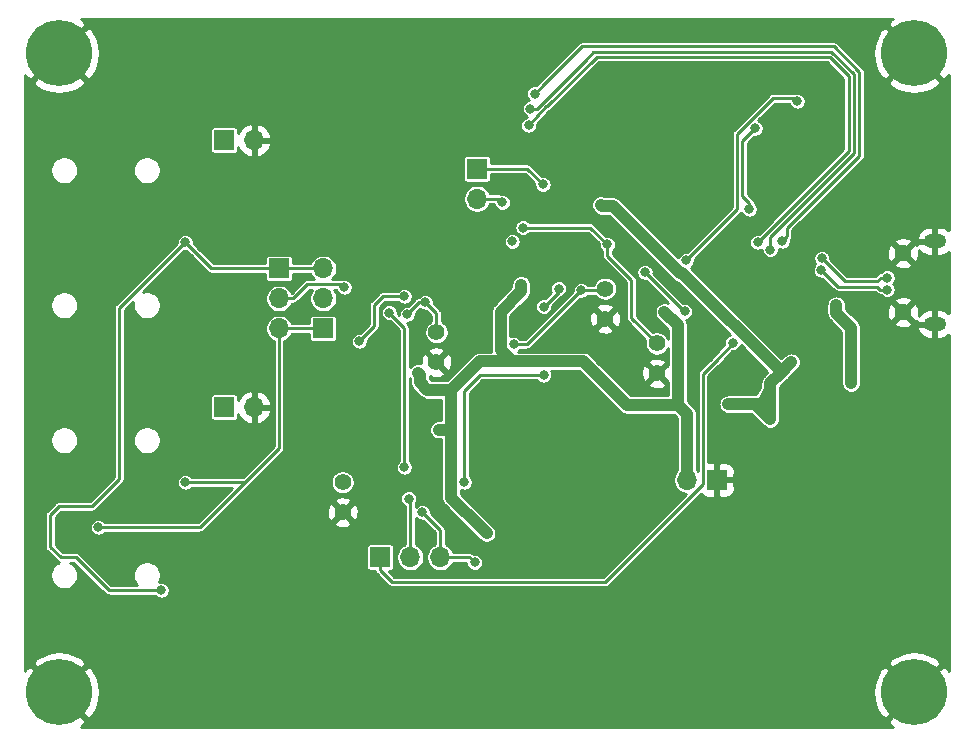
<source format=gbr>
G04 #@! TF.GenerationSoftware,KiCad,Pcbnew,(5.1.5-0-10_14)*
G04 #@! TF.CreationDate,2020-03-25T22:17:50-07:00*
G04 #@! TF.ProjectId,EOGee,454f4765-652e-46b6-9963-61645f706362,rev?*
G04 #@! TF.SameCoordinates,Original*
G04 #@! TF.FileFunction,Copper,L2,Bot*
G04 #@! TF.FilePolarity,Positive*
%FSLAX46Y46*%
G04 Gerber Fmt 4.6, Leading zero omitted, Abs format (unit mm)*
G04 Created by KiCad (PCBNEW (5.1.5-0-10_14)) date 2020-03-25 22:17:50*
%MOMM*%
%LPD*%
G04 APERTURE LIST*
%ADD10O,1.700000X1.700000*%
%ADD11R,1.700000X1.700000*%
%ADD12C,1.450000*%
%ADD13O,1.900000X1.200000*%
%ADD14C,1.400000*%
%ADD15C,5.600000*%
%ADD16C,0.800000*%
%ADD17C,1.000000*%
%ADD18C,0.250000*%
%ADD19C,0.254000*%
G04 APERTURE END LIST*
D10*
X127825500Y-60769500D03*
D11*
X130365500Y-60769500D03*
D12*
X146111500Y-46569000D03*
X146111500Y-41569000D03*
D13*
X148811500Y-47569000D03*
X148811500Y-40569000D03*
D14*
X106616500Y-50800000D03*
X106616500Y-48260000D03*
X120904000Y-44577000D03*
X120904000Y-47117000D03*
X125285500Y-49212500D03*
X125285500Y-51752500D03*
D10*
X91186000Y-32004000D03*
D11*
X88646000Y-32004000D03*
X88646000Y-54610000D03*
D10*
X91186000Y-54610000D03*
D11*
X110045500Y-34417000D03*
D10*
X110045500Y-36957000D03*
D14*
X98679000Y-60960000D03*
X98679000Y-63500000D03*
D11*
X97028000Y-47942500D03*
D10*
X97028000Y-45402500D03*
X97028000Y-42862500D03*
X93281500Y-47942500D03*
X93281500Y-45402500D03*
D11*
X93281500Y-42862500D03*
X101854000Y-67310000D03*
D10*
X104394000Y-67310000D03*
X106934000Y-67310000D03*
D15*
X74676000Y-24638000D03*
X147066000Y-24638000D03*
X74676000Y-78740000D03*
X147066000Y-78740000D03*
D16*
X110871000Y-65278000D03*
X127063500Y-54419500D03*
X125920500Y-46545500D03*
X113792000Y-44233000D03*
X106807000Y-56515000D03*
X105029000Y-51689000D03*
X134874000Y-55626000D03*
X136652000Y-50800000D03*
X131318000Y-54356000D03*
X120523000Y-37465000D03*
X139187491Y-43000303D03*
X144780000Y-44644000D03*
X139248075Y-42002138D03*
X144780000Y-43643997D03*
X116967000Y-44577000D03*
X115697000Y-46101000D03*
X108966000Y-60960000D03*
X115697000Y-51879500D03*
X140462000Y-45974000D03*
X141732000Y-52578000D03*
X118872000Y-44704000D03*
X113157000Y-49276000D03*
X127762000Y-42164000D03*
X137160000Y-28702000D03*
X105664000Y-45720000D03*
X104140000Y-46736000D03*
X133604000Y-30988000D03*
X133096000Y-37846000D03*
X124269500Y-43180000D03*
X127635000Y-46496798D03*
X77978000Y-64770000D03*
X85344000Y-60960000D03*
X83312000Y-70104000D03*
X85344000Y-40640000D03*
X98806000Y-44450000D03*
X104267000Y-62357000D03*
X131699000Y-49149000D03*
X115633500Y-35750500D03*
X112204500Y-37274500D03*
X113030000Y-40576500D03*
X113943990Y-39394990D03*
X121094500Y-40830500D03*
X102616000Y-46609000D03*
X103886000Y-59690000D03*
X135881987Y-40549505D03*
X114935000Y-28067000D03*
X114554000Y-29337000D03*
X134874000Y-41275000D03*
X133820924Y-40640001D03*
X114427000Y-30734000D03*
X100076000Y-49022000D03*
X103886000Y-45212000D03*
X105410000Y-63500000D03*
X109855000Y-67754500D03*
D17*
X127063500Y-54419500D02*
X122745500Y-54419500D01*
X122745500Y-54419500D02*
X120529002Y-52203002D01*
X120529002Y-52203002D02*
X119062500Y-50736500D01*
X127063500Y-47688500D02*
X127063500Y-54419500D01*
X125920500Y-46545500D02*
X127063500Y-47688500D01*
X112056999Y-46533686D02*
X112056999Y-49804001D01*
X112056999Y-49804001D02*
X112989498Y-50736500D01*
X113792000Y-44798685D02*
X112056999Y-46533686D01*
X112989498Y-50736500D02*
X119062500Y-50736500D01*
X113792000Y-44233000D02*
X113792000Y-44798685D01*
X127825500Y-55181500D02*
X127063500Y-54419500D01*
X127825500Y-60769500D02*
X127825500Y-55181500D01*
X110471001Y-64878001D02*
X110871000Y-65278000D01*
X107865999Y-62272999D02*
X110471001Y-64878001D01*
X110275760Y-50736500D02*
X107865999Y-53146261D01*
X119062500Y-50736500D02*
X110275760Y-50736500D01*
X107865999Y-53146261D02*
X105851261Y-53146261D01*
X105851261Y-53146261D02*
X105219500Y-52514500D01*
X106807000Y-56515000D02*
X107823000Y-56515000D01*
X107823000Y-56515000D02*
X107865999Y-62272999D01*
X107865999Y-53146261D02*
X107823000Y-56515000D01*
X105219500Y-51879500D02*
X105029000Y-51689000D01*
X105219500Y-52514500D02*
X105219500Y-51879500D01*
X133604000Y-54356000D02*
X134874000Y-55626000D01*
X131318000Y-54356000D02*
X133604000Y-54356000D01*
X134874000Y-52578000D02*
X134874000Y-53086000D01*
X134493000Y-53975000D02*
X134239000Y-54229000D01*
X134874000Y-53975000D02*
X134493000Y-53975000D01*
X134874000Y-53975000D02*
X134874000Y-52578000D01*
X134239000Y-54229000D02*
X133604000Y-54356000D01*
X134874000Y-53086000D02*
X134239000Y-54229000D01*
X134874000Y-55626000D02*
X134874000Y-53975000D01*
X127233999Y-43264001D02*
X121539000Y-37569002D01*
X135763000Y-51689000D02*
X135763000Y-51584998D01*
X127442003Y-43264001D02*
X127233999Y-43264001D01*
X134874000Y-52578000D02*
X135763000Y-51689000D01*
X135763000Y-51584998D02*
X127442003Y-43264001D01*
X135763000Y-51689000D02*
X136652000Y-50800000D01*
X120627002Y-37569002D02*
X120523000Y-37465000D01*
X121539000Y-37569002D02*
X120627002Y-37569002D01*
D18*
X144212000Y-44644000D02*
X144780000Y-44644000D01*
X143960010Y-44392010D02*
X144212000Y-44644000D01*
X140579198Y-44392010D02*
X143960010Y-44392010D01*
X139187491Y-43000303D02*
X140579198Y-44392010D01*
X139248075Y-42002138D02*
X141187937Y-43942000D01*
X143916312Y-43942000D02*
X141187937Y-43942000D01*
X144214315Y-43643997D02*
X143916312Y-43942000D01*
X144780000Y-43643997D02*
X144214315Y-43643997D01*
X116967000Y-44831000D02*
X115697000Y-46101000D01*
X116967000Y-44577000D02*
X116967000Y-44831000D01*
X108966000Y-60960000D02*
X108966000Y-53213000D01*
X108966000Y-53213000D02*
X110299500Y-51879500D01*
X115697000Y-51879500D02*
X110299500Y-51879500D01*
D17*
X140462000Y-45974000D02*
X140462000Y-46609000D01*
X141732000Y-47879000D02*
X141732000Y-52578000D01*
X140462000Y-46609000D02*
X141732000Y-47879000D01*
D18*
X114300000Y-49276000D02*
X113157000Y-49276000D01*
X118872000Y-44704000D02*
X114300000Y-49276000D01*
X120777000Y-44704000D02*
X120904000Y-44577000D01*
X118872000Y-44704000D02*
X120777000Y-44704000D01*
X127762000Y-42164000D02*
X132080000Y-37846000D01*
X132080000Y-31438998D02*
X135070998Y-28448000D01*
X132080000Y-37846000D02*
X132080000Y-31438998D01*
X136906000Y-28448000D02*
X137160000Y-28702000D01*
X135070998Y-28448000D02*
X136906000Y-28448000D01*
X106616500Y-46672500D02*
X105664000Y-45720000D01*
X106616500Y-48260000D02*
X106616500Y-46672500D01*
X105156000Y-45720000D02*
X104140000Y-46736000D01*
X105664000Y-45720000D02*
X105156000Y-45720000D01*
X133096000Y-37280315D02*
X132530010Y-36714325D01*
X133096000Y-37846000D02*
X133096000Y-37280315D01*
X132530010Y-32061990D02*
X133604000Y-30988000D01*
X132530010Y-36714325D02*
X132530010Y-32061990D01*
X127586298Y-46496798D02*
X127635000Y-46496798D01*
X124269500Y-43180000D02*
X127586298Y-46496798D01*
X94483581Y-47942500D02*
X97028000Y-47942500D01*
X93281500Y-47942500D02*
X94483581Y-47942500D01*
X86614000Y-64770000D02*
X90424000Y-60960000D01*
X77978000Y-64770000D02*
X86614000Y-64770000D01*
X93281500Y-58102500D02*
X93281500Y-47942500D01*
X85344000Y-60960000D02*
X90424000Y-60960000D01*
X90424000Y-60960000D02*
X93281500Y-58102500D01*
X94381500Y-42862500D02*
X97028000Y-42862500D01*
X93281500Y-42862500D02*
X94381500Y-42862500D01*
X87566500Y-42862500D02*
X86106000Y-41402000D01*
X93281500Y-42862500D02*
X87566500Y-42862500D01*
X86106000Y-41402000D02*
X85344000Y-40640000D01*
X76073000Y-67310000D02*
X78867000Y-70104000D01*
X73921999Y-66428999D02*
X74803000Y-67310000D01*
X78867000Y-70104000D02*
X83312000Y-70104000D01*
X73921999Y-63746001D02*
X73921999Y-66428999D01*
X79756000Y-46228000D02*
X79756000Y-60706000D01*
X74676000Y-62992000D02*
X73921999Y-63746001D01*
X77470000Y-62992000D02*
X74676000Y-62992000D01*
X74803000Y-67310000D02*
X76073000Y-67310000D01*
X79756000Y-60706000D02*
X77470000Y-62992000D01*
X85344000Y-40640000D02*
X79756000Y-46228000D01*
X94483581Y-45402500D02*
X95690081Y-44196000D01*
X93281500Y-45402500D02*
X94483581Y-45402500D01*
X98552000Y-44196000D02*
X98806000Y-44450000D01*
X95690081Y-44196000D02*
X98552000Y-44196000D01*
X104394000Y-62484000D02*
X104267000Y-62357000D01*
X104394000Y-67310000D02*
X104394000Y-62484000D01*
X101854000Y-68410000D02*
X101854000Y-67310000D01*
X102849010Y-69405010D02*
X101854000Y-68410000D01*
X119697500Y-69405500D02*
X102849010Y-69405010D01*
X120928502Y-69405500D02*
X119697500Y-69405500D01*
X129190499Y-61143503D02*
X120928502Y-69405500D01*
X129190499Y-51784501D02*
X129190499Y-61143503D01*
X130175000Y-50800000D02*
X129190499Y-51784501D01*
X131699000Y-49149000D02*
X130175000Y-50800000D01*
X114300000Y-34417000D02*
X115633500Y-35750500D01*
X110045500Y-34417000D02*
X114300000Y-34417000D01*
X111887000Y-36957000D02*
X112204500Y-37274500D01*
X110045500Y-36957000D02*
X111887000Y-36957000D01*
X119658990Y-39394990D02*
X121094500Y-40830500D01*
X113943990Y-39394990D02*
X119658990Y-39394990D01*
X121094500Y-40830500D02*
X121094500Y-41783000D01*
X121094500Y-41783000D02*
X123126500Y-43815000D01*
X123126500Y-47053500D02*
X125285500Y-49212500D01*
X123126500Y-43815000D02*
X123126500Y-47053500D01*
X103886000Y-47879000D02*
X103886000Y-59690000D01*
X102616000Y-46609000D02*
X103886000Y-47879000D01*
X115760500Y-27241500D02*
X114935000Y-28067000D01*
X140271500Y-24066500D02*
X118935500Y-24066500D01*
X142430500Y-33303244D02*
X142430500Y-26225500D01*
X136281986Y-39451758D02*
X142430500Y-33303244D01*
X142430500Y-26225500D02*
X140271500Y-24066500D01*
X118935500Y-24066500D02*
X115760500Y-27241500D01*
X136281986Y-40149506D02*
X136281986Y-39451758D01*
X135881987Y-40549505D02*
X136281986Y-40149506D01*
X119892575Y-24564110D02*
X120840500Y-24564110D01*
X114554000Y-29337000D02*
X115119685Y-29337000D01*
X115119685Y-29337000D02*
X119281842Y-25174842D01*
X119281842Y-25174842D02*
X119892575Y-24564110D01*
X119892574Y-24564110D02*
X119281842Y-25174842D01*
X140065383Y-24564110D02*
X119892574Y-24564110D01*
X141932890Y-26431617D02*
X140065383Y-24564110D01*
X141932890Y-33097127D02*
X141932890Y-26431617D01*
X134874000Y-40156016D02*
X141932890Y-33097127D01*
X134874000Y-41275000D02*
X134874000Y-40156016D01*
X115887500Y-29146500D02*
X114427000Y-30734000D01*
X116014500Y-29146500D02*
X115887500Y-29146500D01*
X120194480Y-24966520D02*
X116014500Y-29146500D01*
X141530480Y-26598300D02*
X139898700Y-24966520D01*
X134545924Y-39915000D02*
X141530480Y-32930444D01*
X139898700Y-24966520D02*
X120194480Y-24966520D01*
X141530480Y-32930444D02*
X141530480Y-26598300D01*
X133820924Y-40640001D02*
X134545924Y-39915000D01*
X100076000Y-49022000D02*
X101346000Y-47752000D01*
X101346000Y-47752000D02*
X101346000Y-45974000D01*
X102108000Y-45212000D02*
X103886000Y-45212000D01*
X101346000Y-45974000D02*
X102108000Y-45212000D01*
X106934000Y-65024000D02*
X105410000Y-63500000D01*
X106934000Y-67310000D02*
X106934000Y-65024000D01*
X109410500Y-67310000D02*
X106934000Y-67310000D01*
X109855000Y-67754500D02*
X109410500Y-67310000D01*
D19*
G36*
X145155470Y-21763361D02*
G01*
X145141308Y-21772823D01*
X144829124Y-22221519D01*
X147066000Y-24458395D01*
X147080143Y-24444253D01*
X147259748Y-24623858D01*
X147245605Y-24638000D01*
X149482481Y-26874876D01*
X149931177Y-26562692D01*
X149987000Y-26458872D01*
X149987000Y-39646760D01*
X149953225Y-39612693D01*
X149751446Y-39476610D01*
X149526996Y-39382507D01*
X149288500Y-39334000D01*
X148938500Y-39334000D01*
X148938500Y-40442000D01*
X148958500Y-40442000D01*
X148958500Y-40696000D01*
X148938500Y-40696000D01*
X148938500Y-41804000D01*
X149288500Y-41804000D01*
X149526996Y-41755493D01*
X149751446Y-41661390D01*
X149953225Y-41525307D01*
X149987000Y-41491240D01*
X149987000Y-46646760D01*
X149953225Y-46612693D01*
X149751446Y-46476610D01*
X149526996Y-46382507D01*
X149288500Y-46334000D01*
X148938500Y-46334000D01*
X148938500Y-47442000D01*
X148958500Y-47442000D01*
X148958500Y-47696000D01*
X148938500Y-47696000D01*
X148938500Y-48804000D01*
X149288500Y-48804000D01*
X149526996Y-48755493D01*
X149751446Y-48661390D01*
X149953225Y-48525307D01*
X149987000Y-48491240D01*
X149987000Y-76916722D01*
X149940639Y-76829470D01*
X149931177Y-76815308D01*
X149482481Y-76503124D01*
X147245605Y-78740000D01*
X147259748Y-78754143D01*
X147080143Y-78933748D01*
X147066000Y-78919605D01*
X144829124Y-81156481D01*
X145141308Y-81605177D01*
X145245128Y-81661000D01*
X76499278Y-81661000D01*
X76586530Y-81614639D01*
X76600692Y-81605177D01*
X76912876Y-81156481D01*
X74676000Y-78919605D01*
X74661858Y-78933748D01*
X74482253Y-78754143D01*
X74496395Y-78740000D01*
X74855605Y-78740000D01*
X77092481Y-80976876D01*
X77541177Y-80664692D01*
X77861612Y-80068741D01*
X78059626Y-79421727D01*
X78127610Y-78748516D01*
X78125975Y-78731484D01*
X143614390Y-78731484D01*
X143679051Y-79405023D01*
X143873870Y-80053006D01*
X144191361Y-80650530D01*
X144200823Y-80664692D01*
X144649519Y-80976876D01*
X146886395Y-78740000D01*
X144649519Y-76503124D01*
X144200823Y-76815308D01*
X143880388Y-77411259D01*
X143682374Y-78058273D01*
X143614390Y-78731484D01*
X78125975Y-78731484D01*
X78062949Y-78074977D01*
X77868130Y-77426994D01*
X77550639Y-76829470D01*
X77541177Y-76815308D01*
X77092481Y-76503124D01*
X74855605Y-78740000D01*
X74496395Y-78740000D01*
X72259519Y-76503124D01*
X71810823Y-76815308D01*
X71755000Y-76919128D01*
X71755000Y-76323519D01*
X72439124Y-76323519D01*
X74676000Y-78560395D01*
X76912876Y-76323519D01*
X144829124Y-76323519D01*
X147066000Y-78560395D01*
X149302876Y-76323519D01*
X148990692Y-75874823D01*
X148394741Y-75554388D01*
X147747727Y-75356374D01*
X147074516Y-75288390D01*
X146400977Y-75353051D01*
X145752994Y-75547870D01*
X145155470Y-75865361D01*
X145141308Y-75874823D01*
X144829124Y-76323519D01*
X76912876Y-76323519D01*
X76600692Y-75874823D01*
X76004741Y-75554388D01*
X75357727Y-75356374D01*
X74684516Y-75288390D01*
X74010977Y-75353051D01*
X73362994Y-75547870D01*
X72765470Y-75865361D01*
X72751308Y-75874823D01*
X72439124Y-76323519D01*
X71755000Y-76323519D01*
X71755000Y-63746001D01*
X73467812Y-63746001D01*
X73469999Y-63768206D01*
X73470000Y-66406784D01*
X73467812Y-66428999D01*
X73476539Y-66517606D01*
X73502385Y-66602808D01*
X73502386Y-66602809D01*
X73544357Y-66681332D01*
X73600841Y-66750158D01*
X73618095Y-66764318D01*
X74467681Y-67613905D01*
X74481841Y-67631159D01*
X74550667Y-67687643D01*
X74629190Y-67729614D01*
X74662892Y-67739837D01*
X74539481Y-67790956D01*
X74346706Y-67919764D01*
X74182764Y-68083706D01*
X74053956Y-68276481D01*
X73965231Y-68490682D01*
X73920000Y-68718076D01*
X73920000Y-68949924D01*
X73965231Y-69177318D01*
X74053956Y-69391519D01*
X74182764Y-69584294D01*
X74346706Y-69748236D01*
X74539481Y-69877044D01*
X74753682Y-69965769D01*
X74981076Y-70011000D01*
X75212924Y-70011000D01*
X75440318Y-69965769D01*
X75654519Y-69877044D01*
X75847294Y-69748236D01*
X76011236Y-69584294D01*
X76140044Y-69391519D01*
X76228769Y-69177318D01*
X76274000Y-68949924D01*
X76274000Y-68718076D01*
X76228769Y-68490682D01*
X76140044Y-68276481D01*
X76011236Y-68083706D01*
X75847294Y-67919764D01*
X75654519Y-67790956D01*
X75584613Y-67762000D01*
X75885777Y-67762000D01*
X78531681Y-70407905D01*
X78545841Y-70425159D01*
X78614667Y-70481643D01*
X78693190Y-70523614D01*
X78778392Y-70549460D01*
X78867000Y-70558187D01*
X78889205Y-70556000D01*
X82739661Y-70556000D01*
X82747302Y-70567436D01*
X82848564Y-70668698D01*
X82967636Y-70748259D01*
X83099942Y-70803062D01*
X83240397Y-70831000D01*
X83383603Y-70831000D01*
X83524058Y-70803062D01*
X83656364Y-70748259D01*
X83775436Y-70668698D01*
X83876698Y-70567436D01*
X83956259Y-70448364D01*
X84011062Y-70316058D01*
X84039000Y-70175603D01*
X84039000Y-70032397D01*
X84011062Y-69891942D01*
X83956259Y-69759636D01*
X83876698Y-69640564D01*
X83775436Y-69539302D01*
X83656364Y-69459741D01*
X83524058Y-69404938D01*
X83383603Y-69377000D01*
X83240397Y-69377000D01*
X83135850Y-69397795D01*
X83140044Y-69391519D01*
X83228769Y-69177318D01*
X83274000Y-68949924D01*
X83274000Y-68718076D01*
X83228769Y-68490682D01*
X83140044Y-68276481D01*
X83011236Y-68083706D01*
X82847294Y-67919764D01*
X82654519Y-67790956D01*
X82440318Y-67702231D01*
X82212924Y-67657000D01*
X81981076Y-67657000D01*
X81753682Y-67702231D01*
X81539481Y-67790956D01*
X81346706Y-67919764D01*
X81182764Y-68083706D01*
X81053956Y-68276481D01*
X80965231Y-68490682D01*
X80920000Y-68718076D01*
X80920000Y-68949924D01*
X80965231Y-69177318D01*
X81053956Y-69391519D01*
X81182764Y-69584294D01*
X81250470Y-69652000D01*
X79054224Y-69652000D01*
X76408323Y-67006100D01*
X76394159Y-66988841D01*
X76325333Y-66932357D01*
X76246810Y-66890386D01*
X76161607Y-66864540D01*
X76095205Y-66858000D01*
X76073000Y-66855813D01*
X76050795Y-66858000D01*
X74990224Y-66858000D01*
X74592224Y-66460000D01*
X100675418Y-66460000D01*
X100675418Y-68160000D01*
X100681732Y-68224103D01*
X100700430Y-68285743D01*
X100730794Y-68342550D01*
X100771657Y-68392343D01*
X100821450Y-68433206D01*
X100878257Y-68463570D01*
X100939897Y-68482268D01*
X101004000Y-68488582D01*
X101407553Y-68488582D01*
X101408540Y-68498606D01*
X101434386Y-68583809D01*
X101476357Y-68662332D01*
X101532841Y-68731159D01*
X101550100Y-68745323D01*
X102513690Y-69708914D01*
X102527842Y-69726159D01*
X102545094Y-69740318D01*
X102545099Y-69740323D01*
X102566388Y-69757795D01*
X102596667Y-69782645D01*
X102596671Y-69782647D01*
X102596677Y-69782652D01*
X102659468Y-69816215D01*
X102675188Y-69824618D01*
X102675200Y-69824624D01*
X102749748Y-69847238D01*
X102760391Y-69850467D01*
X102760393Y-69850467D01*
X102760402Y-69850470D01*
X102819121Y-69856253D01*
X102826792Y-69857009D01*
X102826795Y-69857009D01*
X102849010Y-69859197D01*
X102871212Y-69857010D01*
X119675282Y-69857499D01*
X119675295Y-69857500D01*
X120906297Y-69857500D01*
X120928502Y-69859687D01*
X120950707Y-69857500D01*
X121017109Y-69850960D01*
X121102312Y-69825114D01*
X121180835Y-69783143D01*
X121249661Y-69726659D01*
X121263825Y-69709400D01*
X128991395Y-61981832D01*
X129064315Y-62070685D01*
X129161006Y-62150037D01*
X129271320Y-62209002D01*
X129391018Y-62245312D01*
X129515500Y-62257572D01*
X130079750Y-62254500D01*
X130238500Y-62095750D01*
X130238500Y-60896500D01*
X130492500Y-60896500D01*
X130492500Y-62095750D01*
X130651250Y-62254500D01*
X131215500Y-62257572D01*
X131339982Y-62245312D01*
X131459680Y-62209002D01*
X131569994Y-62150037D01*
X131666685Y-62070685D01*
X131746037Y-61973994D01*
X131805002Y-61863680D01*
X131841312Y-61743982D01*
X131853572Y-61619500D01*
X131850500Y-61055250D01*
X131691750Y-60896500D01*
X130492500Y-60896500D01*
X130238500Y-60896500D01*
X130218500Y-60896500D01*
X130218500Y-60642500D01*
X130238500Y-60642500D01*
X130238500Y-59443250D01*
X130492500Y-59443250D01*
X130492500Y-60642500D01*
X131691750Y-60642500D01*
X131850500Y-60483750D01*
X131853572Y-59919500D01*
X131841312Y-59795018D01*
X131805002Y-59675320D01*
X131746037Y-59565006D01*
X131666685Y-59468315D01*
X131569994Y-59388963D01*
X131459680Y-59329998D01*
X131339982Y-59293688D01*
X131215500Y-59281428D01*
X130651250Y-59284500D01*
X130492500Y-59443250D01*
X130238500Y-59443250D01*
X130079750Y-59284500D01*
X129642499Y-59282119D01*
X129642499Y-51971724D01*
X130485319Y-51128905D01*
X130492069Y-51122898D01*
X130500985Y-51113239D01*
X130510313Y-51103911D01*
X130516064Y-51096904D01*
X131643053Y-49876000D01*
X131770603Y-49876000D01*
X131911058Y-49848062D01*
X132043364Y-49793259D01*
X132162436Y-49713698D01*
X132263698Y-49612436D01*
X132343259Y-49493364D01*
X132389698Y-49381250D01*
X134645447Y-51636999D01*
X134317952Y-51964495D01*
X134286394Y-51990394D01*
X134260498Y-52021949D01*
X134183048Y-52116321D01*
X134147188Y-52183411D01*
X134106255Y-52259991D01*
X134058966Y-52415881D01*
X134047000Y-52537377D01*
X134047000Y-52537386D01*
X134043000Y-52578000D01*
X134047000Y-52618614D01*
X134047000Y-52871704D01*
X133701802Y-53493062D01*
X133522112Y-53529000D01*
X131277376Y-53529000D01*
X131155880Y-53540966D01*
X130999990Y-53588255D01*
X130856321Y-53665048D01*
X130730394Y-53768394D01*
X130627048Y-53894321D01*
X130550255Y-54037990D01*
X130502966Y-54193880D01*
X130486999Y-54356000D01*
X130502966Y-54518120D01*
X130550255Y-54674010D01*
X130627048Y-54817679D01*
X130730394Y-54943606D01*
X130856321Y-55046952D01*
X130999990Y-55123745D01*
X131155880Y-55171034D01*
X131277376Y-55183000D01*
X133261447Y-55183000D01*
X134260500Y-56182054D01*
X134286394Y-56213606D01*
X134317947Y-56239501D01*
X134317948Y-56239502D01*
X134412319Y-56316952D01*
X134494646Y-56360956D01*
X134555990Y-56393745D01*
X134711880Y-56441034D01*
X134874000Y-56457001D01*
X135036119Y-56441034D01*
X135192009Y-56393745D01*
X135268462Y-56352880D01*
X135335679Y-56316952D01*
X135461606Y-56213606D01*
X135564952Y-56087679D01*
X135605136Y-56012500D01*
X135641745Y-55944010D01*
X135689034Y-55788120D01*
X135701000Y-55666624D01*
X135701000Y-55666613D01*
X135705000Y-55625999D01*
X135701000Y-55585385D01*
X135701000Y-54015623D01*
X135705001Y-53975000D01*
X135701000Y-53934376D01*
X135701000Y-53092636D01*
X135702211Y-53017976D01*
X135701000Y-53011326D01*
X135701000Y-52920553D01*
X136319054Y-52302500D01*
X136350606Y-52276606D01*
X136376505Y-52245048D01*
X137265502Y-51356052D01*
X137342952Y-51261680D01*
X137419744Y-51118011D01*
X137467033Y-50962121D01*
X137483000Y-50800000D01*
X137467033Y-50637880D01*
X137419744Y-50481990D01*
X137342952Y-50338320D01*
X137239606Y-50212394D01*
X137113680Y-50109048D01*
X136970010Y-50032256D01*
X136814120Y-49984967D01*
X136652000Y-49969000D01*
X136489879Y-49984967D01*
X136333989Y-50032256D01*
X136190320Y-50109048D01*
X136095948Y-50186498D01*
X135815001Y-50467445D01*
X131956556Y-46609000D01*
X139631000Y-46609000D01*
X139635000Y-46649614D01*
X139635000Y-46649624D01*
X139646966Y-46771120D01*
X139688274Y-46907291D01*
X139694256Y-46927010D01*
X139771048Y-47070679D01*
X139848498Y-47165051D01*
X139874395Y-47196606D01*
X139905948Y-47222501D01*
X140905000Y-48221554D01*
X140905001Y-52618624D01*
X140916967Y-52740120D01*
X140964256Y-52896010D01*
X141041049Y-53039679D01*
X141144395Y-53165606D01*
X141270322Y-53268952D01*
X141413991Y-53345745D01*
X141569881Y-53393034D01*
X141732000Y-53409001D01*
X141894120Y-53393034D01*
X142050010Y-53345745D01*
X142193679Y-53268952D01*
X142319606Y-53165606D01*
X142422952Y-53039679D01*
X142499745Y-52896010D01*
X142547034Y-52740120D01*
X142559000Y-52618624D01*
X142559000Y-47919613D01*
X142563000Y-47878999D01*
X142559000Y-47838385D01*
X142559000Y-47838376D01*
X142547034Y-47716880D01*
X142499745Y-47560990D01*
X142471493Y-47508133D01*
X145351972Y-47508133D01*
X145414465Y-47744450D01*
X145657178Y-47857850D01*
X145917349Y-47921719D01*
X146184982Y-47933604D01*
X146449791Y-47893048D01*
X146467523Y-47886609D01*
X147268038Y-47886609D01*
X147271909Y-47924282D01*
X147364079Y-48149533D01*
X147498422Y-48352474D01*
X147669775Y-48525307D01*
X147871554Y-48661390D01*
X148096004Y-48755493D01*
X148334500Y-48804000D01*
X148684500Y-48804000D01*
X148684500Y-47696000D01*
X147392769Y-47696000D01*
X147268038Y-47886609D01*
X146467523Y-47886609D01*
X146701600Y-47801609D01*
X146808535Y-47744450D01*
X146871028Y-47508133D01*
X146111500Y-46748605D01*
X145351972Y-47508133D01*
X142471493Y-47508133D01*
X142471254Y-47507687D01*
X142422952Y-47417319D01*
X142345502Y-47322948D01*
X142345501Y-47322947D01*
X142319606Y-47291394D01*
X142288054Y-47265500D01*
X141665036Y-46642482D01*
X144746896Y-46642482D01*
X144787452Y-46907291D01*
X144878891Y-47159100D01*
X144936050Y-47266035D01*
X145172367Y-47328528D01*
X145931895Y-46569000D01*
X146291105Y-46569000D01*
X147050633Y-47328528D01*
X147278997Y-47268138D01*
X147392769Y-47442000D01*
X148684500Y-47442000D01*
X148684500Y-46334000D01*
X148334500Y-46334000D01*
X148096004Y-46382507D01*
X147871554Y-46476610D01*
X147669775Y-46612693D01*
X147498422Y-46785526D01*
X147435329Y-46880836D01*
X147464219Y-46763151D01*
X147476104Y-46495518D01*
X147435548Y-46230709D01*
X147344109Y-45978900D01*
X147286950Y-45871965D01*
X147050633Y-45809472D01*
X146291105Y-46569000D01*
X145931895Y-46569000D01*
X145172367Y-45809472D01*
X144936050Y-45871965D01*
X144822650Y-46114678D01*
X144758781Y-46374849D01*
X144746896Y-46642482D01*
X141665036Y-46642482D01*
X141289000Y-46266447D01*
X141289000Y-45933376D01*
X141277034Y-45811880D01*
X141229745Y-45655990D01*
X141215782Y-45629867D01*
X145351972Y-45629867D01*
X146111500Y-46389395D01*
X146871028Y-45629867D01*
X146808535Y-45393550D01*
X146565822Y-45280150D01*
X146305651Y-45216281D01*
X146038018Y-45204396D01*
X145773209Y-45244952D01*
X145521400Y-45336391D01*
X145414465Y-45393550D01*
X145351972Y-45629867D01*
X141215782Y-45629867D01*
X141152952Y-45512321D01*
X141049606Y-45386394D01*
X140923678Y-45283048D01*
X140780009Y-45206255D01*
X140624119Y-45158966D01*
X140462000Y-45142999D01*
X140299880Y-45158966D01*
X140143990Y-45206255D01*
X140000321Y-45283048D01*
X139874394Y-45386394D01*
X139771048Y-45512322D01*
X139694255Y-45655991D01*
X139646966Y-45811881D01*
X139635000Y-45933377D01*
X139635000Y-46568386D01*
X139631000Y-46609000D01*
X131956556Y-46609000D01*
X128276256Y-42928700D01*
X138460491Y-42928700D01*
X138460491Y-43071906D01*
X138488429Y-43212361D01*
X138543232Y-43344667D01*
X138622793Y-43463739D01*
X138724055Y-43565001D01*
X138843127Y-43644562D01*
X138975433Y-43699365D01*
X139115888Y-43727303D01*
X139259094Y-43727303D01*
X139272584Y-43724620D01*
X140243879Y-44695915D01*
X140258039Y-44713169D01*
X140326865Y-44769653D01*
X140378028Y-44797000D01*
X140405388Y-44811624D01*
X140490590Y-44837470D01*
X140579198Y-44846197D01*
X140601403Y-44844010D01*
X143772787Y-44844010D01*
X143876677Y-44947900D01*
X143890841Y-44965159D01*
X143959667Y-45021643D01*
X144030987Y-45059764D01*
X144038190Y-45063614D01*
X144123392Y-45089460D01*
X144208919Y-45097884D01*
X144215302Y-45107436D01*
X144316564Y-45208698D01*
X144435636Y-45288259D01*
X144567942Y-45343062D01*
X144708397Y-45371000D01*
X144851603Y-45371000D01*
X144992058Y-45343062D01*
X145124364Y-45288259D01*
X145243436Y-45208698D01*
X145344698Y-45107436D01*
X145424259Y-44988364D01*
X145479062Y-44856058D01*
X145507000Y-44715603D01*
X145507000Y-44572397D01*
X145479062Y-44431942D01*
X145424259Y-44299636D01*
X145344698Y-44180564D01*
X145308133Y-44143999D01*
X145344698Y-44107433D01*
X145424259Y-43988361D01*
X145479062Y-43856055D01*
X145507000Y-43715600D01*
X145507000Y-43572394D01*
X145479062Y-43431939D01*
X145424259Y-43299633D01*
X145344698Y-43180561D01*
X145243436Y-43079299D01*
X145124364Y-42999738D01*
X144992058Y-42944935D01*
X144851603Y-42916997D01*
X144708397Y-42916997D01*
X144567942Y-42944935D01*
X144435636Y-42999738D01*
X144316564Y-43079299D01*
X144215302Y-43180561D01*
X144208756Y-43190357D01*
X144125707Y-43198537D01*
X144080136Y-43212361D01*
X144040505Y-43224383D01*
X143961982Y-43266354D01*
X143893156Y-43322838D01*
X143878992Y-43340097D01*
X143729089Y-43490000D01*
X141375162Y-43490000D01*
X140393295Y-42508133D01*
X145351972Y-42508133D01*
X145414465Y-42744450D01*
X145657178Y-42857850D01*
X145917349Y-42921719D01*
X146184982Y-42933604D01*
X146449791Y-42893048D01*
X146701600Y-42801609D01*
X146808535Y-42744450D01*
X146871028Y-42508133D01*
X146111500Y-41748605D01*
X145351972Y-42508133D01*
X140393295Y-42508133D01*
X139972392Y-42087231D01*
X139975075Y-42073741D01*
X139975075Y-41930535D01*
X139947137Y-41790080D01*
X139892334Y-41657774D01*
X139882117Y-41642482D01*
X144746896Y-41642482D01*
X144787452Y-41907291D01*
X144878891Y-42159100D01*
X144936050Y-42266035D01*
X145172367Y-42328528D01*
X145931895Y-41569000D01*
X146291105Y-41569000D01*
X147050633Y-42328528D01*
X147286950Y-42266035D01*
X147400350Y-42023322D01*
X147464219Y-41763151D01*
X147476104Y-41495518D01*
X147440885Y-41265558D01*
X147498422Y-41352474D01*
X147669775Y-41525307D01*
X147871554Y-41661390D01*
X148096004Y-41755493D01*
X148334500Y-41804000D01*
X148684500Y-41804000D01*
X148684500Y-40696000D01*
X147392769Y-40696000D01*
X147278997Y-40869862D01*
X147050633Y-40809472D01*
X146291105Y-41569000D01*
X145931895Y-41569000D01*
X145172367Y-40809472D01*
X144936050Y-40871965D01*
X144822650Y-41114678D01*
X144758781Y-41374849D01*
X144746896Y-41642482D01*
X139882117Y-41642482D01*
X139812773Y-41538702D01*
X139711511Y-41437440D01*
X139592439Y-41357879D01*
X139460133Y-41303076D01*
X139319678Y-41275138D01*
X139176472Y-41275138D01*
X139036017Y-41303076D01*
X138903711Y-41357879D01*
X138784639Y-41437440D01*
X138683377Y-41538702D01*
X138603816Y-41657774D01*
X138549013Y-41790080D01*
X138521075Y-41930535D01*
X138521075Y-42073741D01*
X138549013Y-42214196D01*
X138603816Y-42346502D01*
X138683377Y-42465574D01*
X138688732Y-42470929D01*
X138622793Y-42536867D01*
X138543232Y-42655939D01*
X138488429Y-42788245D01*
X138460491Y-42928700D01*
X128276256Y-42928700D01*
X128136007Y-42788452D01*
X128225436Y-42728698D01*
X128326698Y-42627436D01*
X128406259Y-42508364D01*
X128461062Y-42376058D01*
X128489000Y-42235603D01*
X128489000Y-42092397D01*
X128486317Y-42078907D01*
X132383912Y-38181313D01*
X132401159Y-38167159D01*
X132428387Y-38133982D01*
X132451741Y-38190364D01*
X132531302Y-38309436D01*
X132632564Y-38410698D01*
X132751636Y-38490259D01*
X132883942Y-38545062D01*
X133024397Y-38573000D01*
X133167603Y-38573000D01*
X133308058Y-38545062D01*
X133440364Y-38490259D01*
X133559436Y-38410698D01*
X133660698Y-38309436D01*
X133740259Y-38190364D01*
X133795062Y-38058058D01*
X133823000Y-37917603D01*
X133823000Y-37774397D01*
X133795062Y-37633942D01*
X133740259Y-37501636D01*
X133660698Y-37382564D01*
X133559436Y-37281302D01*
X133549640Y-37274756D01*
X133541460Y-37191707D01*
X133515614Y-37106505D01*
X133507844Y-37091968D01*
X133473643Y-37027982D01*
X133417159Y-36959156D01*
X133399905Y-36944996D01*
X132982010Y-36527102D01*
X132982010Y-32249213D01*
X133518907Y-31712317D01*
X133532397Y-31715000D01*
X133675603Y-31715000D01*
X133816058Y-31687062D01*
X133948364Y-31632259D01*
X134067436Y-31552698D01*
X134168698Y-31451436D01*
X134248259Y-31332364D01*
X134303062Y-31200058D01*
X134331000Y-31059603D01*
X134331000Y-30916397D01*
X134303062Y-30775942D01*
X134248259Y-30643636D01*
X134168698Y-30524564D01*
X134067436Y-30423302D01*
X133948364Y-30343741D01*
X133853694Y-30304527D01*
X135258222Y-28900000D01*
X136458142Y-28900000D01*
X136460938Y-28914058D01*
X136515741Y-29046364D01*
X136595302Y-29165436D01*
X136696564Y-29266698D01*
X136815636Y-29346259D01*
X136947942Y-29401062D01*
X137088397Y-29429000D01*
X137231603Y-29429000D01*
X137372058Y-29401062D01*
X137504364Y-29346259D01*
X137623436Y-29266698D01*
X137724698Y-29165436D01*
X137804259Y-29046364D01*
X137859062Y-28914058D01*
X137887000Y-28773603D01*
X137887000Y-28630397D01*
X137859062Y-28489942D01*
X137804259Y-28357636D01*
X137724698Y-28238564D01*
X137623436Y-28137302D01*
X137504364Y-28057741D01*
X137372058Y-28002938D01*
X137231603Y-27975000D01*
X137088397Y-27975000D01*
X136964734Y-27999598D01*
X136928205Y-27996000D01*
X136906000Y-27993813D01*
X136883795Y-27996000D01*
X135093203Y-27996000D01*
X135070998Y-27993813D01*
X134982390Y-28002540D01*
X134919473Y-28021626D01*
X134897188Y-28028386D01*
X134818665Y-28070357D01*
X134749839Y-28126841D01*
X134735679Y-28144095D01*
X131776096Y-31103679D01*
X131758842Y-31117839D01*
X131723843Y-31160486D01*
X131702358Y-31186665D01*
X131660386Y-31265189D01*
X131634540Y-31350391D01*
X131625813Y-31438998D01*
X131628001Y-31461213D01*
X131628000Y-37658775D01*
X127847093Y-41439683D01*
X127833603Y-41437000D01*
X127690397Y-41437000D01*
X127549942Y-41464938D01*
X127417636Y-41519741D01*
X127298564Y-41599302D01*
X127197302Y-41700564D01*
X127117741Y-41819636D01*
X127071302Y-41931750D01*
X122152505Y-37012954D01*
X122126606Y-36981396D01*
X122000679Y-36878050D01*
X121857010Y-36801257D01*
X121701120Y-36753968D01*
X121579624Y-36742002D01*
X121579614Y-36742002D01*
X121539000Y-36738002D01*
X121498386Y-36742002D01*
X120924725Y-36742002D01*
X120841010Y-36697256D01*
X120685120Y-36649967D01*
X120523000Y-36634000D01*
X120360880Y-36649967D01*
X120204990Y-36697256D01*
X120061321Y-36774048D01*
X119935394Y-36877394D01*
X119832048Y-37003321D01*
X119755256Y-37146990D01*
X119707967Y-37302880D01*
X119692000Y-37465000D01*
X119707967Y-37627120D01*
X119755256Y-37783010D01*
X119832048Y-37926679D01*
X119909498Y-38021051D01*
X120013497Y-38125050D01*
X120039396Y-38156608D01*
X120165323Y-38259954D01*
X120308992Y-38336747D01*
X120464882Y-38384036D01*
X120586378Y-38396002D01*
X120586387Y-38396002D01*
X120627001Y-38400002D01*
X120667615Y-38396002D01*
X121196447Y-38396002D01*
X126620496Y-43820052D01*
X126646393Y-43851607D01*
X126677946Y-43877502D01*
X126677947Y-43877503D01*
X126772319Y-43954953D01*
X126831460Y-43986564D01*
X126915989Y-44031746D01*
X127071879Y-44079035D01*
X127089189Y-44080740D01*
X131466750Y-48458302D01*
X131354636Y-48504741D01*
X131235564Y-48584302D01*
X131134302Y-48685564D01*
X131054741Y-48804636D01*
X130999938Y-48936942D01*
X130972000Y-49077397D01*
X130972000Y-49220603D01*
X130980115Y-49261401D01*
X129849000Y-50486776D01*
X128886599Y-51449178D01*
X128869340Y-51463342D01*
X128812856Y-51532169D01*
X128791088Y-51572895D01*
X128770885Y-51610692D01*
X128745039Y-51695894D01*
X128736312Y-51784501D01*
X128738499Y-51806706D01*
X128738500Y-60017970D01*
X128652500Y-59931970D01*
X128652500Y-55222114D01*
X128656500Y-55181500D01*
X128652500Y-55140886D01*
X128652500Y-55140876D01*
X128640534Y-55019380D01*
X128593245Y-54863490D01*
X128539994Y-54763864D01*
X128516452Y-54719820D01*
X128439003Y-54625448D01*
X128438996Y-54625441D01*
X128413106Y-54593894D01*
X128381558Y-54568003D01*
X127890500Y-54076946D01*
X127890500Y-47729113D01*
X127894500Y-47688499D01*
X127890500Y-47647885D01*
X127890500Y-47647876D01*
X127878534Y-47526380D01*
X127831245Y-47370490D01*
X127793940Y-47300698D01*
X127754452Y-47226820D01*
X127745605Y-47216040D01*
X127847058Y-47195860D01*
X127979364Y-47141057D01*
X128098436Y-47061496D01*
X128199698Y-46960234D01*
X128279259Y-46841162D01*
X128334062Y-46708856D01*
X128362000Y-46568401D01*
X128362000Y-46425195D01*
X128334062Y-46284740D01*
X128279259Y-46152434D01*
X128199698Y-46033362D01*
X128098436Y-45932100D01*
X127979364Y-45852539D01*
X127847058Y-45797736D01*
X127706603Y-45769798D01*
X127563397Y-45769798D01*
X127509285Y-45780561D01*
X124993817Y-43265093D01*
X124996500Y-43251603D01*
X124996500Y-43108397D01*
X124968562Y-42967942D01*
X124913759Y-42835636D01*
X124834198Y-42716564D01*
X124732936Y-42615302D01*
X124613864Y-42535741D01*
X124481558Y-42480938D01*
X124341103Y-42453000D01*
X124197897Y-42453000D01*
X124057442Y-42480938D01*
X123925136Y-42535741D01*
X123806064Y-42615302D01*
X123704802Y-42716564D01*
X123625241Y-42835636D01*
X123570438Y-42967942D01*
X123542500Y-43108397D01*
X123542500Y-43251603D01*
X123570438Y-43392058D01*
X123625241Y-43524364D01*
X123704802Y-43643436D01*
X123806064Y-43744698D01*
X123925136Y-43824259D01*
X124057442Y-43879062D01*
X124197897Y-43907000D01*
X124341103Y-43907000D01*
X124354593Y-43904317D01*
X126223470Y-45773194D01*
X126082620Y-45730467D01*
X125920500Y-45714500D01*
X125758380Y-45730467D01*
X125602490Y-45777756D01*
X125458821Y-45854548D01*
X125332894Y-45957894D01*
X125229548Y-46083821D01*
X125152756Y-46227490D01*
X125105467Y-46383380D01*
X125089500Y-46545500D01*
X125105467Y-46707620D01*
X125152756Y-46863510D01*
X125229548Y-47007179D01*
X125306998Y-47101551D01*
X126236500Y-48031054D01*
X126236500Y-48824738D01*
X126195615Y-48726033D01*
X126083223Y-48557826D01*
X125940174Y-48414777D01*
X125771967Y-48302385D01*
X125585065Y-48224967D01*
X125386651Y-48185500D01*
X125184349Y-48185500D01*
X124985935Y-48224967D01*
X124951468Y-48239244D01*
X123578500Y-46866277D01*
X123578500Y-43837205D01*
X123580687Y-43815000D01*
X123571960Y-43726392D01*
X123546114Y-43641190D01*
X123530936Y-43612794D01*
X123504143Y-43562667D01*
X123447659Y-43493841D01*
X123430406Y-43479682D01*
X121546500Y-41595777D01*
X121546500Y-41402839D01*
X121557936Y-41395198D01*
X121659198Y-41293936D01*
X121738759Y-41174864D01*
X121793562Y-41042558D01*
X121821500Y-40902103D01*
X121821500Y-40758897D01*
X121793562Y-40618442D01*
X121738759Y-40486136D01*
X121659198Y-40367064D01*
X121557936Y-40265802D01*
X121438864Y-40186241D01*
X121306558Y-40131438D01*
X121166103Y-40103500D01*
X121022897Y-40103500D01*
X121009407Y-40106183D01*
X119994313Y-39091090D01*
X119980149Y-39073831D01*
X119911323Y-39017347D01*
X119832800Y-38975376D01*
X119747597Y-38949530D01*
X119681195Y-38942990D01*
X119658990Y-38940803D01*
X119636785Y-38942990D01*
X114516329Y-38942990D01*
X114508688Y-38931554D01*
X114407426Y-38830292D01*
X114288354Y-38750731D01*
X114156048Y-38695928D01*
X114015593Y-38667990D01*
X113872387Y-38667990D01*
X113731932Y-38695928D01*
X113599626Y-38750731D01*
X113480554Y-38830292D01*
X113379292Y-38931554D01*
X113299731Y-39050626D01*
X113244928Y-39182932D01*
X113216990Y-39323387D01*
X113216990Y-39466593D01*
X113244928Y-39607048D01*
X113299731Y-39739354D01*
X113379292Y-39858426D01*
X113480554Y-39959688D01*
X113599626Y-40039249D01*
X113731932Y-40094052D01*
X113872387Y-40121990D01*
X114015593Y-40121990D01*
X114156048Y-40094052D01*
X114288354Y-40039249D01*
X114407426Y-39959688D01*
X114508688Y-39858426D01*
X114516329Y-39846990D01*
X119471767Y-39846990D01*
X120370183Y-40745407D01*
X120367500Y-40758897D01*
X120367500Y-40902103D01*
X120395438Y-41042558D01*
X120450241Y-41174864D01*
X120529802Y-41293936D01*
X120631064Y-41395198D01*
X120642501Y-41402840D01*
X120642501Y-41760785D01*
X120640313Y-41783000D01*
X120649040Y-41871607D01*
X120674886Y-41956809D01*
X120710438Y-42023322D01*
X120716858Y-42035333D01*
X120773342Y-42104159D01*
X120790596Y-42118319D01*
X122674500Y-44002224D01*
X122674501Y-47031285D01*
X122672313Y-47053500D01*
X122681040Y-47142107D01*
X122706886Y-47227309D01*
X122731041Y-47272500D01*
X122748858Y-47305833D01*
X122805342Y-47374659D01*
X122822596Y-47388819D01*
X124312244Y-48878468D01*
X124297967Y-48912935D01*
X124258500Y-49111349D01*
X124258500Y-49313651D01*
X124297967Y-49512065D01*
X124375385Y-49698967D01*
X124487777Y-49867174D01*
X124630826Y-50010223D01*
X124799033Y-50122615D01*
X124985935Y-50200033D01*
X125184349Y-50239500D01*
X125386651Y-50239500D01*
X125585065Y-50200033D01*
X125771967Y-50122615D01*
X125940174Y-50010223D01*
X126083223Y-49867174D01*
X126195615Y-49698967D01*
X126236500Y-49600262D01*
X126236500Y-51018398D01*
X126206769Y-51010836D01*
X125465105Y-51752500D01*
X126206769Y-52494164D01*
X126236501Y-52486601D01*
X126236501Y-53592500D01*
X123088055Y-53592500D01*
X122169324Y-52673769D01*
X124543836Y-52673769D01*
X124603297Y-52907537D01*
X124841742Y-53018434D01*
X125097240Y-53080683D01*
X125359973Y-53091890D01*
X125619844Y-53051625D01*
X125866866Y-52961435D01*
X125967703Y-52907537D01*
X126027164Y-52673769D01*
X125285500Y-51932105D01*
X124543836Y-52673769D01*
X122169324Y-52673769D01*
X121322527Y-51826973D01*
X123946110Y-51826973D01*
X123986375Y-52086844D01*
X124076565Y-52333866D01*
X124130463Y-52434703D01*
X124364231Y-52494164D01*
X125105895Y-51752500D01*
X124364231Y-51010836D01*
X124130463Y-51070297D01*
X124019566Y-51308742D01*
X123957317Y-51564240D01*
X123946110Y-51826973D01*
X121322527Y-51826973D01*
X121142508Y-51646955D01*
X121142504Y-51646950D01*
X120326785Y-50831231D01*
X124543836Y-50831231D01*
X125285500Y-51572895D01*
X126027164Y-50831231D01*
X125967703Y-50597463D01*
X125729258Y-50486566D01*
X125473760Y-50424317D01*
X125211027Y-50413110D01*
X124951156Y-50453375D01*
X124704134Y-50543565D01*
X124603297Y-50597463D01*
X124543836Y-50831231D01*
X120326785Y-50831231D01*
X119676005Y-50180452D01*
X119650106Y-50148894D01*
X119524179Y-50045548D01*
X119380510Y-49968755D01*
X119224620Y-49921466D01*
X119103124Y-49909500D01*
X119103114Y-49909500D01*
X119062500Y-49905500D01*
X119021886Y-49909500D01*
X113517466Y-49909500D01*
X113620436Y-49840698D01*
X113721698Y-49739436D01*
X113729339Y-49728000D01*
X114277795Y-49728000D01*
X114300000Y-49730187D01*
X114322205Y-49728000D01*
X114388607Y-49721460D01*
X114473810Y-49695614D01*
X114552333Y-49653643D01*
X114621159Y-49597159D01*
X114635323Y-49579900D01*
X116176954Y-48038269D01*
X120162336Y-48038269D01*
X120221797Y-48272037D01*
X120460242Y-48382934D01*
X120715740Y-48445183D01*
X120978473Y-48456390D01*
X121238344Y-48416125D01*
X121485366Y-48325935D01*
X121586203Y-48272037D01*
X121645664Y-48038269D01*
X120904000Y-47296605D01*
X120162336Y-48038269D01*
X116176954Y-48038269D01*
X117023751Y-47191473D01*
X119564610Y-47191473D01*
X119604875Y-47451344D01*
X119695065Y-47698366D01*
X119748963Y-47799203D01*
X119982731Y-47858664D01*
X120724395Y-47117000D01*
X121083605Y-47117000D01*
X121825269Y-47858664D01*
X122059037Y-47799203D01*
X122169934Y-47560758D01*
X122232183Y-47305260D01*
X122243390Y-47042527D01*
X122203125Y-46782656D01*
X122112935Y-46535634D01*
X122059037Y-46434797D01*
X121825269Y-46375336D01*
X121083605Y-47117000D01*
X120724395Y-47117000D01*
X119982731Y-46375336D01*
X119748963Y-46434797D01*
X119638066Y-46673242D01*
X119575817Y-46928740D01*
X119564610Y-47191473D01*
X117023751Y-47191473D01*
X118019493Y-46195731D01*
X120162336Y-46195731D01*
X120904000Y-46937395D01*
X121645664Y-46195731D01*
X121586203Y-45961963D01*
X121347758Y-45851066D01*
X121092260Y-45788817D01*
X120829527Y-45777610D01*
X120569656Y-45817875D01*
X120322634Y-45908065D01*
X120221797Y-45961963D01*
X120162336Y-46195731D01*
X118019493Y-46195731D01*
X118786908Y-45428317D01*
X118800397Y-45431000D01*
X118943603Y-45431000D01*
X119084058Y-45403062D01*
X119216364Y-45348259D01*
X119335436Y-45268698D01*
X119436698Y-45167436D01*
X119444339Y-45156000D01*
X120055713Y-45156000D01*
X120106277Y-45231674D01*
X120249326Y-45374723D01*
X120417533Y-45487115D01*
X120604435Y-45564533D01*
X120802849Y-45604000D01*
X121005151Y-45604000D01*
X121203565Y-45564533D01*
X121390467Y-45487115D01*
X121558674Y-45374723D01*
X121701723Y-45231674D01*
X121814115Y-45063467D01*
X121891533Y-44876565D01*
X121931000Y-44678151D01*
X121931000Y-44475849D01*
X121891533Y-44277435D01*
X121814115Y-44090533D01*
X121701723Y-43922326D01*
X121558674Y-43779277D01*
X121390467Y-43666885D01*
X121203565Y-43589467D01*
X121005151Y-43550000D01*
X120802849Y-43550000D01*
X120604435Y-43589467D01*
X120417533Y-43666885D01*
X120249326Y-43779277D01*
X120106277Y-43922326D01*
X119993885Y-44090533D01*
X119927003Y-44252000D01*
X119444339Y-44252000D01*
X119436698Y-44240564D01*
X119335436Y-44139302D01*
X119216364Y-44059741D01*
X119084058Y-44004938D01*
X118943603Y-43977000D01*
X118800397Y-43977000D01*
X118659942Y-44004938D01*
X118527636Y-44059741D01*
X118408564Y-44139302D01*
X118307302Y-44240564D01*
X118227741Y-44359636D01*
X118172938Y-44491942D01*
X118145000Y-44632397D01*
X118145000Y-44775603D01*
X118147683Y-44789092D01*
X114112777Y-48824000D01*
X113729339Y-48824000D01*
X113721698Y-48812564D01*
X113620436Y-48711302D01*
X113501364Y-48631741D01*
X113369058Y-48576938D01*
X113228603Y-48549000D01*
X113085397Y-48549000D01*
X112944942Y-48576938D01*
X112883999Y-48602181D01*
X112883999Y-46876239D01*
X113730841Y-46029397D01*
X114970000Y-46029397D01*
X114970000Y-46172603D01*
X114997938Y-46313058D01*
X115052741Y-46445364D01*
X115132302Y-46564436D01*
X115233564Y-46665698D01*
X115352636Y-46745259D01*
X115484942Y-46800062D01*
X115625397Y-46828000D01*
X115768603Y-46828000D01*
X115909058Y-46800062D01*
X116041364Y-46745259D01*
X116160436Y-46665698D01*
X116261698Y-46564436D01*
X116341259Y-46445364D01*
X116396062Y-46313058D01*
X116424000Y-46172603D01*
X116424000Y-46029397D01*
X116421317Y-46015907D01*
X117156719Y-45280505D01*
X117179058Y-45276062D01*
X117311364Y-45221259D01*
X117430436Y-45141698D01*
X117531698Y-45040436D01*
X117611259Y-44921364D01*
X117666062Y-44789058D01*
X117694000Y-44648603D01*
X117694000Y-44505397D01*
X117666062Y-44364942D01*
X117611259Y-44232636D01*
X117531698Y-44113564D01*
X117430436Y-44012302D01*
X117311364Y-43932741D01*
X117179058Y-43877938D01*
X117038603Y-43850000D01*
X116895397Y-43850000D01*
X116754942Y-43877938D01*
X116622636Y-43932741D01*
X116503564Y-44012302D01*
X116402302Y-44113564D01*
X116322741Y-44232636D01*
X116267938Y-44364942D01*
X116240000Y-44505397D01*
X116240000Y-44648603D01*
X116267938Y-44789058D01*
X116297749Y-44861027D01*
X115782093Y-45376683D01*
X115768603Y-45374000D01*
X115625397Y-45374000D01*
X115484942Y-45401938D01*
X115352636Y-45456741D01*
X115233564Y-45536302D01*
X115132302Y-45637564D01*
X115052741Y-45756636D01*
X114997938Y-45888942D01*
X114970000Y-46029397D01*
X113730841Y-46029397D01*
X114348053Y-45412186D01*
X114379606Y-45386291D01*
X114410818Y-45348259D01*
X114482952Y-45260365D01*
X114532623Y-45167436D01*
X114559745Y-45116695D01*
X114607034Y-44960805D01*
X114619000Y-44839309D01*
X114619000Y-44839299D01*
X114623000Y-44798685D01*
X114619000Y-44758071D01*
X114619000Y-44192376D01*
X114607034Y-44070880D01*
X114559745Y-43914990D01*
X114482952Y-43771321D01*
X114379606Y-43645394D01*
X114253678Y-43542048D01*
X114110009Y-43465255D01*
X113954119Y-43417966D01*
X113792000Y-43401999D01*
X113629880Y-43417966D01*
X113473990Y-43465255D01*
X113330321Y-43542048D01*
X113204394Y-43645394D01*
X113101048Y-43771322D01*
X113024255Y-43914991D01*
X112976966Y-44070881D01*
X112965000Y-44192377D01*
X112965000Y-44456131D01*
X111500951Y-45920181D01*
X111469393Y-45946080D01*
X111440898Y-45980802D01*
X111366047Y-46072007D01*
X111350550Y-46101000D01*
X111289254Y-46215677D01*
X111241965Y-46371567D01*
X111229999Y-46493063D01*
X111229999Y-46493072D01*
X111225999Y-46533686D01*
X111229999Y-46574300D01*
X111230000Y-49763377D01*
X111225999Y-49804001D01*
X111236389Y-49909500D01*
X110316374Y-49909500D01*
X110275760Y-49905500D01*
X110235146Y-49909500D01*
X110235136Y-49909500D01*
X110113640Y-49921466D01*
X109957750Y-49968755D01*
X109927420Y-49984967D01*
X109814080Y-50045548D01*
X109719708Y-50122997D01*
X109719701Y-50123004D01*
X109688154Y-50148894D01*
X109662264Y-50180442D01*
X107523446Y-52319261D01*
X106193815Y-52319261D01*
X106046500Y-52171947D01*
X106046500Y-52007221D01*
X106172742Y-52065934D01*
X106428240Y-52128183D01*
X106690973Y-52139390D01*
X106950844Y-52099125D01*
X107197866Y-52008935D01*
X107298703Y-51955037D01*
X107358164Y-51721269D01*
X106616500Y-50979605D01*
X106602358Y-50993748D01*
X106422753Y-50814143D01*
X106436895Y-50800000D01*
X106796105Y-50800000D01*
X107537769Y-51541664D01*
X107771537Y-51482203D01*
X107882434Y-51243758D01*
X107944683Y-50988260D01*
X107955890Y-50725527D01*
X107915625Y-50465656D01*
X107825435Y-50218634D01*
X107771537Y-50117797D01*
X107537769Y-50058336D01*
X106796105Y-50800000D01*
X106436895Y-50800000D01*
X105695231Y-50058336D01*
X105461463Y-50117797D01*
X105350566Y-50356242D01*
X105288317Y-50611740D01*
X105277110Y-50874473D01*
X105281269Y-50901313D01*
X105191120Y-50873967D01*
X105029000Y-50858000D01*
X104866880Y-50873967D01*
X104710990Y-50921256D01*
X104567321Y-50998048D01*
X104441394Y-51101394D01*
X104338048Y-51227321D01*
X104338000Y-51227411D01*
X104338000Y-49878731D01*
X105874836Y-49878731D01*
X106616500Y-50620395D01*
X107358164Y-49878731D01*
X107298703Y-49644963D01*
X107060258Y-49534066D01*
X106804760Y-49471817D01*
X106542027Y-49460610D01*
X106282156Y-49500875D01*
X106035134Y-49591065D01*
X105934297Y-49644963D01*
X105874836Y-49878731D01*
X104338000Y-49878731D01*
X104338000Y-47901204D01*
X104340187Y-47878999D01*
X104331460Y-47790392D01*
X104309160Y-47716881D01*
X104305614Y-47705190D01*
X104263643Y-47626667D01*
X104207159Y-47557841D01*
X104189912Y-47543687D01*
X104109225Y-47463000D01*
X104211603Y-47463000D01*
X104352058Y-47435062D01*
X104484364Y-47380259D01*
X104603436Y-47300698D01*
X104704698Y-47199436D01*
X104784259Y-47080364D01*
X104839062Y-46948058D01*
X104867000Y-46807603D01*
X104867000Y-46664397D01*
X104864317Y-46650907D01*
X105218525Y-46296699D01*
X105319636Y-46364259D01*
X105451942Y-46419062D01*
X105592397Y-46447000D01*
X105735603Y-46447000D01*
X105749093Y-46444317D01*
X106164501Y-46859726D01*
X106164501Y-47335608D01*
X106130033Y-47349885D01*
X105961826Y-47462277D01*
X105818777Y-47605326D01*
X105706385Y-47773533D01*
X105628967Y-47960435D01*
X105589500Y-48158849D01*
X105589500Y-48361151D01*
X105628967Y-48559565D01*
X105706385Y-48746467D01*
X105818777Y-48914674D01*
X105961826Y-49057723D01*
X106130033Y-49170115D01*
X106316935Y-49247533D01*
X106515349Y-49287000D01*
X106717651Y-49287000D01*
X106916065Y-49247533D01*
X107102967Y-49170115D01*
X107271174Y-49057723D01*
X107414223Y-48914674D01*
X107526615Y-48746467D01*
X107604033Y-48559565D01*
X107643500Y-48361151D01*
X107643500Y-48158849D01*
X107604033Y-47960435D01*
X107526615Y-47773533D01*
X107414223Y-47605326D01*
X107271174Y-47462277D01*
X107102967Y-47349885D01*
X107068500Y-47335608D01*
X107068500Y-46694704D01*
X107070687Y-46672499D01*
X107061960Y-46583892D01*
X107050605Y-46546460D01*
X107036114Y-46498690D01*
X106994143Y-46420167D01*
X106937659Y-46351341D01*
X106920410Y-46337185D01*
X106388317Y-45805093D01*
X106391000Y-45791603D01*
X106391000Y-45648397D01*
X106363062Y-45507942D01*
X106308259Y-45375636D01*
X106228698Y-45256564D01*
X106127436Y-45155302D01*
X106008364Y-45075741D01*
X105876058Y-45020938D01*
X105735603Y-44993000D01*
X105592397Y-44993000D01*
X105451942Y-45020938D01*
X105319636Y-45075741D01*
X105200564Y-45155302D01*
X105099302Y-45256564D01*
X105088693Y-45272442D01*
X105067392Y-45274540D01*
X105022167Y-45288259D01*
X104982190Y-45300386D01*
X104903667Y-45342357D01*
X104834841Y-45398841D01*
X104820681Y-45416095D01*
X104225093Y-46011683D01*
X104211603Y-46009000D01*
X104068397Y-46009000D01*
X103927942Y-46036938D01*
X103795636Y-46091741D01*
X103676564Y-46171302D01*
X103575302Y-46272564D01*
X103495741Y-46391636D01*
X103440938Y-46523942D01*
X103413000Y-46664397D01*
X103413000Y-46766776D01*
X103340317Y-46694093D01*
X103343000Y-46680603D01*
X103343000Y-46537397D01*
X103315062Y-46396942D01*
X103260259Y-46264636D01*
X103180698Y-46145564D01*
X103079436Y-46044302D01*
X102960364Y-45964741D01*
X102828058Y-45909938D01*
X102687603Y-45882000D01*
X102544397Y-45882000D01*
X102403942Y-45909938D01*
X102271636Y-45964741D01*
X102152564Y-46044302D01*
X102051302Y-46145564D01*
X101971741Y-46264636D01*
X101916938Y-46396942D01*
X101889000Y-46537397D01*
X101889000Y-46680603D01*
X101916938Y-46821058D01*
X101971741Y-46953364D01*
X102051302Y-47072436D01*
X102152564Y-47173698D01*
X102271636Y-47253259D01*
X102403942Y-47308062D01*
X102544397Y-47336000D01*
X102687603Y-47336000D01*
X102701093Y-47333317D01*
X103434000Y-48066225D01*
X103434001Y-59117660D01*
X103422564Y-59125302D01*
X103321302Y-59226564D01*
X103241741Y-59345636D01*
X103186938Y-59477942D01*
X103159000Y-59618397D01*
X103159000Y-59761603D01*
X103186938Y-59902058D01*
X103241741Y-60034364D01*
X103321302Y-60153436D01*
X103422564Y-60254698D01*
X103541636Y-60334259D01*
X103673942Y-60389062D01*
X103814397Y-60417000D01*
X103957603Y-60417000D01*
X104098058Y-60389062D01*
X104230364Y-60334259D01*
X104349436Y-60254698D01*
X104450698Y-60153436D01*
X104530259Y-60034364D01*
X104585062Y-59902058D01*
X104613000Y-59761603D01*
X104613000Y-59618397D01*
X104585062Y-59477942D01*
X104530259Y-59345636D01*
X104450698Y-59226564D01*
X104349436Y-59125302D01*
X104338000Y-59117661D01*
X104338000Y-52150589D01*
X104338048Y-52150679D01*
X104392500Y-52217028D01*
X104392500Y-52473886D01*
X104388500Y-52514500D01*
X104392500Y-52555114D01*
X104392500Y-52555123D01*
X104404466Y-52676619D01*
X104451755Y-52832509D01*
X104465224Y-52857707D01*
X104528548Y-52976179D01*
X104562899Y-53018035D01*
X104631894Y-53102106D01*
X104663452Y-53128005D01*
X105237760Y-53702314D01*
X105263655Y-53733867D01*
X105295208Y-53759762D01*
X105295209Y-53759763D01*
X105389581Y-53837213D01*
X105438664Y-53863448D01*
X105533251Y-53914006D01*
X105689141Y-53961295D01*
X105810637Y-53973261D01*
X105810647Y-53973261D01*
X105851261Y-53977261D01*
X105891875Y-53973261D01*
X107028376Y-53973261D01*
X107006489Y-55688000D01*
X106766376Y-55688000D01*
X106644880Y-55699966D01*
X106488990Y-55747255D01*
X106345321Y-55824048D01*
X106219394Y-55927394D01*
X106116048Y-56053321D01*
X106039255Y-56196990D01*
X105991966Y-56352880D01*
X105975999Y-56515000D01*
X105991966Y-56677120D01*
X106039255Y-56833010D01*
X106116048Y-56976679D01*
X106219394Y-57102606D01*
X106345321Y-57205952D01*
X106488990Y-57282745D01*
X106644880Y-57330034D01*
X106766376Y-57342000D01*
X107002153Y-57342000D01*
X107038696Y-62235460D01*
X107034999Y-62272999D01*
X107039303Y-62316698D01*
X107039326Y-62319797D01*
X107043290Y-62357180D01*
X107050966Y-62435119D01*
X107051870Y-62438100D01*
X107052199Y-62441201D01*
X107075517Y-62516052D01*
X107098255Y-62591009D01*
X107099724Y-62593757D01*
X107100651Y-62596733D01*
X107138104Y-62665562D01*
X107175047Y-62734678D01*
X107177024Y-62737087D01*
X107178514Y-62739825D01*
X107228699Y-62800052D01*
X107252497Y-62829050D01*
X107254683Y-62831236D01*
X107282798Y-62864977D01*
X107312139Y-62888692D01*
X109914949Y-65491503D01*
X109914955Y-65491508D01*
X110314949Y-65891502D01*
X110409321Y-65968952D01*
X110552989Y-66045744D01*
X110708879Y-66093033D01*
X110870999Y-66109000D01*
X111033120Y-66093033D01*
X111189010Y-66045744D01*
X111332679Y-65968952D01*
X111458606Y-65865606D01*
X111561952Y-65739679D01*
X111638744Y-65596010D01*
X111686033Y-65440120D01*
X111702000Y-65277999D01*
X111686033Y-65115879D01*
X111638744Y-64959989D01*
X111561952Y-64816321D01*
X111484502Y-64721949D01*
X111084508Y-64321955D01*
X111084503Y-64321949D01*
X108690445Y-61927891D01*
X108688234Y-61631845D01*
X108753942Y-61659062D01*
X108894397Y-61687000D01*
X109037603Y-61687000D01*
X109178058Y-61659062D01*
X109310364Y-61604259D01*
X109429436Y-61524698D01*
X109530698Y-61423436D01*
X109610259Y-61304364D01*
X109665062Y-61172058D01*
X109693000Y-61031603D01*
X109693000Y-60888397D01*
X109665062Y-60747942D01*
X109610259Y-60615636D01*
X109530698Y-60496564D01*
X109429436Y-60395302D01*
X109418000Y-60387661D01*
X109418000Y-53400223D01*
X110486724Y-52331500D01*
X115124661Y-52331500D01*
X115132302Y-52342936D01*
X115233564Y-52444198D01*
X115352636Y-52523759D01*
X115484942Y-52578562D01*
X115625397Y-52606500D01*
X115768603Y-52606500D01*
X115909058Y-52578562D01*
X116041364Y-52523759D01*
X116160436Y-52444198D01*
X116261698Y-52342936D01*
X116341259Y-52223864D01*
X116396062Y-52091558D01*
X116424000Y-51951103D01*
X116424000Y-51807897D01*
X116396062Y-51667442D01*
X116353008Y-51563500D01*
X118719947Y-51563500D01*
X119972950Y-52816504D01*
X119972955Y-52816508D01*
X122132003Y-54975558D01*
X122157894Y-55007106D01*
X122189441Y-55032996D01*
X122189448Y-55033003D01*
X122283820Y-55110452D01*
X122427489Y-55187245D01*
X122474778Y-55201590D01*
X122583380Y-55234534D01*
X122704876Y-55246500D01*
X122704886Y-55246500D01*
X122745500Y-55250500D01*
X122786114Y-55246500D01*
X126720946Y-55246500D01*
X126998501Y-55524055D01*
X126998500Y-59931970D01*
X126911264Y-60019206D01*
X126782456Y-60211981D01*
X126693731Y-60426182D01*
X126648500Y-60653576D01*
X126648500Y-60885424D01*
X126693731Y-61112818D01*
X126782456Y-61327019D01*
X126911264Y-61519794D01*
X127075206Y-61683736D01*
X127267981Y-61812544D01*
X127482182Y-61901269D01*
X127709576Y-61946500D01*
X127748277Y-61946500D01*
X120741279Y-68953500D01*
X119685313Y-68953500D01*
X103036240Y-68953016D01*
X102571805Y-68488582D01*
X102704000Y-68488582D01*
X102768103Y-68482268D01*
X102829743Y-68463570D01*
X102886550Y-68433206D01*
X102936343Y-68392343D01*
X102977206Y-68342550D01*
X103007570Y-68285743D01*
X103026268Y-68224103D01*
X103032582Y-68160000D01*
X103032582Y-67194076D01*
X103217000Y-67194076D01*
X103217000Y-67425924D01*
X103262231Y-67653318D01*
X103350956Y-67867519D01*
X103479764Y-68060294D01*
X103643706Y-68224236D01*
X103836481Y-68353044D01*
X104050682Y-68441769D01*
X104278076Y-68487000D01*
X104509924Y-68487000D01*
X104737318Y-68441769D01*
X104951519Y-68353044D01*
X105144294Y-68224236D01*
X105308236Y-68060294D01*
X105437044Y-67867519D01*
X105525769Y-67653318D01*
X105571000Y-67425924D01*
X105571000Y-67194076D01*
X105525769Y-66966682D01*
X105437044Y-66752481D01*
X105308236Y-66559706D01*
X105144294Y-66395764D01*
X104951519Y-66266956D01*
X104846000Y-66223249D01*
X104846000Y-63964134D01*
X104946564Y-64064698D01*
X105065636Y-64144259D01*
X105197942Y-64199062D01*
X105338397Y-64227000D01*
X105481603Y-64227000D01*
X105495093Y-64224317D01*
X106482001Y-65211226D01*
X106482000Y-66223248D01*
X106376481Y-66266956D01*
X106183706Y-66395764D01*
X106019764Y-66559706D01*
X105890956Y-66752481D01*
X105802231Y-66966682D01*
X105757000Y-67194076D01*
X105757000Y-67425924D01*
X105802231Y-67653318D01*
X105890956Y-67867519D01*
X106019764Y-68060294D01*
X106183706Y-68224236D01*
X106376481Y-68353044D01*
X106590682Y-68441769D01*
X106818076Y-68487000D01*
X107049924Y-68487000D01*
X107277318Y-68441769D01*
X107491519Y-68353044D01*
X107684294Y-68224236D01*
X107848236Y-68060294D01*
X107977044Y-67867519D01*
X108020751Y-67762000D01*
X109128000Y-67762000D01*
X109128000Y-67826103D01*
X109155938Y-67966558D01*
X109210741Y-68098864D01*
X109290302Y-68217936D01*
X109391564Y-68319198D01*
X109510636Y-68398759D01*
X109642942Y-68453562D01*
X109783397Y-68481500D01*
X109926603Y-68481500D01*
X110067058Y-68453562D01*
X110199364Y-68398759D01*
X110318436Y-68319198D01*
X110419698Y-68217936D01*
X110499259Y-68098864D01*
X110554062Y-67966558D01*
X110582000Y-67826103D01*
X110582000Y-67682897D01*
X110554062Y-67542442D01*
X110499259Y-67410136D01*
X110419698Y-67291064D01*
X110318436Y-67189802D01*
X110199364Y-67110241D01*
X110067058Y-67055438D01*
X109926603Y-67027500D01*
X109783397Y-67027500D01*
X109769907Y-67030183D01*
X109745823Y-67006100D01*
X109731659Y-66988841D01*
X109662833Y-66932357D01*
X109584310Y-66890386D01*
X109499107Y-66864540D01*
X109432705Y-66858000D01*
X109410500Y-66855813D01*
X109388295Y-66858000D01*
X108020751Y-66858000D01*
X107977044Y-66752481D01*
X107848236Y-66559706D01*
X107684294Y-66395764D01*
X107491519Y-66266956D01*
X107386000Y-66223249D01*
X107386000Y-65046202D01*
X107388187Y-65023999D01*
X107381882Y-64959989D01*
X107379460Y-64935393D01*
X107353614Y-64850190D01*
X107311643Y-64771667D01*
X107255159Y-64702841D01*
X107237910Y-64688685D01*
X106134317Y-63585093D01*
X106137000Y-63571603D01*
X106137000Y-63428397D01*
X106109062Y-63287942D01*
X106054259Y-63155636D01*
X105974698Y-63036564D01*
X105873436Y-62935302D01*
X105754364Y-62855741D01*
X105622058Y-62800938D01*
X105481603Y-62773000D01*
X105338397Y-62773000D01*
X105197942Y-62800938D01*
X105065636Y-62855741D01*
X104946564Y-62935302D01*
X104846000Y-63035866D01*
X104846000Y-62799031D01*
X104911259Y-62701364D01*
X104966062Y-62569058D01*
X104994000Y-62428603D01*
X104994000Y-62285397D01*
X104966062Y-62144942D01*
X104911259Y-62012636D01*
X104831698Y-61893564D01*
X104730436Y-61792302D01*
X104611364Y-61712741D01*
X104479058Y-61657938D01*
X104338603Y-61630000D01*
X104195397Y-61630000D01*
X104054942Y-61657938D01*
X103922636Y-61712741D01*
X103803564Y-61792302D01*
X103702302Y-61893564D01*
X103622741Y-62012636D01*
X103567938Y-62144942D01*
X103540000Y-62285397D01*
X103540000Y-62428603D01*
X103567938Y-62569058D01*
X103622741Y-62701364D01*
X103702302Y-62820436D01*
X103803564Y-62921698D01*
X103922636Y-63001259D01*
X103942001Y-63009280D01*
X103942000Y-66223248D01*
X103836481Y-66266956D01*
X103643706Y-66395764D01*
X103479764Y-66559706D01*
X103350956Y-66752481D01*
X103262231Y-66966682D01*
X103217000Y-67194076D01*
X103032582Y-67194076D01*
X103032582Y-66460000D01*
X103026268Y-66395897D01*
X103007570Y-66334257D01*
X102977206Y-66277450D01*
X102936343Y-66227657D01*
X102886550Y-66186794D01*
X102829743Y-66156430D01*
X102768103Y-66137732D01*
X102704000Y-66131418D01*
X101004000Y-66131418D01*
X100939897Y-66137732D01*
X100878257Y-66156430D01*
X100821450Y-66186794D01*
X100771657Y-66227657D01*
X100730794Y-66277450D01*
X100700430Y-66334257D01*
X100681732Y-66395897D01*
X100675418Y-66460000D01*
X74592224Y-66460000D01*
X74373999Y-66241776D01*
X74373999Y-64698397D01*
X77251000Y-64698397D01*
X77251000Y-64841603D01*
X77278938Y-64982058D01*
X77333741Y-65114364D01*
X77413302Y-65233436D01*
X77514564Y-65334698D01*
X77633636Y-65414259D01*
X77765942Y-65469062D01*
X77906397Y-65497000D01*
X78049603Y-65497000D01*
X78190058Y-65469062D01*
X78322364Y-65414259D01*
X78441436Y-65334698D01*
X78542698Y-65233436D01*
X78550339Y-65222000D01*
X86591795Y-65222000D01*
X86614000Y-65224187D01*
X86636205Y-65222000D01*
X86702607Y-65215460D01*
X86787810Y-65189614D01*
X86866333Y-65147643D01*
X86935159Y-65091159D01*
X86949323Y-65073900D01*
X87601954Y-64421269D01*
X97937336Y-64421269D01*
X97996797Y-64655037D01*
X98235242Y-64765934D01*
X98490740Y-64828183D01*
X98753473Y-64839390D01*
X99013344Y-64799125D01*
X99260366Y-64708935D01*
X99361203Y-64655037D01*
X99420664Y-64421269D01*
X98679000Y-63679605D01*
X97937336Y-64421269D01*
X87601954Y-64421269D01*
X88448750Y-63574473D01*
X97339610Y-63574473D01*
X97379875Y-63834344D01*
X97470065Y-64081366D01*
X97523963Y-64182203D01*
X97757731Y-64241664D01*
X98499395Y-63500000D01*
X98858605Y-63500000D01*
X99600269Y-64241664D01*
X99834037Y-64182203D01*
X99944934Y-63943758D01*
X100007183Y-63688260D01*
X100018390Y-63425527D01*
X99978125Y-63165656D01*
X99887935Y-62918634D01*
X99834037Y-62817797D01*
X99600269Y-62758336D01*
X98858605Y-63500000D01*
X98499395Y-63500000D01*
X97757731Y-62758336D01*
X97523963Y-62817797D01*
X97413066Y-63056242D01*
X97350817Y-63311740D01*
X97339610Y-63574473D01*
X88448750Y-63574473D01*
X89444492Y-62578731D01*
X97937336Y-62578731D01*
X98679000Y-63320395D01*
X99420664Y-62578731D01*
X99361203Y-62344963D01*
X99122758Y-62234066D01*
X98867260Y-62171817D01*
X98604527Y-62160610D01*
X98344656Y-62200875D01*
X98097634Y-62291065D01*
X97996797Y-62344963D01*
X97937336Y-62578731D01*
X89444492Y-62578731D01*
X90727905Y-61295319D01*
X90745159Y-61281159D01*
X90759323Y-61263900D01*
X91164374Y-60858849D01*
X97652000Y-60858849D01*
X97652000Y-61061151D01*
X97691467Y-61259565D01*
X97768885Y-61446467D01*
X97881277Y-61614674D01*
X98024326Y-61757723D01*
X98192533Y-61870115D01*
X98379435Y-61947533D01*
X98577849Y-61987000D01*
X98780151Y-61987000D01*
X98978565Y-61947533D01*
X99165467Y-61870115D01*
X99333674Y-61757723D01*
X99476723Y-61614674D01*
X99589115Y-61446467D01*
X99666533Y-61259565D01*
X99706000Y-61061151D01*
X99706000Y-60858849D01*
X99666533Y-60660435D01*
X99589115Y-60473533D01*
X99476723Y-60305326D01*
X99333674Y-60162277D01*
X99165467Y-60049885D01*
X98978565Y-59972467D01*
X98780151Y-59933000D01*
X98577849Y-59933000D01*
X98379435Y-59972467D01*
X98192533Y-60049885D01*
X98024326Y-60162277D01*
X97881277Y-60305326D01*
X97768885Y-60473533D01*
X97691467Y-60660435D01*
X97652000Y-60858849D01*
X91164374Y-60858849D01*
X93585412Y-58437813D01*
X93602659Y-58423659D01*
X93659143Y-58354833D01*
X93701114Y-58276310D01*
X93726960Y-58191107D01*
X93733500Y-58124705D01*
X93733500Y-58124704D01*
X93735687Y-58102501D01*
X93733500Y-58080296D01*
X93733500Y-49029251D01*
X93839019Y-48985544D01*
X94031794Y-48856736D01*
X94195736Y-48692794D01*
X94324544Y-48500019D01*
X94368251Y-48394500D01*
X95849418Y-48394500D01*
X95849418Y-48792500D01*
X95855732Y-48856603D01*
X95874430Y-48918243D01*
X95904794Y-48975050D01*
X95945657Y-49024843D01*
X95995450Y-49065706D01*
X96052257Y-49096070D01*
X96113897Y-49114768D01*
X96178000Y-49121082D01*
X97878000Y-49121082D01*
X97942103Y-49114768D01*
X98003743Y-49096070D01*
X98060550Y-49065706D01*
X98110343Y-49024843D01*
X98151206Y-48975050D01*
X98164383Y-48950397D01*
X99349000Y-48950397D01*
X99349000Y-49093603D01*
X99376938Y-49234058D01*
X99431741Y-49366364D01*
X99511302Y-49485436D01*
X99612564Y-49586698D01*
X99731636Y-49666259D01*
X99863942Y-49721062D01*
X100004397Y-49749000D01*
X100147603Y-49749000D01*
X100288058Y-49721062D01*
X100420364Y-49666259D01*
X100539436Y-49586698D01*
X100640698Y-49485436D01*
X100720259Y-49366364D01*
X100775062Y-49234058D01*
X100803000Y-49093603D01*
X100803000Y-48950397D01*
X100800317Y-48936907D01*
X101649912Y-48087313D01*
X101667159Y-48073159D01*
X101723643Y-48004333D01*
X101765614Y-47925810D01*
X101785444Y-47860438D01*
X101791460Y-47840608D01*
X101800187Y-47752001D01*
X101798000Y-47729796D01*
X101798000Y-46161223D01*
X102295224Y-45664000D01*
X103313661Y-45664000D01*
X103321302Y-45675436D01*
X103422564Y-45776698D01*
X103541636Y-45856259D01*
X103673942Y-45911062D01*
X103814397Y-45939000D01*
X103957603Y-45939000D01*
X104098058Y-45911062D01*
X104230364Y-45856259D01*
X104349436Y-45776698D01*
X104450698Y-45675436D01*
X104530259Y-45556364D01*
X104585062Y-45424058D01*
X104613000Y-45283603D01*
X104613000Y-45140397D01*
X104585062Y-44999942D01*
X104530259Y-44867636D01*
X104450698Y-44748564D01*
X104349436Y-44647302D01*
X104230364Y-44567741D01*
X104098058Y-44512938D01*
X103957603Y-44485000D01*
X103814397Y-44485000D01*
X103673942Y-44512938D01*
X103541636Y-44567741D01*
X103422564Y-44647302D01*
X103321302Y-44748564D01*
X103313661Y-44760000D01*
X102130205Y-44760000D01*
X102108000Y-44757813D01*
X102019392Y-44766540D01*
X101945161Y-44789058D01*
X101934190Y-44792386D01*
X101855667Y-44834357D01*
X101786841Y-44890841D01*
X101772681Y-44908095D01*
X101042096Y-45638681D01*
X101024842Y-45652841D01*
X100983936Y-45702685D01*
X100968358Y-45721667D01*
X100926386Y-45800191D01*
X100900540Y-45885393D01*
X100891813Y-45974000D01*
X100894001Y-45996215D01*
X100894000Y-47564775D01*
X100161093Y-48297683D01*
X100147603Y-48295000D01*
X100004397Y-48295000D01*
X99863942Y-48322938D01*
X99731636Y-48377741D01*
X99612564Y-48457302D01*
X99511302Y-48558564D01*
X99431741Y-48677636D01*
X99376938Y-48809942D01*
X99349000Y-48950397D01*
X98164383Y-48950397D01*
X98181570Y-48918243D01*
X98200268Y-48856603D01*
X98206582Y-48792500D01*
X98206582Y-47092500D01*
X98200268Y-47028397D01*
X98181570Y-46966757D01*
X98151206Y-46909950D01*
X98110343Y-46860157D01*
X98060550Y-46819294D01*
X98003743Y-46788930D01*
X97942103Y-46770232D01*
X97878000Y-46763918D01*
X96178000Y-46763918D01*
X96113897Y-46770232D01*
X96052257Y-46788930D01*
X95995450Y-46819294D01*
X95945657Y-46860157D01*
X95904794Y-46909950D01*
X95874430Y-46966757D01*
X95855732Y-47028397D01*
X95849418Y-47092500D01*
X95849418Y-47490500D01*
X94368251Y-47490500D01*
X94324544Y-47384981D01*
X94195736Y-47192206D01*
X94031794Y-47028264D01*
X93839019Y-46899456D01*
X93624818Y-46810731D01*
X93397424Y-46765500D01*
X93165576Y-46765500D01*
X92938182Y-46810731D01*
X92723981Y-46899456D01*
X92531206Y-47028264D01*
X92367264Y-47192206D01*
X92238456Y-47384981D01*
X92149731Y-47599182D01*
X92104500Y-47826576D01*
X92104500Y-48058424D01*
X92149731Y-48285818D01*
X92238456Y-48500019D01*
X92367264Y-48692794D01*
X92531206Y-48856736D01*
X92723981Y-48985544D01*
X92829501Y-49029252D01*
X92829500Y-57915275D01*
X90236777Y-60508000D01*
X85916339Y-60508000D01*
X85908698Y-60496564D01*
X85807436Y-60395302D01*
X85688364Y-60315741D01*
X85556058Y-60260938D01*
X85415603Y-60233000D01*
X85272397Y-60233000D01*
X85131942Y-60260938D01*
X84999636Y-60315741D01*
X84880564Y-60395302D01*
X84779302Y-60496564D01*
X84699741Y-60615636D01*
X84644938Y-60747942D01*
X84617000Y-60888397D01*
X84617000Y-61031603D01*
X84644938Y-61172058D01*
X84699741Y-61304364D01*
X84779302Y-61423436D01*
X84880564Y-61524698D01*
X84999636Y-61604259D01*
X85131942Y-61659062D01*
X85272397Y-61687000D01*
X85415603Y-61687000D01*
X85556058Y-61659062D01*
X85688364Y-61604259D01*
X85807436Y-61524698D01*
X85908698Y-61423436D01*
X85916339Y-61412000D01*
X89332776Y-61412000D01*
X86426777Y-64318000D01*
X78550339Y-64318000D01*
X78542698Y-64306564D01*
X78441436Y-64205302D01*
X78322364Y-64125741D01*
X78190058Y-64070938D01*
X78049603Y-64043000D01*
X77906397Y-64043000D01*
X77765942Y-64070938D01*
X77633636Y-64125741D01*
X77514564Y-64205302D01*
X77413302Y-64306564D01*
X77333741Y-64425636D01*
X77278938Y-64557942D01*
X77251000Y-64698397D01*
X74373999Y-64698397D01*
X74373999Y-63933224D01*
X74863225Y-63444000D01*
X77447795Y-63444000D01*
X77470000Y-63446187D01*
X77492205Y-63444000D01*
X77511588Y-63442091D01*
X77558607Y-63437460D01*
X77643810Y-63411614D01*
X77722333Y-63369643D01*
X77791159Y-63313159D01*
X77805323Y-63295900D01*
X80059911Y-61041314D01*
X80077159Y-61027159D01*
X80133643Y-60958333D01*
X80175614Y-60879810D01*
X80201460Y-60794607D01*
X80208000Y-60728205D01*
X80210187Y-60706001D01*
X80208000Y-60683796D01*
X80208000Y-57288076D01*
X80920000Y-57288076D01*
X80920000Y-57519924D01*
X80965231Y-57747318D01*
X81053956Y-57961519D01*
X81182764Y-58154294D01*
X81346706Y-58318236D01*
X81539481Y-58447044D01*
X81753682Y-58535769D01*
X81981076Y-58581000D01*
X82212924Y-58581000D01*
X82440318Y-58535769D01*
X82654519Y-58447044D01*
X82847294Y-58318236D01*
X83011236Y-58154294D01*
X83140044Y-57961519D01*
X83228769Y-57747318D01*
X83274000Y-57519924D01*
X83274000Y-57288076D01*
X83228769Y-57060682D01*
X83140044Y-56846481D01*
X83011236Y-56653706D01*
X82847294Y-56489764D01*
X82654519Y-56360956D01*
X82440318Y-56272231D01*
X82212924Y-56227000D01*
X81981076Y-56227000D01*
X81753682Y-56272231D01*
X81539481Y-56360956D01*
X81346706Y-56489764D01*
X81182764Y-56653706D01*
X81053956Y-56846481D01*
X80965231Y-57060682D01*
X80920000Y-57288076D01*
X80208000Y-57288076D01*
X80208000Y-53760000D01*
X87467418Y-53760000D01*
X87467418Y-55460000D01*
X87473732Y-55524103D01*
X87492430Y-55585743D01*
X87522794Y-55642550D01*
X87563657Y-55692343D01*
X87613450Y-55733206D01*
X87670257Y-55763570D01*
X87731897Y-55782268D01*
X87796000Y-55788582D01*
X89496000Y-55788582D01*
X89560103Y-55782268D01*
X89621743Y-55763570D01*
X89678550Y-55733206D01*
X89728343Y-55692343D01*
X89769206Y-55642550D01*
X89799570Y-55585743D01*
X89818268Y-55524103D01*
X89824582Y-55460000D01*
X89824582Y-55192592D01*
X89841843Y-55241252D01*
X89990822Y-55491355D01*
X90185731Y-55707588D01*
X90419080Y-55881641D01*
X90681901Y-56006825D01*
X90829110Y-56051476D01*
X91059000Y-55930155D01*
X91059000Y-54737000D01*
X91313000Y-54737000D01*
X91313000Y-55930155D01*
X91542890Y-56051476D01*
X91690099Y-56006825D01*
X91952920Y-55881641D01*
X92186269Y-55707588D01*
X92381178Y-55491355D01*
X92530157Y-55241252D01*
X92627481Y-54966891D01*
X92506814Y-54737000D01*
X91313000Y-54737000D01*
X91059000Y-54737000D01*
X91039000Y-54737000D01*
X91039000Y-54483000D01*
X91059000Y-54483000D01*
X91059000Y-53289845D01*
X91313000Y-53289845D01*
X91313000Y-54483000D01*
X92506814Y-54483000D01*
X92627481Y-54253109D01*
X92530157Y-53978748D01*
X92381178Y-53728645D01*
X92186269Y-53512412D01*
X91952920Y-53338359D01*
X91690099Y-53213175D01*
X91542890Y-53168524D01*
X91313000Y-53289845D01*
X91059000Y-53289845D01*
X90829110Y-53168524D01*
X90681901Y-53213175D01*
X90419080Y-53338359D01*
X90185731Y-53512412D01*
X89990822Y-53728645D01*
X89841843Y-53978748D01*
X89824582Y-54027408D01*
X89824582Y-53760000D01*
X89818268Y-53695897D01*
X89799570Y-53634257D01*
X89769206Y-53577450D01*
X89728343Y-53527657D01*
X89678550Y-53486794D01*
X89621743Y-53456430D01*
X89560103Y-53437732D01*
X89496000Y-53431418D01*
X87796000Y-53431418D01*
X87731897Y-53437732D01*
X87670257Y-53456430D01*
X87613450Y-53486794D01*
X87563657Y-53527657D01*
X87522794Y-53577450D01*
X87492430Y-53634257D01*
X87473732Y-53695897D01*
X87467418Y-53760000D01*
X80208000Y-53760000D01*
X80208000Y-46415223D01*
X80958450Y-45664773D01*
X80920000Y-45858076D01*
X80920000Y-46089924D01*
X80965231Y-46317318D01*
X81053956Y-46531519D01*
X81182764Y-46724294D01*
X81346706Y-46888236D01*
X81539481Y-47017044D01*
X81753682Y-47105769D01*
X81981076Y-47151000D01*
X82212924Y-47151000D01*
X82440318Y-47105769D01*
X82654519Y-47017044D01*
X82847294Y-46888236D01*
X83011236Y-46724294D01*
X83140044Y-46531519D01*
X83228769Y-46317318D01*
X83274000Y-46089924D01*
X83274000Y-45858076D01*
X83228769Y-45630682D01*
X83140044Y-45416481D01*
X83011236Y-45223706D01*
X82847294Y-45059764D01*
X82654519Y-44930956D01*
X82440318Y-44842231D01*
X82212924Y-44797000D01*
X81981076Y-44797000D01*
X81787774Y-44835450D01*
X85258908Y-41364317D01*
X85272397Y-41367000D01*
X85415603Y-41367000D01*
X85429093Y-41364317D01*
X85802089Y-41737313D01*
X85802094Y-41737317D01*
X87231181Y-43166405D01*
X87245341Y-43183659D01*
X87314167Y-43240143D01*
X87358803Y-43264001D01*
X87392690Y-43282114D01*
X87477892Y-43307960D01*
X87566500Y-43316687D01*
X87588705Y-43314500D01*
X92102918Y-43314500D01*
X92102918Y-43712500D01*
X92109232Y-43776603D01*
X92127930Y-43838243D01*
X92158294Y-43895050D01*
X92199157Y-43944843D01*
X92248950Y-43985706D01*
X92305757Y-44016070D01*
X92367397Y-44034768D01*
X92431500Y-44041082D01*
X94131500Y-44041082D01*
X94195603Y-44034768D01*
X94257243Y-44016070D01*
X94314050Y-43985706D01*
X94363843Y-43944843D01*
X94404706Y-43895050D01*
X94435070Y-43838243D01*
X94453768Y-43776603D01*
X94460082Y-43712500D01*
X94460082Y-43314500D01*
X95941249Y-43314500D01*
X95984956Y-43420019D01*
X96113764Y-43612794D01*
X96244970Y-43744000D01*
X95712286Y-43744000D01*
X95690081Y-43741813D01*
X95601473Y-43750540D01*
X95543286Y-43768191D01*
X95516271Y-43776386D01*
X95437748Y-43818357D01*
X95368922Y-43874841D01*
X95354762Y-43892095D01*
X94347194Y-44899664D01*
X94324544Y-44844981D01*
X94195736Y-44652206D01*
X94031794Y-44488264D01*
X93839019Y-44359456D01*
X93624818Y-44270731D01*
X93397424Y-44225500D01*
X93165576Y-44225500D01*
X92938182Y-44270731D01*
X92723981Y-44359456D01*
X92531206Y-44488264D01*
X92367264Y-44652206D01*
X92238456Y-44844981D01*
X92149731Y-45059182D01*
X92104500Y-45286576D01*
X92104500Y-45518424D01*
X92149731Y-45745818D01*
X92238456Y-45960019D01*
X92367264Y-46152794D01*
X92531206Y-46316736D01*
X92723981Y-46445544D01*
X92938182Y-46534269D01*
X93165576Y-46579500D01*
X93397424Y-46579500D01*
X93624818Y-46534269D01*
X93839019Y-46445544D01*
X94031794Y-46316736D01*
X94195736Y-46152794D01*
X94324544Y-45960019D01*
X94368251Y-45854500D01*
X94461376Y-45854500D01*
X94483581Y-45856687D01*
X94505786Y-45854500D01*
X94572188Y-45847960D01*
X94657391Y-45822114D01*
X94735914Y-45780143D01*
X94804740Y-45723659D01*
X94818904Y-45706400D01*
X95877305Y-44648000D01*
X96117970Y-44648000D01*
X96113764Y-44652206D01*
X95984956Y-44844981D01*
X95896231Y-45059182D01*
X95851000Y-45286576D01*
X95851000Y-45518424D01*
X95896231Y-45745818D01*
X95984956Y-45960019D01*
X96113764Y-46152794D01*
X96277706Y-46316736D01*
X96470481Y-46445544D01*
X96684682Y-46534269D01*
X96912076Y-46579500D01*
X97143924Y-46579500D01*
X97371318Y-46534269D01*
X97585519Y-46445544D01*
X97778294Y-46316736D01*
X97942236Y-46152794D01*
X98071044Y-45960019D01*
X98159769Y-45745818D01*
X98205000Y-45518424D01*
X98205000Y-45286576D01*
X98159769Y-45059182D01*
X98071044Y-44844981D01*
X97942236Y-44652206D01*
X97938030Y-44648000D01*
X98104142Y-44648000D01*
X98106938Y-44662058D01*
X98161741Y-44794364D01*
X98241302Y-44913436D01*
X98342564Y-45014698D01*
X98461636Y-45094259D01*
X98593942Y-45149062D01*
X98734397Y-45177000D01*
X98877603Y-45177000D01*
X99018058Y-45149062D01*
X99150364Y-45094259D01*
X99269436Y-45014698D01*
X99370698Y-44913436D01*
X99450259Y-44794364D01*
X99505062Y-44662058D01*
X99533000Y-44521603D01*
X99533000Y-44378397D01*
X99505062Y-44237942D01*
X99450259Y-44105636D01*
X99370698Y-43986564D01*
X99269436Y-43885302D01*
X99150364Y-43805741D01*
X99018058Y-43750938D01*
X98877603Y-43723000D01*
X98734397Y-43723000D01*
X98610734Y-43747598D01*
X98574205Y-43744000D01*
X98552000Y-43741813D01*
X98529795Y-43744000D01*
X97811030Y-43744000D01*
X97942236Y-43612794D01*
X98071044Y-43420019D01*
X98159769Y-43205818D01*
X98205000Y-42978424D01*
X98205000Y-42746576D01*
X98159769Y-42519182D01*
X98071044Y-42304981D01*
X97942236Y-42112206D01*
X97778294Y-41948264D01*
X97585519Y-41819456D01*
X97371318Y-41730731D01*
X97143924Y-41685500D01*
X96912076Y-41685500D01*
X96684682Y-41730731D01*
X96470481Y-41819456D01*
X96277706Y-41948264D01*
X96113764Y-42112206D01*
X95984956Y-42304981D01*
X95941249Y-42410500D01*
X94460082Y-42410500D01*
X94460082Y-42012500D01*
X94453768Y-41948397D01*
X94435070Y-41886757D01*
X94404706Y-41829950D01*
X94363843Y-41780157D01*
X94314050Y-41739294D01*
X94257243Y-41708930D01*
X94195603Y-41690232D01*
X94131500Y-41683918D01*
X92431500Y-41683918D01*
X92367397Y-41690232D01*
X92305757Y-41708930D01*
X92248950Y-41739294D01*
X92199157Y-41780157D01*
X92158294Y-41829950D01*
X92127930Y-41886757D01*
X92109232Y-41948397D01*
X92102918Y-42012500D01*
X92102918Y-42410500D01*
X87753724Y-42410500D01*
X86441317Y-41098094D01*
X86441313Y-41098089D01*
X86068317Y-40725093D01*
X86071000Y-40711603D01*
X86071000Y-40568397D01*
X86058370Y-40504897D01*
X112303000Y-40504897D01*
X112303000Y-40648103D01*
X112330938Y-40788558D01*
X112385741Y-40920864D01*
X112465302Y-41039936D01*
X112566564Y-41141198D01*
X112685636Y-41220759D01*
X112817942Y-41275562D01*
X112958397Y-41303500D01*
X113101603Y-41303500D01*
X113242058Y-41275562D01*
X113374364Y-41220759D01*
X113493436Y-41141198D01*
X113594698Y-41039936D01*
X113674259Y-40920864D01*
X113729062Y-40788558D01*
X113757000Y-40648103D01*
X113757000Y-40504897D01*
X113729062Y-40364442D01*
X113674259Y-40232136D01*
X113594698Y-40113064D01*
X113493436Y-40011802D01*
X113374364Y-39932241D01*
X113242058Y-39877438D01*
X113101603Y-39849500D01*
X112958397Y-39849500D01*
X112817942Y-39877438D01*
X112685636Y-39932241D01*
X112566564Y-40011802D01*
X112465302Y-40113064D01*
X112385741Y-40232136D01*
X112330938Y-40364442D01*
X112303000Y-40504897D01*
X86058370Y-40504897D01*
X86043062Y-40427942D01*
X85988259Y-40295636D01*
X85908698Y-40176564D01*
X85807436Y-40075302D01*
X85688364Y-39995741D01*
X85556058Y-39940938D01*
X85415603Y-39913000D01*
X85272397Y-39913000D01*
X85131942Y-39940938D01*
X84999636Y-39995741D01*
X84880564Y-40075302D01*
X84779302Y-40176564D01*
X84699741Y-40295636D01*
X84644938Y-40427942D01*
X84617000Y-40568397D01*
X84617000Y-40711603D01*
X84619683Y-40725092D01*
X79452100Y-45892677D01*
X79434841Y-45906841D01*
X79378357Y-45975668D01*
X79352571Y-46023911D01*
X79336386Y-46054191D01*
X79310540Y-46139393D01*
X79301813Y-46228000D01*
X79304000Y-46250205D01*
X79304001Y-60518774D01*
X77282777Y-62540000D01*
X74698202Y-62540000D01*
X74675999Y-62537813D01*
X74653796Y-62540000D01*
X74653795Y-62540000D01*
X74587393Y-62546540D01*
X74502190Y-62572386D01*
X74423667Y-62614357D01*
X74354841Y-62670841D01*
X74340685Y-62688090D01*
X73618099Y-63410678D01*
X73600840Y-63424842D01*
X73544357Y-63493668D01*
X73502385Y-63572192D01*
X73476539Y-63657394D01*
X73467812Y-63746001D01*
X71755000Y-63746001D01*
X71755000Y-57288076D01*
X73920000Y-57288076D01*
X73920000Y-57519924D01*
X73965231Y-57747318D01*
X74053956Y-57961519D01*
X74182764Y-58154294D01*
X74346706Y-58318236D01*
X74539481Y-58447044D01*
X74753682Y-58535769D01*
X74981076Y-58581000D01*
X75212924Y-58581000D01*
X75440318Y-58535769D01*
X75654519Y-58447044D01*
X75847294Y-58318236D01*
X76011236Y-58154294D01*
X76140044Y-57961519D01*
X76228769Y-57747318D01*
X76274000Y-57519924D01*
X76274000Y-57288076D01*
X76228769Y-57060682D01*
X76140044Y-56846481D01*
X76011236Y-56653706D01*
X75847294Y-56489764D01*
X75654519Y-56360956D01*
X75440318Y-56272231D01*
X75212924Y-56227000D01*
X74981076Y-56227000D01*
X74753682Y-56272231D01*
X74539481Y-56360956D01*
X74346706Y-56489764D01*
X74182764Y-56653706D01*
X74053956Y-56846481D01*
X73965231Y-57060682D01*
X73920000Y-57288076D01*
X71755000Y-57288076D01*
X71755000Y-45858076D01*
X73920000Y-45858076D01*
X73920000Y-46089924D01*
X73965231Y-46317318D01*
X74053956Y-46531519D01*
X74182764Y-46724294D01*
X74346706Y-46888236D01*
X74539481Y-47017044D01*
X74753682Y-47105769D01*
X74981076Y-47151000D01*
X75212924Y-47151000D01*
X75440318Y-47105769D01*
X75654519Y-47017044D01*
X75847294Y-46888236D01*
X76011236Y-46724294D01*
X76140044Y-46531519D01*
X76228769Y-46317318D01*
X76274000Y-46089924D01*
X76274000Y-45858076D01*
X76228769Y-45630682D01*
X76140044Y-45416481D01*
X76011236Y-45223706D01*
X75847294Y-45059764D01*
X75654519Y-44930956D01*
X75440318Y-44842231D01*
X75212924Y-44797000D01*
X74981076Y-44797000D01*
X74753682Y-44842231D01*
X74539481Y-44930956D01*
X74346706Y-45059764D01*
X74182764Y-45223706D01*
X74053956Y-45416481D01*
X73965231Y-45630682D01*
X73920000Y-45858076D01*
X71755000Y-45858076D01*
X71755000Y-36841076D01*
X108868500Y-36841076D01*
X108868500Y-37072924D01*
X108913731Y-37300318D01*
X109002456Y-37514519D01*
X109131264Y-37707294D01*
X109295206Y-37871236D01*
X109487981Y-38000044D01*
X109702182Y-38088769D01*
X109929576Y-38134000D01*
X110161424Y-38134000D01*
X110388818Y-38088769D01*
X110603019Y-38000044D01*
X110795794Y-37871236D01*
X110959736Y-37707294D01*
X111088544Y-37514519D01*
X111132251Y-37409000D01*
X111490011Y-37409000D01*
X111505438Y-37486558D01*
X111560241Y-37618864D01*
X111639802Y-37737936D01*
X111741064Y-37839198D01*
X111860136Y-37918759D01*
X111992442Y-37973562D01*
X112132897Y-38001500D01*
X112276103Y-38001500D01*
X112416558Y-37973562D01*
X112548864Y-37918759D01*
X112667936Y-37839198D01*
X112769198Y-37737936D01*
X112848759Y-37618864D01*
X112903562Y-37486558D01*
X112931500Y-37346103D01*
X112931500Y-37202897D01*
X112903562Y-37062442D01*
X112848759Y-36930136D01*
X112769198Y-36811064D01*
X112667936Y-36709802D01*
X112548864Y-36630241D01*
X112416558Y-36575438D01*
X112276103Y-36547500D01*
X112132897Y-36547500D01*
X112094151Y-36555207D01*
X112060810Y-36537386D01*
X111975607Y-36511540D01*
X111909205Y-36505000D01*
X111887000Y-36502813D01*
X111864795Y-36505000D01*
X111132251Y-36505000D01*
X111088544Y-36399481D01*
X110959736Y-36206706D01*
X110795794Y-36042764D01*
X110603019Y-35913956D01*
X110388818Y-35825231D01*
X110161424Y-35780000D01*
X109929576Y-35780000D01*
X109702182Y-35825231D01*
X109487981Y-35913956D01*
X109295206Y-36042764D01*
X109131264Y-36206706D01*
X109002456Y-36399481D01*
X108913731Y-36613682D01*
X108868500Y-36841076D01*
X71755000Y-36841076D01*
X71755000Y-34428076D01*
X73920000Y-34428076D01*
X73920000Y-34659924D01*
X73965231Y-34887318D01*
X74053956Y-35101519D01*
X74182764Y-35294294D01*
X74346706Y-35458236D01*
X74539481Y-35587044D01*
X74753682Y-35675769D01*
X74981076Y-35721000D01*
X75212924Y-35721000D01*
X75440318Y-35675769D01*
X75654519Y-35587044D01*
X75847294Y-35458236D01*
X76011236Y-35294294D01*
X76140044Y-35101519D01*
X76228769Y-34887318D01*
X76274000Y-34659924D01*
X76274000Y-34428076D01*
X80920000Y-34428076D01*
X80920000Y-34659924D01*
X80965231Y-34887318D01*
X81053956Y-35101519D01*
X81182764Y-35294294D01*
X81346706Y-35458236D01*
X81539481Y-35587044D01*
X81753682Y-35675769D01*
X81981076Y-35721000D01*
X82212924Y-35721000D01*
X82440318Y-35675769D01*
X82654519Y-35587044D01*
X82847294Y-35458236D01*
X83011236Y-35294294D01*
X83140044Y-35101519D01*
X83228769Y-34887318D01*
X83274000Y-34659924D01*
X83274000Y-34428076D01*
X83228769Y-34200682D01*
X83140044Y-33986481D01*
X83011236Y-33793706D01*
X82847294Y-33629764D01*
X82753361Y-33567000D01*
X108866918Y-33567000D01*
X108866918Y-35267000D01*
X108873232Y-35331103D01*
X108891930Y-35392743D01*
X108922294Y-35449550D01*
X108963157Y-35499343D01*
X109012950Y-35540206D01*
X109069757Y-35570570D01*
X109131397Y-35589268D01*
X109195500Y-35595582D01*
X110895500Y-35595582D01*
X110959603Y-35589268D01*
X111021243Y-35570570D01*
X111078050Y-35540206D01*
X111127843Y-35499343D01*
X111168706Y-35449550D01*
X111199070Y-35392743D01*
X111217768Y-35331103D01*
X111224082Y-35267000D01*
X111224082Y-34869000D01*
X114112777Y-34869000D01*
X114909183Y-35665407D01*
X114906500Y-35678897D01*
X114906500Y-35822103D01*
X114934438Y-35962558D01*
X114989241Y-36094864D01*
X115068802Y-36213936D01*
X115170064Y-36315198D01*
X115289136Y-36394759D01*
X115421442Y-36449562D01*
X115561897Y-36477500D01*
X115705103Y-36477500D01*
X115845558Y-36449562D01*
X115977864Y-36394759D01*
X116096936Y-36315198D01*
X116198198Y-36213936D01*
X116277759Y-36094864D01*
X116332562Y-35962558D01*
X116360500Y-35822103D01*
X116360500Y-35678897D01*
X116332562Y-35538442D01*
X116277759Y-35406136D01*
X116198198Y-35287064D01*
X116096936Y-35185802D01*
X115977864Y-35106241D01*
X115845558Y-35051438D01*
X115705103Y-35023500D01*
X115561897Y-35023500D01*
X115548407Y-35026183D01*
X114635323Y-34113100D01*
X114621159Y-34095841D01*
X114552333Y-34039357D01*
X114473810Y-33997386D01*
X114388607Y-33971540D01*
X114322205Y-33965000D01*
X114300000Y-33962813D01*
X114277795Y-33965000D01*
X111224082Y-33965000D01*
X111224082Y-33567000D01*
X111217768Y-33502897D01*
X111199070Y-33441257D01*
X111168706Y-33384450D01*
X111127843Y-33334657D01*
X111078050Y-33293794D01*
X111021243Y-33263430D01*
X110959603Y-33244732D01*
X110895500Y-33238418D01*
X109195500Y-33238418D01*
X109131397Y-33244732D01*
X109069757Y-33263430D01*
X109012950Y-33293794D01*
X108963157Y-33334657D01*
X108922294Y-33384450D01*
X108891930Y-33441257D01*
X108873232Y-33502897D01*
X108866918Y-33567000D01*
X82753361Y-33567000D01*
X82654519Y-33500956D01*
X82440318Y-33412231D01*
X82212924Y-33367000D01*
X81981076Y-33367000D01*
X81753682Y-33412231D01*
X81539481Y-33500956D01*
X81346706Y-33629764D01*
X81182764Y-33793706D01*
X81053956Y-33986481D01*
X80965231Y-34200682D01*
X80920000Y-34428076D01*
X76274000Y-34428076D01*
X76228769Y-34200682D01*
X76140044Y-33986481D01*
X76011236Y-33793706D01*
X75847294Y-33629764D01*
X75654519Y-33500956D01*
X75440318Y-33412231D01*
X75212924Y-33367000D01*
X74981076Y-33367000D01*
X74753682Y-33412231D01*
X74539481Y-33500956D01*
X74346706Y-33629764D01*
X74182764Y-33793706D01*
X74053956Y-33986481D01*
X73965231Y-34200682D01*
X73920000Y-34428076D01*
X71755000Y-34428076D01*
X71755000Y-31154000D01*
X87467418Y-31154000D01*
X87467418Y-32854000D01*
X87473732Y-32918103D01*
X87492430Y-32979743D01*
X87522794Y-33036550D01*
X87563657Y-33086343D01*
X87613450Y-33127206D01*
X87670257Y-33157570D01*
X87731897Y-33176268D01*
X87796000Y-33182582D01*
X89496000Y-33182582D01*
X89560103Y-33176268D01*
X89621743Y-33157570D01*
X89678550Y-33127206D01*
X89728343Y-33086343D01*
X89769206Y-33036550D01*
X89799570Y-32979743D01*
X89818268Y-32918103D01*
X89824582Y-32854000D01*
X89824582Y-32586592D01*
X89841843Y-32635252D01*
X89990822Y-32885355D01*
X90185731Y-33101588D01*
X90419080Y-33275641D01*
X90681901Y-33400825D01*
X90829110Y-33445476D01*
X91059000Y-33324155D01*
X91059000Y-32131000D01*
X91313000Y-32131000D01*
X91313000Y-33324155D01*
X91542890Y-33445476D01*
X91690099Y-33400825D01*
X91952920Y-33275641D01*
X92186269Y-33101588D01*
X92381178Y-32885355D01*
X92530157Y-32635252D01*
X92627481Y-32360891D01*
X92506814Y-32131000D01*
X91313000Y-32131000D01*
X91059000Y-32131000D01*
X91039000Y-32131000D01*
X91039000Y-31877000D01*
X91059000Y-31877000D01*
X91059000Y-30683845D01*
X91313000Y-30683845D01*
X91313000Y-31877000D01*
X92506814Y-31877000D01*
X92627481Y-31647109D01*
X92530157Y-31372748D01*
X92381178Y-31122645D01*
X92186269Y-30906412D01*
X91952920Y-30732359D01*
X91806037Y-30662397D01*
X113700000Y-30662397D01*
X113700000Y-30805603D01*
X113727938Y-30946058D01*
X113782741Y-31078364D01*
X113862302Y-31197436D01*
X113963564Y-31298698D01*
X114082636Y-31378259D01*
X114214942Y-31433062D01*
X114355397Y-31461000D01*
X114498603Y-31461000D01*
X114639058Y-31433062D01*
X114771364Y-31378259D01*
X114890436Y-31298698D01*
X114991698Y-31197436D01*
X115071259Y-31078364D01*
X115126062Y-30946058D01*
X115154000Y-30805603D01*
X115154000Y-30662397D01*
X115145656Y-30620447D01*
X116090744Y-29593178D01*
X116103107Y-29591960D01*
X116188310Y-29566114D01*
X116266833Y-29524143D01*
X116335659Y-29467659D01*
X116349823Y-29450400D01*
X120381705Y-25418520D01*
X139711477Y-25418520D01*
X141078481Y-26785526D01*
X141078480Y-32743220D01*
X134242019Y-39579682D01*
X134242013Y-39579687D01*
X133906017Y-39915684D01*
X133892527Y-39913001D01*
X133749321Y-39913001D01*
X133608866Y-39940939D01*
X133476560Y-39995742D01*
X133357488Y-40075303D01*
X133256226Y-40176565D01*
X133176665Y-40295637D01*
X133121862Y-40427943D01*
X133093924Y-40568398D01*
X133093924Y-40711604D01*
X133121862Y-40852059D01*
X133176665Y-40984365D01*
X133256226Y-41103437D01*
X133357488Y-41204699D01*
X133476560Y-41284260D01*
X133608866Y-41339063D01*
X133749321Y-41367001D01*
X133892527Y-41367001D01*
X134032982Y-41339063D01*
X134147000Y-41291835D01*
X134147000Y-41346603D01*
X134174938Y-41487058D01*
X134229741Y-41619364D01*
X134309302Y-41738436D01*
X134410564Y-41839698D01*
X134529636Y-41919259D01*
X134661942Y-41974062D01*
X134802397Y-42002000D01*
X134945603Y-42002000D01*
X135086058Y-41974062D01*
X135218364Y-41919259D01*
X135337436Y-41839698D01*
X135438698Y-41738436D01*
X135518259Y-41619364D01*
X135573062Y-41487058D01*
X135601000Y-41346603D01*
X135601000Y-41220016D01*
X135669929Y-41248567D01*
X135810384Y-41276505D01*
X135953590Y-41276505D01*
X136094045Y-41248567D01*
X136226351Y-41193764D01*
X136345423Y-41114203D01*
X136446685Y-41012941D01*
X136526246Y-40893869D01*
X136581049Y-40761563D01*
X136607244Y-40629867D01*
X145351972Y-40629867D01*
X146111500Y-41389395D01*
X146871028Y-40629867D01*
X146808535Y-40393550D01*
X146565822Y-40280150D01*
X146448672Y-40251391D01*
X147268038Y-40251391D01*
X147392769Y-40442000D01*
X148684500Y-40442000D01*
X148684500Y-39334000D01*
X148334500Y-39334000D01*
X148096004Y-39382507D01*
X147871554Y-39476610D01*
X147669775Y-39612693D01*
X147498422Y-39785526D01*
X147364079Y-39988467D01*
X147271909Y-40213718D01*
X147268038Y-40251391D01*
X146448672Y-40251391D01*
X146305651Y-40216281D01*
X146038018Y-40204396D01*
X145773209Y-40244952D01*
X145521400Y-40336391D01*
X145414465Y-40393550D01*
X145351972Y-40629867D01*
X136607244Y-40629867D01*
X136608987Y-40621108D01*
X136608987Y-40477902D01*
X136606689Y-40466347D01*
X136659629Y-40401839D01*
X136701600Y-40323316D01*
X136719047Y-40265802D01*
X136727446Y-40238114D01*
X136736173Y-40149507D01*
X136733986Y-40127302D01*
X136733986Y-39638981D01*
X142734406Y-33638562D01*
X142751659Y-33624403D01*
X142808143Y-33555577D01*
X142850114Y-33477054D01*
X142875960Y-33391851D01*
X142882500Y-33325449D01*
X142882500Y-33325448D01*
X142884687Y-33303244D01*
X142882500Y-33281039D01*
X142882500Y-27054481D01*
X144829124Y-27054481D01*
X145141308Y-27503177D01*
X145737259Y-27823612D01*
X146384273Y-28021626D01*
X147057484Y-28089610D01*
X147731023Y-28024949D01*
X148379006Y-27830130D01*
X148976530Y-27512639D01*
X148990692Y-27503177D01*
X149302876Y-27054481D01*
X147066000Y-24817605D01*
X144829124Y-27054481D01*
X142882500Y-27054481D01*
X142882500Y-26247704D01*
X142884687Y-26225499D01*
X142875960Y-26136892D01*
X142850114Y-26051690D01*
X142815086Y-25986157D01*
X142808143Y-25973167D01*
X142751659Y-25904341D01*
X142734411Y-25890186D01*
X141473708Y-24629484D01*
X143614390Y-24629484D01*
X143679051Y-25303023D01*
X143873870Y-25951006D01*
X144191361Y-26548530D01*
X144200823Y-26562692D01*
X144649519Y-26874876D01*
X146886395Y-24638000D01*
X144649519Y-22401124D01*
X144200823Y-22713308D01*
X143880388Y-23309259D01*
X143682374Y-23956273D01*
X143614390Y-24629484D01*
X141473708Y-24629484D01*
X140606823Y-23762600D01*
X140592659Y-23745341D01*
X140523833Y-23688857D01*
X140445310Y-23646886D01*
X140360107Y-23621040D01*
X140293705Y-23614500D01*
X140271500Y-23612313D01*
X140249295Y-23614500D01*
X118957704Y-23614500D01*
X118935499Y-23612313D01*
X118846892Y-23621040D01*
X118764327Y-23646086D01*
X118761690Y-23646886D01*
X118683167Y-23688857D01*
X118614341Y-23745341D01*
X118600186Y-23762589D01*
X115456599Y-26906178D01*
X115456588Y-26906187D01*
X115020093Y-27342683D01*
X115006603Y-27340000D01*
X114863397Y-27340000D01*
X114722942Y-27367938D01*
X114590636Y-27422741D01*
X114471564Y-27502302D01*
X114370302Y-27603564D01*
X114290741Y-27722636D01*
X114235938Y-27854942D01*
X114208000Y-27995397D01*
X114208000Y-28138603D01*
X114235938Y-28279058D01*
X114290741Y-28411364D01*
X114370302Y-28530436D01*
X114455263Y-28615397D01*
X114341942Y-28637938D01*
X114209636Y-28692741D01*
X114090564Y-28772302D01*
X113989302Y-28873564D01*
X113909741Y-28992636D01*
X113854938Y-29124942D01*
X113827000Y-29265397D01*
X113827000Y-29408603D01*
X113854938Y-29549058D01*
X113909741Y-29681364D01*
X113989302Y-29800436D01*
X114090564Y-29901698D01*
X114209636Y-29981259D01*
X114298907Y-30018236D01*
X114214942Y-30034938D01*
X114082636Y-30089741D01*
X113963564Y-30169302D01*
X113862302Y-30270564D01*
X113782741Y-30389636D01*
X113727938Y-30521942D01*
X113700000Y-30662397D01*
X91806037Y-30662397D01*
X91690099Y-30607175D01*
X91542890Y-30562524D01*
X91313000Y-30683845D01*
X91059000Y-30683845D01*
X90829110Y-30562524D01*
X90681901Y-30607175D01*
X90419080Y-30732359D01*
X90185731Y-30906412D01*
X89990822Y-31122645D01*
X89841843Y-31372748D01*
X89824582Y-31421408D01*
X89824582Y-31154000D01*
X89818268Y-31089897D01*
X89799570Y-31028257D01*
X89769206Y-30971450D01*
X89728343Y-30921657D01*
X89678550Y-30880794D01*
X89621743Y-30850430D01*
X89560103Y-30831732D01*
X89496000Y-30825418D01*
X87796000Y-30825418D01*
X87731897Y-30831732D01*
X87670257Y-30850430D01*
X87613450Y-30880794D01*
X87563657Y-30921657D01*
X87522794Y-30971450D01*
X87492430Y-31028257D01*
X87473732Y-31089897D01*
X87467418Y-31154000D01*
X71755000Y-31154000D01*
X71755000Y-27054481D01*
X72439124Y-27054481D01*
X72751308Y-27503177D01*
X73347259Y-27823612D01*
X73994273Y-28021626D01*
X74667484Y-28089610D01*
X75341023Y-28024949D01*
X75989006Y-27830130D01*
X76586530Y-27512639D01*
X76600692Y-27503177D01*
X76912876Y-27054481D01*
X74676000Y-24817605D01*
X72439124Y-27054481D01*
X71755000Y-27054481D01*
X71755000Y-26461278D01*
X71801361Y-26548530D01*
X71810823Y-26562692D01*
X72259519Y-26874876D01*
X74496395Y-24638000D01*
X74855605Y-24638000D01*
X77092481Y-26874876D01*
X77541177Y-26562692D01*
X77861612Y-25966741D01*
X78059626Y-25319727D01*
X78127610Y-24646516D01*
X78062949Y-23972977D01*
X77868130Y-23324994D01*
X77550639Y-22727470D01*
X77541177Y-22713308D01*
X77092481Y-22401124D01*
X74855605Y-24638000D01*
X74496395Y-24638000D01*
X74482253Y-24623858D01*
X74661858Y-24444253D01*
X74676000Y-24458395D01*
X76912876Y-22221519D01*
X76600692Y-21772823D01*
X76496872Y-21717000D01*
X145242722Y-21717000D01*
X145155470Y-21763361D01*
G37*
X145155470Y-21763361D02*
X145141308Y-21772823D01*
X144829124Y-22221519D01*
X147066000Y-24458395D01*
X147080143Y-24444253D01*
X147259748Y-24623858D01*
X147245605Y-24638000D01*
X149482481Y-26874876D01*
X149931177Y-26562692D01*
X149987000Y-26458872D01*
X149987000Y-39646760D01*
X149953225Y-39612693D01*
X149751446Y-39476610D01*
X149526996Y-39382507D01*
X149288500Y-39334000D01*
X148938500Y-39334000D01*
X148938500Y-40442000D01*
X148958500Y-40442000D01*
X148958500Y-40696000D01*
X148938500Y-40696000D01*
X148938500Y-41804000D01*
X149288500Y-41804000D01*
X149526996Y-41755493D01*
X149751446Y-41661390D01*
X149953225Y-41525307D01*
X149987000Y-41491240D01*
X149987000Y-46646760D01*
X149953225Y-46612693D01*
X149751446Y-46476610D01*
X149526996Y-46382507D01*
X149288500Y-46334000D01*
X148938500Y-46334000D01*
X148938500Y-47442000D01*
X148958500Y-47442000D01*
X148958500Y-47696000D01*
X148938500Y-47696000D01*
X148938500Y-48804000D01*
X149288500Y-48804000D01*
X149526996Y-48755493D01*
X149751446Y-48661390D01*
X149953225Y-48525307D01*
X149987000Y-48491240D01*
X149987000Y-76916722D01*
X149940639Y-76829470D01*
X149931177Y-76815308D01*
X149482481Y-76503124D01*
X147245605Y-78740000D01*
X147259748Y-78754143D01*
X147080143Y-78933748D01*
X147066000Y-78919605D01*
X144829124Y-81156481D01*
X145141308Y-81605177D01*
X145245128Y-81661000D01*
X76499278Y-81661000D01*
X76586530Y-81614639D01*
X76600692Y-81605177D01*
X76912876Y-81156481D01*
X74676000Y-78919605D01*
X74661858Y-78933748D01*
X74482253Y-78754143D01*
X74496395Y-78740000D01*
X74855605Y-78740000D01*
X77092481Y-80976876D01*
X77541177Y-80664692D01*
X77861612Y-80068741D01*
X78059626Y-79421727D01*
X78127610Y-78748516D01*
X78125975Y-78731484D01*
X143614390Y-78731484D01*
X143679051Y-79405023D01*
X143873870Y-80053006D01*
X144191361Y-80650530D01*
X144200823Y-80664692D01*
X144649519Y-80976876D01*
X146886395Y-78740000D01*
X144649519Y-76503124D01*
X144200823Y-76815308D01*
X143880388Y-77411259D01*
X143682374Y-78058273D01*
X143614390Y-78731484D01*
X78125975Y-78731484D01*
X78062949Y-78074977D01*
X77868130Y-77426994D01*
X77550639Y-76829470D01*
X77541177Y-76815308D01*
X77092481Y-76503124D01*
X74855605Y-78740000D01*
X74496395Y-78740000D01*
X72259519Y-76503124D01*
X71810823Y-76815308D01*
X71755000Y-76919128D01*
X71755000Y-76323519D01*
X72439124Y-76323519D01*
X74676000Y-78560395D01*
X76912876Y-76323519D01*
X144829124Y-76323519D01*
X147066000Y-78560395D01*
X149302876Y-76323519D01*
X148990692Y-75874823D01*
X148394741Y-75554388D01*
X147747727Y-75356374D01*
X147074516Y-75288390D01*
X146400977Y-75353051D01*
X145752994Y-75547870D01*
X145155470Y-75865361D01*
X145141308Y-75874823D01*
X144829124Y-76323519D01*
X76912876Y-76323519D01*
X76600692Y-75874823D01*
X76004741Y-75554388D01*
X75357727Y-75356374D01*
X74684516Y-75288390D01*
X74010977Y-75353051D01*
X73362994Y-75547870D01*
X72765470Y-75865361D01*
X72751308Y-75874823D01*
X72439124Y-76323519D01*
X71755000Y-76323519D01*
X71755000Y-63746001D01*
X73467812Y-63746001D01*
X73469999Y-63768206D01*
X73470000Y-66406784D01*
X73467812Y-66428999D01*
X73476539Y-66517606D01*
X73502385Y-66602808D01*
X73502386Y-66602809D01*
X73544357Y-66681332D01*
X73600841Y-66750158D01*
X73618095Y-66764318D01*
X74467681Y-67613905D01*
X74481841Y-67631159D01*
X74550667Y-67687643D01*
X74629190Y-67729614D01*
X74662892Y-67739837D01*
X74539481Y-67790956D01*
X74346706Y-67919764D01*
X74182764Y-68083706D01*
X74053956Y-68276481D01*
X73965231Y-68490682D01*
X73920000Y-68718076D01*
X73920000Y-68949924D01*
X73965231Y-69177318D01*
X74053956Y-69391519D01*
X74182764Y-69584294D01*
X74346706Y-69748236D01*
X74539481Y-69877044D01*
X74753682Y-69965769D01*
X74981076Y-70011000D01*
X75212924Y-70011000D01*
X75440318Y-69965769D01*
X75654519Y-69877044D01*
X75847294Y-69748236D01*
X76011236Y-69584294D01*
X76140044Y-69391519D01*
X76228769Y-69177318D01*
X76274000Y-68949924D01*
X76274000Y-68718076D01*
X76228769Y-68490682D01*
X76140044Y-68276481D01*
X76011236Y-68083706D01*
X75847294Y-67919764D01*
X75654519Y-67790956D01*
X75584613Y-67762000D01*
X75885777Y-67762000D01*
X78531681Y-70407905D01*
X78545841Y-70425159D01*
X78614667Y-70481643D01*
X78693190Y-70523614D01*
X78778392Y-70549460D01*
X78867000Y-70558187D01*
X78889205Y-70556000D01*
X82739661Y-70556000D01*
X82747302Y-70567436D01*
X82848564Y-70668698D01*
X82967636Y-70748259D01*
X83099942Y-70803062D01*
X83240397Y-70831000D01*
X83383603Y-70831000D01*
X83524058Y-70803062D01*
X83656364Y-70748259D01*
X83775436Y-70668698D01*
X83876698Y-70567436D01*
X83956259Y-70448364D01*
X84011062Y-70316058D01*
X84039000Y-70175603D01*
X84039000Y-70032397D01*
X84011062Y-69891942D01*
X83956259Y-69759636D01*
X83876698Y-69640564D01*
X83775436Y-69539302D01*
X83656364Y-69459741D01*
X83524058Y-69404938D01*
X83383603Y-69377000D01*
X83240397Y-69377000D01*
X83135850Y-69397795D01*
X83140044Y-69391519D01*
X83228769Y-69177318D01*
X83274000Y-68949924D01*
X83274000Y-68718076D01*
X83228769Y-68490682D01*
X83140044Y-68276481D01*
X83011236Y-68083706D01*
X82847294Y-67919764D01*
X82654519Y-67790956D01*
X82440318Y-67702231D01*
X82212924Y-67657000D01*
X81981076Y-67657000D01*
X81753682Y-67702231D01*
X81539481Y-67790956D01*
X81346706Y-67919764D01*
X81182764Y-68083706D01*
X81053956Y-68276481D01*
X80965231Y-68490682D01*
X80920000Y-68718076D01*
X80920000Y-68949924D01*
X80965231Y-69177318D01*
X81053956Y-69391519D01*
X81182764Y-69584294D01*
X81250470Y-69652000D01*
X79054224Y-69652000D01*
X76408323Y-67006100D01*
X76394159Y-66988841D01*
X76325333Y-66932357D01*
X76246810Y-66890386D01*
X76161607Y-66864540D01*
X76095205Y-66858000D01*
X76073000Y-66855813D01*
X76050795Y-66858000D01*
X74990224Y-66858000D01*
X74592224Y-66460000D01*
X100675418Y-66460000D01*
X100675418Y-68160000D01*
X100681732Y-68224103D01*
X100700430Y-68285743D01*
X100730794Y-68342550D01*
X100771657Y-68392343D01*
X100821450Y-68433206D01*
X100878257Y-68463570D01*
X100939897Y-68482268D01*
X101004000Y-68488582D01*
X101407553Y-68488582D01*
X101408540Y-68498606D01*
X101434386Y-68583809D01*
X101476357Y-68662332D01*
X101532841Y-68731159D01*
X101550100Y-68745323D01*
X102513690Y-69708914D01*
X102527842Y-69726159D01*
X102545094Y-69740318D01*
X102545099Y-69740323D01*
X102566388Y-69757795D01*
X102596667Y-69782645D01*
X102596671Y-69782647D01*
X102596677Y-69782652D01*
X102659468Y-69816215D01*
X102675188Y-69824618D01*
X102675200Y-69824624D01*
X102749748Y-69847238D01*
X102760391Y-69850467D01*
X102760393Y-69850467D01*
X102760402Y-69850470D01*
X102819121Y-69856253D01*
X102826792Y-69857009D01*
X102826795Y-69857009D01*
X102849010Y-69859197D01*
X102871212Y-69857010D01*
X119675282Y-69857499D01*
X119675295Y-69857500D01*
X120906297Y-69857500D01*
X120928502Y-69859687D01*
X120950707Y-69857500D01*
X121017109Y-69850960D01*
X121102312Y-69825114D01*
X121180835Y-69783143D01*
X121249661Y-69726659D01*
X121263825Y-69709400D01*
X128991395Y-61981832D01*
X129064315Y-62070685D01*
X129161006Y-62150037D01*
X129271320Y-62209002D01*
X129391018Y-62245312D01*
X129515500Y-62257572D01*
X130079750Y-62254500D01*
X130238500Y-62095750D01*
X130238500Y-60896500D01*
X130492500Y-60896500D01*
X130492500Y-62095750D01*
X130651250Y-62254500D01*
X131215500Y-62257572D01*
X131339982Y-62245312D01*
X131459680Y-62209002D01*
X131569994Y-62150037D01*
X131666685Y-62070685D01*
X131746037Y-61973994D01*
X131805002Y-61863680D01*
X131841312Y-61743982D01*
X131853572Y-61619500D01*
X131850500Y-61055250D01*
X131691750Y-60896500D01*
X130492500Y-60896500D01*
X130238500Y-60896500D01*
X130218500Y-60896500D01*
X130218500Y-60642500D01*
X130238500Y-60642500D01*
X130238500Y-59443250D01*
X130492500Y-59443250D01*
X130492500Y-60642500D01*
X131691750Y-60642500D01*
X131850500Y-60483750D01*
X131853572Y-59919500D01*
X131841312Y-59795018D01*
X131805002Y-59675320D01*
X131746037Y-59565006D01*
X131666685Y-59468315D01*
X131569994Y-59388963D01*
X131459680Y-59329998D01*
X131339982Y-59293688D01*
X131215500Y-59281428D01*
X130651250Y-59284500D01*
X130492500Y-59443250D01*
X130238500Y-59443250D01*
X130079750Y-59284500D01*
X129642499Y-59282119D01*
X129642499Y-51971724D01*
X130485319Y-51128905D01*
X130492069Y-51122898D01*
X130500985Y-51113239D01*
X130510313Y-51103911D01*
X130516064Y-51096904D01*
X131643053Y-49876000D01*
X131770603Y-49876000D01*
X131911058Y-49848062D01*
X132043364Y-49793259D01*
X132162436Y-49713698D01*
X132263698Y-49612436D01*
X132343259Y-49493364D01*
X132389698Y-49381250D01*
X134645447Y-51636999D01*
X134317952Y-51964495D01*
X134286394Y-51990394D01*
X134260498Y-52021949D01*
X134183048Y-52116321D01*
X134147188Y-52183411D01*
X134106255Y-52259991D01*
X134058966Y-52415881D01*
X134047000Y-52537377D01*
X134047000Y-52537386D01*
X134043000Y-52578000D01*
X134047000Y-52618614D01*
X134047000Y-52871704D01*
X133701802Y-53493062D01*
X133522112Y-53529000D01*
X131277376Y-53529000D01*
X131155880Y-53540966D01*
X130999990Y-53588255D01*
X130856321Y-53665048D01*
X130730394Y-53768394D01*
X130627048Y-53894321D01*
X130550255Y-54037990D01*
X130502966Y-54193880D01*
X130486999Y-54356000D01*
X130502966Y-54518120D01*
X130550255Y-54674010D01*
X130627048Y-54817679D01*
X130730394Y-54943606D01*
X130856321Y-55046952D01*
X130999990Y-55123745D01*
X131155880Y-55171034D01*
X131277376Y-55183000D01*
X133261447Y-55183000D01*
X134260500Y-56182054D01*
X134286394Y-56213606D01*
X134317947Y-56239501D01*
X134317948Y-56239502D01*
X134412319Y-56316952D01*
X134494646Y-56360956D01*
X134555990Y-56393745D01*
X134711880Y-56441034D01*
X134874000Y-56457001D01*
X135036119Y-56441034D01*
X135192009Y-56393745D01*
X135268462Y-56352880D01*
X135335679Y-56316952D01*
X135461606Y-56213606D01*
X135564952Y-56087679D01*
X135605136Y-56012500D01*
X135641745Y-55944010D01*
X135689034Y-55788120D01*
X135701000Y-55666624D01*
X135701000Y-55666613D01*
X135705000Y-55625999D01*
X135701000Y-55585385D01*
X135701000Y-54015623D01*
X135705001Y-53975000D01*
X135701000Y-53934376D01*
X135701000Y-53092636D01*
X135702211Y-53017976D01*
X135701000Y-53011326D01*
X135701000Y-52920553D01*
X136319054Y-52302500D01*
X136350606Y-52276606D01*
X136376505Y-52245048D01*
X137265502Y-51356052D01*
X137342952Y-51261680D01*
X137419744Y-51118011D01*
X137467033Y-50962121D01*
X137483000Y-50800000D01*
X137467033Y-50637880D01*
X137419744Y-50481990D01*
X137342952Y-50338320D01*
X137239606Y-50212394D01*
X137113680Y-50109048D01*
X136970010Y-50032256D01*
X136814120Y-49984967D01*
X136652000Y-49969000D01*
X136489879Y-49984967D01*
X136333989Y-50032256D01*
X136190320Y-50109048D01*
X136095948Y-50186498D01*
X135815001Y-50467445D01*
X131956556Y-46609000D01*
X139631000Y-46609000D01*
X139635000Y-46649614D01*
X139635000Y-46649624D01*
X139646966Y-46771120D01*
X139688274Y-46907291D01*
X139694256Y-46927010D01*
X139771048Y-47070679D01*
X139848498Y-47165051D01*
X139874395Y-47196606D01*
X139905948Y-47222501D01*
X140905000Y-48221554D01*
X140905001Y-52618624D01*
X140916967Y-52740120D01*
X140964256Y-52896010D01*
X141041049Y-53039679D01*
X141144395Y-53165606D01*
X141270322Y-53268952D01*
X141413991Y-53345745D01*
X141569881Y-53393034D01*
X141732000Y-53409001D01*
X141894120Y-53393034D01*
X142050010Y-53345745D01*
X142193679Y-53268952D01*
X142319606Y-53165606D01*
X142422952Y-53039679D01*
X142499745Y-52896010D01*
X142547034Y-52740120D01*
X142559000Y-52618624D01*
X142559000Y-47919613D01*
X142563000Y-47878999D01*
X142559000Y-47838385D01*
X142559000Y-47838376D01*
X142547034Y-47716880D01*
X142499745Y-47560990D01*
X142471493Y-47508133D01*
X145351972Y-47508133D01*
X145414465Y-47744450D01*
X145657178Y-47857850D01*
X145917349Y-47921719D01*
X146184982Y-47933604D01*
X146449791Y-47893048D01*
X146467523Y-47886609D01*
X147268038Y-47886609D01*
X147271909Y-47924282D01*
X147364079Y-48149533D01*
X147498422Y-48352474D01*
X147669775Y-48525307D01*
X147871554Y-48661390D01*
X148096004Y-48755493D01*
X148334500Y-48804000D01*
X148684500Y-48804000D01*
X148684500Y-47696000D01*
X147392769Y-47696000D01*
X147268038Y-47886609D01*
X146467523Y-47886609D01*
X146701600Y-47801609D01*
X146808535Y-47744450D01*
X146871028Y-47508133D01*
X146111500Y-46748605D01*
X145351972Y-47508133D01*
X142471493Y-47508133D01*
X142471254Y-47507687D01*
X142422952Y-47417319D01*
X142345502Y-47322948D01*
X142345501Y-47322947D01*
X142319606Y-47291394D01*
X142288054Y-47265500D01*
X141665036Y-46642482D01*
X144746896Y-46642482D01*
X144787452Y-46907291D01*
X144878891Y-47159100D01*
X144936050Y-47266035D01*
X145172367Y-47328528D01*
X145931895Y-46569000D01*
X146291105Y-46569000D01*
X147050633Y-47328528D01*
X147278997Y-47268138D01*
X147392769Y-47442000D01*
X148684500Y-47442000D01*
X148684500Y-46334000D01*
X148334500Y-46334000D01*
X148096004Y-46382507D01*
X147871554Y-46476610D01*
X147669775Y-46612693D01*
X147498422Y-46785526D01*
X147435329Y-46880836D01*
X147464219Y-46763151D01*
X147476104Y-46495518D01*
X147435548Y-46230709D01*
X147344109Y-45978900D01*
X147286950Y-45871965D01*
X147050633Y-45809472D01*
X146291105Y-46569000D01*
X145931895Y-46569000D01*
X145172367Y-45809472D01*
X144936050Y-45871965D01*
X144822650Y-46114678D01*
X144758781Y-46374849D01*
X144746896Y-46642482D01*
X141665036Y-46642482D01*
X141289000Y-46266447D01*
X141289000Y-45933376D01*
X141277034Y-45811880D01*
X141229745Y-45655990D01*
X141215782Y-45629867D01*
X145351972Y-45629867D01*
X146111500Y-46389395D01*
X146871028Y-45629867D01*
X146808535Y-45393550D01*
X146565822Y-45280150D01*
X146305651Y-45216281D01*
X146038018Y-45204396D01*
X145773209Y-45244952D01*
X145521400Y-45336391D01*
X145414465Y-45393550D01*
X145351972Y-45629867D01*
X141215782Y-45629867D01*
X141152952Y-45512321D01*
X141049606Y-45386394D01*
X140923678Y-45283048D01*
X140780009Y-45206255D01*
X140624119Y-45158966D01*
X140462000Y-45142999D01*
X140299880Y-45158966D01*
X140143990Y-45206255D01*
X140000321Y-45283048D01*
X139874394Y-45386394D01*
X139771048Y-45512322D01*
X139694255Y-45655991D01*
X139646966Y-45811881D01*
X139635000Y-45933377D01*
X139635000Y-46568386D01*
X139631000Y-46609000D01*
X131956556Y-46609000D01*
X128276256Y-42928700D01*
X138460491Y-42928700D01*
X138460491Y-43071906D01*
X138488429Y-43212361D01*
X138543232Y-43344667D01*
X138622793Y-43463739D01*
X138724055Y-43565001D01*
X138843127Y-43644562D01*
X138975433Y-43699365D01*
X139115888Y-43727303D01*
X139259094Y-43727303D01*
X139272584Y-43724620D01*
X140243879Y-44695915D01*
X140258039Y-44713169D01*
X140326865Y-44769653D01*
X140378028Y-44797000D01*
X140405388Y-44811624D01*
X140490590Y-44837470D01*
X140579198Y-44846197D01*
X140601403Y-44844010D01*
X143772787Y-44844010D01*
X143876677Y-44947900D01*
X143890841Y-44965159D01*
X143959667Y-45021643D01*
X144030987Y-45059764D01*
X144038190Y-45063614D01*
X144123392Y-45089460D01*
X144208919Y-45097884D01*
X144215302Y-45107436D01*
X144316564Y-45208698D01*
X144435636Y-45288259D01*
X144567942Y-45343062D01*
X144708397Y-45371000D01*
X144851603Y-45371000D01*
X144992058Y-45343062D01*
X145124364Y-45288259D01*
X145243436Y-45208698D01*
X145344698Y-45107436D01*
X145424259Y-44988364D01*
X145479062Y-44856058D01*
X145507000Y-44715603D01*
X145507000Y-44572397D01*
X145479062Y-44431942D01*
X145424259Y-44299636D01*
X145344698Y-44180564D01*
X145308133Y-44143999D01*
X145344698Y-44107433D01*
X145424259Y-43988361D01*
X145479062Y-43856055D01*
X145507000Y-43715600D01*
X145507000Y-43572394D01*
X145479062Y-43431939D01*
X145424259Y-43299633D01*
X145344698Y-43180561D01*
X145243436Y-43079299D01*
X145124364Y-42999738D01*
X144992058Y-42944935D01*
X144851603Y-42916997D01*
X144708397Y-42916997D01*
X144567942Y-42944935D01*
X144435636Y-42999738D01*
X144316564Y-43079299D01*
X144215302Y-43180561D01*
X144208756Y-43190357D01*
X144125707Y-43198537D01*
X144080136Y-43212361D01*
X144040505Y-43224383D01*
X143961982Y-43266354D01*
X143893156Y-43322838D01*
X143878992Y-43340097D01*
X143729089Y-43490000D01*
X141375162Y-43490000D01*
X140393295Y-42508133D01*
X145351972Y-42508133D01*
X145414465Y-42744450D01*
X145657178Y-42857850D01*
X145917349Y-42921719D01*
X146184982Y-42933604D01*
X146449791Y-42893048D01*
X146701600Y-42801609D01*
X146808535Y-42744450D01*
X146871028Y-42508133D01*
X146111500Y-41748605D01*
X145351972Y-42508133D01*
X140393295Y-42508133D01*
X139972392Y-42087231D01*
X139975075Y-42073741D01*
X139975075Y-41930535D01*
X139947137Y-41790080D01*
X139892334Y-41657774D01*
X139882117Y-41642482D01*
X144746896Y-41642482D01*
X144787452Y-41907291D01*
X144878891Y-42159100D01*
X144936050Y-42266035D01*
X145172367Y-42328528D01*
X145931895Y-41569000D01*
X146291105Y-41569000D01*
X147050633Y-42328528D01*
X147286950Y-42266035D01*
X147400350Y-42023322D01*
X147464219Y-41763151D01*
X147476104Y-41495518D01*
X147440885Y-41265558D01*
X147498422Y-41352474D01*
X147669775Y-41525307D01*
X147871554Y-41661390D01*
X148096004Y-41755493D01*
X148334500Y-41804000D01*
X148684500Y-41804000D01*
X148684500Y-40696000D01*
X147392769Y-40696000D01*
X147278997Y-40869862D01*
X147050633Y-40809472D01*
X146291105Y-41569000D01*
X145931895Y-41569000D01*
X145172367Y-40809472D01*
X144936050Y-40871965D01*
X144822650Y-41114678D01*
X144758781Y-41374849D01*
X144746896Y-41642482D01*
X139882117Y-41642482D01*
X139812773Y-41538702D01*
X139711511Y-41437440D01*
X139592439Y-41357879D01*
X139460133Y-41303076D01*
X139319678Y-41275138D01*
X139176472Y-41275138D01*
X139036017Y-41303076D01*
X138903711Y-41357879D01*
X138784639Y-41437440D01*
X138683377Y-41538702D01*
X138603816Y-41657774D01*
X138549013Y-41790080D01*
X138521075Y-41930535D01*
X138521075Y-42073741D01*
X138549013Y-42214196D01*
X138603816Y-42346502D01*
X138683377Y-42465574D01*
X138688732Y-42470929D01*
X138622793Y-42536867D01*
X138543232Y-42655939D01*
X138488429Y-42788245D01*
X138460491Y-42928700D01*
X128276256Y-42928700D01*
X128136007Y-42788452D01*
X128225436Y-42728698D01*
X128326698Y-42627436D01*
X128406259Y-42508364D01*
X128461062Y-42376058D01*
X128489000Y-42235603D01*
X128489000Y-42092397D01*
X128486317Y-42078907D01*
X132383912Y-38181313D01*
X132401159Y-38167159D01*
X132428387Y-38133982D01*
X132451741Y-38190364D01*
X132531302Y-38309436D01*
X132632564Y-38410698D01*
X132751636Y-38490259D01*
X132883942Y-38545062D01*
X133024397Y-38573000D01*
X133167603Y-38573000D01*
X133308058Y-38545062D01*
X133440364Y-38490259D01*
X133559436Y-38410698D01*
X133660698Y-38309436D01*
X133740259Y-38190364D01*
X133795062Y-38058058D01*
X133823000Y-37917603D01*
X133823000Y-37774397D01*
X133795062Y-37633942D01*
X133740259Y-37501636D01*
X133660698Y-37382564D01*
X133559436Y-37281302D01*
X133549640Y-37274756D01*
X133541460Y-37191707D01*
X133515614Y-37106505D01*
X133507844Y-37091968D01*
X133473643Y-37027982D01*
X133417159Y-36959156D01*
X133399905Y-36944996D01*
X132982010Y-36527102D01*
X132982010Y-32249213D01*
X133518907Y-31712317D01*
X133532397Y-31715000D01*
X133675603Y-31715000D01*
X133816058Y-31687062D01*
X133948364Y-31632259D01*
X134067436Y-31552698D01*
X134168698Y-31451436D01*
X134248259Y-31332364D01*
X134303062Y-31200058D01*
X134331000Y-31059603D01*
X134331000Y-30916397D01*
X134303062Y-30775942D01*
X134248259Y-30643636D01*
X134168698Y-30524564D01*
X134067436Y-30423302D01*
X133948364Y-30343741D01*
X133853694Y-30304527D01*
X135258222Y-28900000D01*
X136458142Y-28900000D01*
X136460938Y-28914058D01*
X136515741Y-29046364D01*
X136595302Y-29165436D01*
X136696564Y-29266698D01*
X136815636Y-29346259D01*
X136947942Y-29401062D01*
X137088397Y-29429000D01*
X137231603Y-29429000D01*
X137372058Y-29401062D01*
X137504364Y-29346259D01*
X137623436Y-29266698D01*
X137724698Y-29165436D01*
X137804259Y-29046364D01*
X137859062Y-28914058D01*
X137887000Y-28773603D01*
X137887000Y-28630397D01*
X137859062Y-28489942D01*
X137804259Y-28357636D01*
X137724698Y-28238564D01*
X137623436Y-28137302D01*
X137504364Y-28057741D01*
X137372058Y-28002938D01*
X137231603Y-27975000D01*
X137088397Y-27975000D01*
X136964734Y-27999598D01*
X136928205Y-27996000D01*
X136906000Y-27993813D01*
X136883795Y-27996000D01*
X135093203Y-27996000D01*
X135070998Y-27993813D01*
X134982390Y-28002540D01*
X134919473Y-28021626D01*
X134897188Y-28028386D01*
X134818665Y-28070357D01*
X134749839Y-28126841D01*
X134735679Y-28144095D01*
X131776096Y-31103679D01*
X131758842Y-31117839D01*
X131723843Y-31160486D01*
X131702358Y-31186665D01*
X131660386Y-31265189D01*
X131634540Y-31350391D01*
X131625813Y-31438998D01*
X131628001Y-31461213D01*
X131628000Y-37658775D01*
X127847093Y-41439683D01*
X127833603Y-41437000D01*
X127690397Y-41437000D01*
X127549942Y-41464938D01*
X127417636Y-41519741D01*
X127298564Y-41599302D01*
X127197302Y-41700564D01*
X127117741Y-41819636D01*
X127071302Y-41931750D01*
X122152505Y-37012954D01*
X122126606Y-36981396D01*
X122000679Y-36878050D01*
X121857010Y-36801257D01*
X121701120Y-36753968D01*
X121579624Y-36742002D01*
X121579614Y-36742002D01*
X121539000Y-36738002D01*
X121498386Y-36742002D01*
X120924725Y-36742002D01*
X120841010Y-36697256D01*
X120685120Y-36649967D01*
X120523000Y-36634000D01*
X120360880Y-36649967D01*
X120204990Y-36697256D01*
X120061321Y-36774048D01*
X119935394Y-36877394D01*
X119832048Y-37003321D01*
X119755256Y-37146990D01*
X119707967Y-37302880D01*
X119692000Y-37465000D01*
X119707967Y-37627120D01*
X119755256Y-37783010D01*
X119832048Y-37926679D01*
X119909498Y-38021051D01*
X120013497Y-38125050D01*
X120039396Y-38156608D01*
X120165323Y-38259954D01*
X120308992Y-38336747D01*
X120464882Y-38384036D01*
X120586378Y-38396002D01*
X120586387Y-38396002D01*
X120627001Y-38400002D01*
X120667615Y-38396002D01*
X121196447Y-38396002D01*
X126620496Y-43820052D01*
X126646393Y-43851607D01*
X126677946Y-43877502D01*
X126677947Y-43877503D01*
X126772319Y-43954953D01*
X126831460Y-43986564D01*
X126915989Y-44031746D01*
X127071879Y-44079035D01*
X127089189Y-44080740D01*
X131466750Y-48458302D01*
X131354636Y-48504741D01*
X131235564Y-48584302D01*
X131134302Y-48685564D01*
X131054741Y-48804636D01*
X130999938Y-48936942D01*
X130972000Y-49077397D01*
X130972000Y-49220603D01*
X130980115Y-49261401D01*
X129849000Y-50486776D01*
X128886599Y-51449178D01*
X128869340Y-51463342D01*
X128812856Y-51532169D01*
X128791088Y-51572895D01*
X128770885Y-51610692D01*
X128745039Y-51695894D01*
X128736312Y-51784501D01*
X128738499Y-51806706D01*
X128738500Y-60017970D01*
X128652500Y-59931970D01*
X128652500Y-55222114D01*
X128656500Y-55181500D01*
X128652500Y-55140886D01*
X128652500Y-55140876D01*
X128640534Y-55019380D01*
X128593245Y-54863490D01*
X128539994Y-54763864D01*
X128516452Y-54719820D01*
X128439003Y-54625448D01*
X128438996Y-54625441D01*
X128413106Y-54593894D01*
X128381558Y-54568003D01*
X127890500Y-54076946D01*
X127890500Y-47729113D01*
X127894500Y-47688499D01*
X127890500Y-47647885D01*
X127890500Y-47647876D01*
X127878534Y-47526380D01*
X127831245Y-47370490D01*
X127793940Y-47300698D01*
X127754452Y-47226820D01*
X127745605Y-47216040D01*
X127847058Y-47195860D01*
X127979364Y-47141057D01*
X128098436Y-47061496D01*
X128199698Y-46960234D01*
X128279259Y-46841162D01*
X128334062Y-46708856D01*
X128362000Y-46568401D01*
X128362000Y-46425195D01*
X128334062Y-46284740D01*
X128279259Y-46152434D01*
X128199698Y-46033362D01*
X128098436Y-45932100D01*
X127979364Y-45852539D01*
X127847058Y-45797736D01*
X127706603Y-45769798D01*
X127563397Y-45769798D01*
X127509285Y-45780561D01*
X124993817Y-43265093D01*
X124996500Y-43251603D01*
X124996500Y-43108397D01*
X124968562Y-42967942D01*
X124913759Y-42835636D01*
X124834198Y-42716564D01*
X124732936Y-42615302D01*
X124613864Y-42535741D01*
X124481558Y-42480938D01*
X124341103Y-42453000D01*
X124197897Y-42453000D01*
X124057442Y-42480938D01*
X123925136Y-42535741D01*
X123806064Y-42615302D01*
X123704802Y-42716564D01*
X123625241Y-42835636D01*
X123570438Y-42967942D01*
X123542500Y-43108397D01*
X123542500Y-43251603D01*
X123570438Y-43392058D01*
X123625241Y-43524364D01*
X123704802Y-43643436D01*
X123806064Y-43744698D01*
X123925136Y-43824259D01*
X124057442Y-43879062D01*
X124197897Y-43907000D01*
X124341103Y-43907000D01*
X124354593Y-43904317D01*
X126223470Y-45773194D01*
X126082620Y-45730467D01*
X125920500Y-45714500D01*
X125758380Y-45730467D01*
X125602490Y-45777756D01*
X125458821Y-45854548D01*
X125332894Y-45957894D01*
X125229548Y-46083821D01*
X125152756Y-46227490D01*
X125105467Y-46383380D01*
X125089500Y-46545500D01*
X125105467Y-46707620D01*
X125152756Y-46863510D01*
X125229548Y-47007179D01*
X125306998Y-47101551D01*
X126236500Y-48031054D01*
X126236500Y-48824738D01*
X126195615Y-48726033D01*
X126083223Y-48557826D01*
X125940174Y-48414777D01*
X125771967Y-48302385D01*
X125585065Y-48224967D01*
X125386651Y-48185500D01*
X125184349Y-48185500D01*
X124985935Y-48224967D01*
X124951468Y-48239244D01*
X123578500Y-46866277D01*
X123578500Y-43837205D01*
X123580687Y-43815000D01*
X123571960Y-43726392D01*
X123546114Y-43641190D01*
X123530936Y-43612794D01*
X123504143Y-43562667D01*
X123447659Y-43493841D01*
X123430406Y-43479682D01*
X121546500Y-41595777D01*
X121546500Y-41402839D01*
X121557936Y-41395198D01*
X121659198Y-41293936D01*
X121738759Y-41174864D01*
X121793562Y-41042558D01*
X121821500Y-40902103D01*
X121821500Y-40758897D01*
X121793562Y-40618442D01*
X121738759Y-40486136D01*
X121659198Y-40367064D01*
X121557936Y-40265802D01*
X121438864Y-40186241D01*
X121306558Y-40131438D01*
X121166103Y-40103500D01*
X121022897Y-40103500D01*
X121009407Y-40106183D01*
X119994313Y-39091090D01*
X119980149Y-39073831D01*
X119911323Y-39017347D01*
X119832800Y-38975376D01*
X119747597Y-38949530D01*
X119681195Y-38942990D01*
X119658990Y-38940803D01*
X119636785Y-38942990D01*
X114516329Y-38942990D01*
X114508688Y-38931554D01*
X114407426Y-38830292D01*
X114288354Y-38750731D01*
X114156048Y-38695928D01*
X114015593Y-38667990D01*
X113872387Y-38667990D01*
X113731932Y-38695928D01*
X113599626Y-38750731D01*
X113480554Y-38830292D01*
X113379292Y-38931554D01*
X113299731Y-39050626D01*
X113244928Y-39182932D01*
X113216990Y-39323387D01*
X113216990Y-39466593D01*
X113244928Y-39607048D01*
X113299731Y-39739354D01*
X113379292Y-39858426D01*
X113480554Y-39959688D01*
X113599626Y-40039249D01*
X113731932Y-40094052D01*
X113872387Y-40121990D01*
X114015593Y-40121990D01*
X114156048Y-40094052D01*
X114288354Y-40039249D01*
X114407426Y-39959688D01*
X114508688Y-39858426D01*
X114516329Y-39846990D01*
X119471767Y-39846990D01*
X120370183Y-40745407D01*
X120367500Y-40758897D01*
X120367500Y-40902103D01*
X120395438Y-41042558D01*
X120450241Y-41174864D01*
X120529802Y-41293936D01*
X120631064Y-41395198D01*
X120642501Y-41402840D01*
X120642501Y-41760785D01*
X120640313Y-41783000D01*
X120649040Y-41871607D01*
X120674886Y-41956809D01*
X120710438Y-42023322D01*
X120716858Y-42035333D01*
X120773342Y-42104159D01*
X120790596Y-42118319D01*
X122674500Y-44002224D01*
X122674501Y-47031285D01*
X122672313Y-47053500D01*
X122681040Y-47142107D01*
X122706886Y-47227309D01*
X122731041Y-47272500D01*
X122748858Y-47305833D01*
X122805342Y-47374659D01*
X122822596Y-47388819D01*
X124312244Y-48878468D01*
X124297967Y-48912935D01*
X124258500Y-49111349D01*
X124258500Y-49313651D01*
X124297967Y-49512065D01*
X124375385Y-49698967D01*
X124487777Y-49867174D01*
X124630826Y-50010223D01*
X124799033Y-50122615D01*
X124985935Y-50200033D01*
X125184349Y-50239500D01*
X125386651Y-50239500D01*
X125585065Y-50200033D01*
X125771967Y-50122615D01*
X125940174Y-50010223D01*
X126083223Y-49867174D01*
X126195615Y-49698967D01*
X126236500Y-49600262D01*
X126236500Y-51018398D01*
X126206769Y-51010836D01*
X125465105Y-51752500D01*
X126206769Y-52494164D01*
X126236501Y-52486601D01*
X126236501Y-53592500D01*
X123088055Y-53592500D01*
X122169324Y-52673769D01*
X124543836Y-52673769D01*
X124603297Y-52907537D01*
X124841742Y-53018434D01*
X125097240Y-53080683D01*
X125359973Y-53091890D01*
X125619844Y-53051625D01*
X125866866Y-52961435D01*
X125967703Y-52907537D01*
X126027164Y-52673769D01*
X125285500Y-51932105D01*
X124543836Y-52673769D01*
X122169324Y-52673769D01*
X121322527Y-51826973D01*
X123946110Y-51826973D01*
X123986375Y-52086844D01*
X124076565Y-52333866D01*
X124130463Y-52434703D01*
X124364231Y-52494164D01*
X125105895Y-51752500D01*
X124364231Y-51010836D01*
X124130463Y-51070297D01*
X124019566Y-51308742D01*
X123957317Y-51564240D01*
X123946110Y-51826973D01*
X121322527Y-51826973D01*
X121142508Y-51646955D01*
X121142504Y-51646950D01*
X120326785Y-50831231D01*
X124543836Y-50831231D01*
X125285500Y-51572895D01*
X126027164Y-50831231D01*
X125967703Y-50597463D01*
X125729258Y-50486566D01*
X125473760Y-50424317D01*
X125211027Y-50413110D01*
X124951156Y-50453375D01*
X124704134Y-50543565D01*
X124603297Y-50597463D01*
X124543836Y-50831231D01*
X120326785Y-50831231D01*
X119676005Y-50180452D01*
X119650106Y-50148894D01*
X119524179Y-50045548D01*
X119380510Y-49968755D01*
X119224620Y-49921466D01*
X119103124Y-49909500D01*
X119103114Y-49909500D01*
X119062500Y-49905500D01*
X119021886Y-49909500D01*
X113517466Y-49909500D01*
X113620436Y-49840698D01*
X113721698Y-49739436D01*
X113729339Y-49728000D01*
X114277795Y-49728000D01*
X114300000Y-49730187D01*
X114322205Y-49728000D01*
X114388607Y-49721460D01*
X114473810Y-49695614D01*
X114552333Y-49653643D01*
X114621159Y-49597159D01*
X114635323Y-49579900D01*
X116176954Y-48038269D01*
X120162336Y-48038269D01*
X120221797Y-48272037D01*
X120460242Y-48382934D01*
X120715740Y-48445183D01*
X120978473Y-48456390D01*
X121238344Y-48416125D01*
X121485366Y-48325935D01*
X121586203Y-48272037D01*
X121645664Y-48038269D01*
X120904000Y-47296605D01*
X120162336Y-48038269D01*
X116176954Y-48038269D01*
X117023751Y-47191473D01*
X119564610Y-47191473D01*
X119604875Y-47451344D01*
X119695065Y-47698366D01*
X119748963Y-47799203D01*
X119982731Y-47858664D01*
X120724395Y-47117000D01*
X121083605Y-47117000D01*
X121825269Y-47858664D01*
X122059037Y-47799203D01*
X122169934Y-47560758D01*
X122232183Y-47305260D01*
X122243390Y-47042527D01*
X122203125Y-46782656D01*
X122112935Y-46535634D01*
X122059037Y-46434797D01*
X121825269Y-46375336D01*
X121083605Y-47117000D01*
X120724395Y-47117000D01*
X119982731Y-46375336D01*
X119748963Y-46434797D01*
X119638066Y-46673242D01*
X119575817Y-46928740D01*
X119564610Y-47191473D01*
X117023751Y-47191473D01*
X118019493Y-46195731D01*
X120162336Y-46195731D01*
X120904000Y-46937395D01*
X121645664Y-46195731D01*
X121586203Y-45961963D01*
X121347758Y-45851066D01*
X121092260Y-45788817D01*
X120829527Y-45777610D01*
X120569656Y-45817875D01*
X120322634Y-45908065D01*
X120221797Y-45961963D01*
X120162336Y-46195731D01*
X118019493Y-46195731D01*
X118786908Y-45428317D01*
X118800397Y-45431000D01*
X118943603Y-45431000D01*
X119084058Y-45403062D01*
X119216364Y-45348259D01*
X119335436Y-45268698D01*
X119436698Y-45167436D01*
X119444339Y-45156000D01*
X120055713Y-45156000D01*
X120106277Y-45231674D01*
X120249326Y-45374723D01*
X120417533Y-45487115D01*
X120604435Y-45564533D01*
X120802849Y-45604000D01*
X121005151Y-45604000D01*
X121203565Y-45564533D01*
X121390467Y-45487115D01*
X121558674Y-45374723D01*
X121701723Y-45231674D01*
X121814115Y-45063467D01*
X121891533Y-44876565D01*
X121931000Y-44678151D01*
X121931000Y-44475849D01*
X121891533Y-44277435D01*
X121814115Y-44090533D01*
X121701723Y-43922326D01*
X121558674Y-43779277D01*
X121390467Y-43666885D01*
X121203565Y-43589467D01*
X121005151Y-43550000D01*
X120802849Y-43550000D01*
X120604435Y-43589467D01*
X120417533Y-43666885D01*
X120249326Y-43779277D01*
X120106277Y-43922326D01*
X119993885Y-44090533D01*
X119927003Y-44252000D01*
X119444339Y-44252000D01*
X119436698Y-44240564D01*
X119335436Y-44139302D01*
X119216364Y-44059741D01*
X119084058Y-44004938D01*
X118943603Y-43977000D01*
X118800397Y-43977000D01*
X118659942Y-44004938D01*
X118527636Y-44059741D01*
X118408564Y-44139302D01*
X118307302Y-44240564D01*
X118227741Y-44359636D01*
X118172938Y-44491942D01*
X118145000Y-44632397D01*
X118145000Y-44775603D01*
X118147683Y-44789092D01*
X114112777Y-48824000D01*
X113729339Y-48824000D01*
X113721698Y-48812564D01*
X113620436Y-48711302D01*
X113501364Y-48631741D01*
X113369058Y-48576938D01*
X113228603Y-48549000D01*
X113085397Y-48549000D01*
X112944942Y-48576938D01*
X112883999Y-48602181D01*
X112883999Y-46876239D01*
X113730841Y-46029397D01*
X114970000Y-46029397D01*
X114970000Y-46172603D01*
X114997938Y-46313058D01*
X115052741Y-46445364D01*
X115132302Y-46564436D01*
X115233564Y-46665698D01*
X115352636Y-46745259D01*
X115484942Y-46800062D01*
X115625397Y-46828000D01*
X115768603Y-46828000D01*
X115909058Y-46800062D01*
X116041364Y-46745259D01*
X116160436Y-46665698D01*
X116261698Y-46564436D01*
X116341259Y-46445364D01*
X116396062Y-46313058D01*
X116424000Y-46172603D01*
X116424000Y-46029397D01*
X116421317Y-46015907D01*
X117156719Y-45280505D01*
X117179058Y-45276062D01*
X117311364Y-45221259D01*
X117430436Y-45141698D01*
X117531698Y-45040436D01*
X117611259Y-44921364D01*
X117666062Y-44789058D01*
X117694000Y-44648603D01*
X117694000Y-44505397D01*
X117666062Y-44364942D01*
X117611259Y-44232636D01*
X117531698Y-44113564D01*
X117430436Y-44012302D01*
X117311364Y-43932741D01*
X117179058Y-43877938D01*
X117038603Y-43850000D01*
X116895397Y-43850000D01*
X116754942Y-43877938D01*
X116622636Y-43932741D01*
X116503564Y-44012302D01*
X116402302Y-44113564D01*
X116322741Y-44232636D01*
X116267938Y-44364942D01*
X116240000Y-44505397D01*
X116240000Y-44648603D01*
X116267938Y-44789058D01*
X116297749Y-44861027D01*
X115782093Y-45376683D01*
X115768603Y-45374000D01*
X115625397Y-45374000D01*
X115484942Y-45401938D01*
X115352636Y-45456741D01*
X115233564Y-45536302D01*
X115132302Y-45637564D01*
X115052741Y-45756636D01*
X114997938Y-45888942D01*
X114970000Y-46029397D01*
X113730841Y-46029397D01*
X114348053Y-45412186D01*
X114379606Y-45386291D01*
X114410818Y-45348259D01*
X114482952Y-45260365D01*
X114532623Y-45167436D01*
X114559745Y-45116695D01*
X114607034Y-44960805D01*
X114619000Y-44839309D01*
X114619000Y-44839299D01*
X114623000Y-44798685D01*
X114619000Y-44758071D01*
X114619000Y-44192376D01*
X114607034Y-44070880D01*
X114559745Y-43914990D01*
X114482952Y-43771321D01*
X114379606Y-43645394D01*
X114253678Y-43542048D01*
X114110009Y-43465255D01*
X113954119Y-43417966D01*
X113792000Y-43401999D01*
X113629880Y-43417966D01*
X113473990Y-43465255D01*
X113330321Y-43542048D01*
X113204394Y-43645394D01*
X113101048Y-43771322D01*
X113024255Y-43914991D01*
X112976966Y-44070881D01*
X112965000Y-44192377D01*
X112965000Y-44456131D01*
X111500951Y-45920181D01*
X111469393Y-45946080D01*
X111440898Y-45980802D01*
X111366047Y-46072007D01*
X111350550Y-46101000D01*
X111289254Y-46215677D01*
X111241965Y-46371567D01*
X111229999Y-46493063D01*
X111229999Y-46493072D01*
X111225999Y-46533686D01*
X111229999Y-46574300D01*
X111230000Y-49763377D01*
X111225999Y-49804001D01*
X111236389Y-49909500D01*
X110316374Y-49909500D01*
X110275760Y-49905500D01*
X110235146Y-49909500D01*
X110235136Y-49909500D01*
X110113640Y-49921466D01*
X109957750Y-49968755D01*
X109927420Y-49984967D01*
X109814080Y-50045548D01*
X109719708Y-50122997D01*
X109719701Y-50123004D01*
X109688154Y-50148894D01*
X109662264Y-50180442D01*
X107523446Y-52319261D01*
X106193815Y-52319261D01*
X106046500Y-52171947D01*
X106046500Y-52007221D01*
X106172742Y-52065934D01*
X106428240Y-52128183D01*
X106690973Y-52139390D01*
X106950844Y-52099125D01*
X107197866Y-52008935D01*
X107298703Y-51955037D01*
X107358164Y-51721269D01*
X106616500Y-50979605D01*
X106602358Y-50993748D01*
X106422753Y-50814143D01*
X106436895Y-50800000D01*
X106796105Y-50800000D01*
X107537769Y-51541664D01*
X107771537Y-51482203D01*
X107882434Y-51243758D01*
X107944683Y-50988260D01*
X107955890Y-50725527D01*
X107915625Y-50465656D01*
X107825435Y-50218634D01*
X107771537Y-50117797D01*
X107537769Y-50058336D01*
X106796105Y-50800000D01*
X106436895Y-50800000D01*
X105695231Y-50058336D01*
X105461463Y-50117797D01*
X105350566Y-50356242D01*
X105288317Y-50611740D01*
X105277110Y-50874473D01*
X105281269Y-50901313D01*
X105191120Y-50873967D01*
X105029000Y-50858000D01*
X104866880Y-50873967D01*
X104710990Y-50921256D01*
X104567321Y-50998048D01*
X104441394Y-51101394D01*
X104338048Y-51227321D01*
X104338000Y-51227411D01*
X104338000Y-49878731D01*
X105874836Y-49878731D01*
X106616500Y-50620395D01*
X107358164Y-49878731D01*
X107298703Y-49644963D01*
X107060258Y-49534066D01*
X106804760Y-49471817D01*
X106542027Y-49460610D01*
X106282156Y-49500875D01*
X106035134Y-49591065D01*
X105934297Y-49644963D01*
X105874836Y-49878731D01*
X104338000Y-49878731D01*
X104338000Y-47901204D01*
X104340187Y-47878999D01*
X104331460Y-47790392D01*
X104309160Y-47716881D01*
X104305614Y-47705190D01*
X104263643Y-47626667D01*
X104207159Y-47557841D01*
X104189912Y-47543687D01*
X104109225Y-47463000D01*
X104211603Y-47463000D01*
X104352058Y-47435062D01*
X104484364Y-47380259D01*
X104603436Y-47300698D01*
X104704698Y-47199436D01*
X104784259Y-47080364D01*
X104839062Y-46948058D01*
X104867000Y-46807603D01*
X104867000Y-46664397D01*
X104864317Y-46650907D01*
X105218525Y-46296699D01*
X105319636Y-46364259D01*
X105451942Y-46419062D01*
X105592397Y-46447000D01*
X105735603Y-46447000D01*
X105749093Y-46444317D01*
X106164501Y-46859726D01*
X106164501Y-47335608D01*
X106130033Y-47349885D01*
X105961826Y-47462277D01*
X105818777Y-47605326D01*
X105706385Y-47773533D01*
X105628967Y-47960435D01*
X105589500Y-48158849D01*
X105589500Y-48361151D01*
X105628967Y-48559565D01*
X105706385Y-48746467D01*
X105818777Y-48914674D01*
X105961826Y-49057723D01*
X106130033Y-49170115D01*
X106316935Y-49247533D01*
X106515349Y-49287000D01*
X106717651Y-49287000D01*
X106916065Y-49247533D01*
X107102967Y-49170115D01*
X107271174Y-49057723D01*
X107414223Y-48914674D01*
X107526615Y-48746467D01*
X107604033Y-48559565D01*
X107643500Y-48361151D01*
X107643500Y-48158849D01*
X107604033Y-47960435D01*
X107526615Y-47773533D01*
X107414223Y-47605326D01*
X107271174Y-47462277D01*
X107102967Y-47349885D01*
X107068500Y-47335608D01*
X107068500Y-46694704D01*
X107070687Y-46672499D01*
X107061960Y-46583892D01*
X107050605Y-46546460D01*
X107036114Y-46498690D01*
X106994143Y-46420167D01*
X106937659Y-46351341D01*
X106920410Y-46337185D01*
X106388317Y-45805093D01*
X106391000Y-45791603D01*
X106391000Y-45648397D01*
X106363062Y-45507942D01*
X106308259Y-45375636D01*
X106228698Y-45256564D01*
X106127436Y-45155302D01*
X106008364Y-45075741D01*
X105876058Y-45020938D01*
X105735603Y-44993000D01*
X105592397Y-44993000D01*
X105451942Y-45020938D01*
X105319636Y-45075741D01*
X105200564Y-45155302D01*
X105099302Y-45256564D01*
X105088693Y-45272442D01*
X105067392Y-45274540D01*
X105022167Y-45288259D01*
X104982190Y-45300386D01*
X104903667Y-45342357D01*
X104834841Y-45398841D01*
X104820681Y-45416095D01*
X104225093Y-46011683D01*
X104211603Y-46009000D01*
X104068397Y-46009000D01*
X103927942Y-46036938D01*
X103795636Y-46091741D01*
X103676564Y-46171302D01*
X103575302Y-46272564D01*
X103495741Y-46391636D01*
X103440938Y-46523942D01*
X103413000Y-46664397D01*
X103413000Y-46766776D01*
X103340317Y-46694093D01*
X103343000Y-46680603D01*
X103343000Y-46537397D01*
X103315062Y-46396942D01*
X103260259Y-46264636D01*
X103180698Y-46145564D01*
X103079436Y-46044302D01*
X102960364Y-45964741D01*
X102828058Y-45909938D01*
X102687603Y-45882000D01*
X102544397Y-45882000D01*
X102403942Y-45909938D01*
X102271636Y-45964741D01*
X102152564Y-46044302D01*
X102051302Y-46145564D01*
X101971741Y-46264636D01*
X101916938Y-46396942D01*
X101889000Y-46537397D01*
X101889000Y-46680603D01*
X101916938Y-46821058D01*
X101971741Y-46953364D01*
X102051302Y-47072436D01*
X102152564Y-47173698D01*
X102271636Y-47253259D01*
X102403942Y-47308062D01*
X102544397Y-47336000D01*
X102687603Y-47336000D01*
X102701093Y-47333317D01*
X103434000Y-48066225D01*
X103434001Y-59117660D01*
X103422564Y-59125302D01*
X103321302Y-59226564D01*
X103241741Y-59345636D01*
X103186938Y-59477942D01*
X103159000Y-59618397D01*
X103159000Y-59761603D01*
X103186938Y-59902058D01*
X103241741Y-60034364D01*
X103321302Y-60153436D01*
X103422564Y-60254698D01*
X103541636Y-60334259D01*
X103673942Y-60389062D01*
X103814397Y-60417000D01*
X103957603Y-60417000D01*
X104098058Y-60389062D01*
X104230364Y-60334259D01*
X104349436Y-60254698D01*
X104450698Y-60153436D01*
X104530259Y-60034364D01*
X104585062Y-59902058D01*
X104613000Y-59761603D01*
X104613000Y-59618397D01*
X104585062Y-59477942D01*
X104530259Y-59345636D01*
X104450698Y-59226564D01*
X104349436Y-59125302D01*
X104338000Y-59117661D01*
X104338000Y-52150589D01*
X104338048Y-52150679D01*
X104392500Y-52217028D01*
X104392500Y-52473886D01*
X104388500Y-52514500D01*
X104392500Y-52555114D01*
X104392500Y-52555123D01*
X104404466Y-52676619D01*
X104451755Y-52832509D01*
X104465224Y-52857707D01*
X104528548Y-52976179D01*
X104562899Y-53018035D01*
X104631894Y-53102106D01*
X104663452Y-53128005D01*
X105237760Y-53702314D01*
X105263655Y-53733867D01*
X105295208Y-53759762D01*
X105295209Y-53759763D01*
X105389581Y-53837213D01*
X105438664Y-53863448D01*
X105533251Y-53914006D01*
X105689141Y-53961295D01*
X105810637Y-53973261D01*
X105810647Y-53973261D01*
X105851261Y-53977261D01*
X105891875Y-53973261D01*
X107028376Y-53973261D01*
X107006489Y-55688000D01*
X106766376Y-55688000D01*
X106644880Y-55699966D01*
X106488990Y-55747255D01*
X106345321Y-55824048D01*
X106219394Y-55927394D01*
X106116048Y-56053321D01*
X106039255Y-56196990D01*
X105991966Y-56352880D01*
X105975999Y-56515000D01*
X105991966Y-56677120D01*
X106039255Y-56833010D01*
X106116048Y-56976679D01*
X106219394Y-57102606D01*
X106345321Y-57205952D01*
X106488990Y-57282745D01*
X106644880Y-57330034D01*
X106766376Y-57342000D01*
X107002153Y-57342000D01*
X107038696Y-62235460D01*
X107034999Y-62272999D01*
X107039303Y-62316698D01*
X107039326Y-62319797D01*
X107043290Y-62357180D01*
X107050966Y-62435119D01*
X107051870Y-62438100D01*
X107052199Y-62441201D01*
X107075517Y-62516052D01*
X107098255Y-62591009D01*
X107099724Y-62593757D01*
X107100651Y-62596733D01*
X107138104Y-62665562D01*
X107175047Y-62734678D01*
X107177024Y-62737087D01*
X107178514Y-62739825D01*
X107228699Y-62800052D01*
X107252497Y-62829050D01*
X107254683Y-62831236D01*
X107282798Y-62864977D01*
X107312139Y-62888692D01*
X109914949Y-65491503D01*
X109914955Y-65491508D01*
X110314949Y-65891502D01*
X110409321Y-65968952D01*
X110552989Y-66045744D01*
X110708879Y-66093033D01*
X110870999Y-66109000D01*
X111033120Y-66093033D01*
X111189010Y-66045744D01*
X111332679Y-65968952D01*
X111458606Y-65865606D01*
X111561952Y-65739679D01*
X111638744Y-65596010D01*
X111686033Y-65440120D01*
X111702000Y-65277999D01*
X111686033Y-65115879D01*
X111638744Y-64959989D01*
X111561952Y-64816321D01*
X111484502Y-64721949D01*
X111084508Y-64321955D01*
X111084503Y-64321949D01*
X108690445Y-61927891D01*
X108688234Y-61631845D01*
X108753942Y-61659062D01*
X108894397Y-61687000D01*
X109037603Y-61687000D01*
X109178058Y-61659062D01*
X109310364Y-61604259D01*
X109429436Y-61524698D01*
X109530698Y-61423436D01*
X109610259Y-61304364D01*
X109665062Y-61172058D01*
X109693000Y-61031603D01*
X109693000Y-60888397D01*
X109665062Y-60747942D01*
X109610259Y-60615636D01*
X109530698Y-60496564D01*
X109429436Y-60395302D01*
X109418000Y-60387661D01*
X109418000Y-53400223D01*
X110486724Y-52331500D01*
X115124661Y-52331500D01*
X115132302Y-52342936D01*
X115233564Y-52444198D01*
X115352636Y-52523759D01*
X115484942Y-52578562D01*
X115625397Y-52606500D01*
X115768603Y-52606500D01*
X115909058Y-52578562D01*
X116041364Y-52523759D01*
X116160436Y-52444198D01*
X116261698Y-52342936D01*
X116341259Y-52223864D01*
X116396062Y-52091558D01*
X116424000Y-51951103D01*
X116424000Y-51807897D01*
X116396062Y-51667442D01*
X116353008Y-51563500D01*
X118719947Y-51563500D01*
X119972950Y-52816504D01*
X119972955Y-52816508D01*
X122132003Y-54975558D01*
X122157894Y-55007106D01*
X122189441Y-55032996D01*
X122189448Y-55033003D01*
X122283820Y-55110452D01*
X122427489Y-55187245D01*
X122474778Y-55201590D01*
X122583380Y-55234534D01*
X122704876Y-55246500D01*
X122704886Y-55246500D01*
X122745500Y-55250500D01*
X122786114Y-55246500D01*
X126720946Y-55246500D01*
X126998501Y-55524055D01*
X126998500Y-59931970D01*
X126911264Y-60019206D01*
X126782456Y-60211981D01*
X126693731Y-60426182D01*
X126648500Y-60653576D01*
X126648500Y-60885424D01*
X126693731Y-61112818D01*
X126782456Y-61327019D01*
X126911264Y-61519794D01*
X127075206Y-61683736D01*
X127267981Y-61812544D01*
X127482182Y-61901269D01*
X127709576Y-61946500D01*
X127748277Y-61946500D01*
X120741279Y-68953500D01*
X119685313Y-68953500D01*
X103036240Y-68953016D01*
X102571805Y-68488582D01*
X102704000Y-68488582D01*
X102768103Y-68482268D01*
X102829743Y-68463570D01*
X102886550Y-68433206D01*
X102936343Y-68392343D01*
X102977206Y-68342550D01*
X103007570Y-68285743D01*
X103026268Y-68224103D01*
X103032582Y-68160000D01*
X103032582Y-67194076D01*
X103217000Y-67194076D01*
X103217000Y-67425924D01*
X103262231Y-67653318D01*
X103350956Y-67867519D01*
X103479764Y-68060294D01*
X103643706Y-68224236D01*
X103836481Y-68353044D01*
X104050682Y-68441769D01*
X104278076Y-68487000D01*
X104509924Y-68487000D01*
X104737318Y-68441769D01*
X104951519Y-68353044D01*
X105144294Y-68224236D01*
X105308236Y-68060294D01*
X105437044Y-67867519D01*
X105525769Y-67653318D01*
X105571000Y-67425924D01*
X105571000Y-67194076D01*
X105525769Y-66966682D01*
X105437044Y-66752481D01*
X105308236Y-66559706D01*
X105144294Y-66395764D01*
X104951519Y-66266956D01*
X104846000Y-66223249D01*
X104846000Y-63964134D01*
X104946564Y-64064698D01*
X105065636Y-64144259D01*
X105197942Y-64199062D01*
X105338397Y-64227000D01*
X105481603Y-64227000D01*
X105495093Y-64224317D01*
X106482001Y-65211226D01*
X106482000Y-66223248D01*
X106376481Y-66266956D01*
X106183706Y-66395764D01*
X106019764Y-66559706D01*
X105890956Y-66752481D01*
X105802231Y-66966682D01*
X105757000Y-67194076D01*
X105757000Y-67425924D01*
X105802231Y-67653318D01*
X105890956Y-67867519D01*
X106019764Y-68060294D01*
X106183706Y-68224236D01*
X106376481Y-68353044D01*
X106590682Y-68441769D01*
X106818076Y-68487000D01*
X107049924Y-68487000D01*
X107277318Y-68441769D01*
X107491519Y-68353044D01*
X107684294Y-68224236D01*
X107848236Y-68060294D01*
X107977044Y-67867519D01*
X108020751Y-67762000D01*
X109128000Y-67762000D01*
X109128000Y-67826103D01*
X109155938Y-67966558D01*
X109210741Y-68098864D01*
X109290302Y-68217936D01*
X109391564Y-68319198D01*
X109510636Y-68398759D01*
X109642942Y-68453562D01*
X109783397Y-68481500D01*
X109926603Y-68481500D01*
X110067058Y-68453562D01*
X110199364Y-68398759D01*
X110318436Y-68319198D01*
X110419698Y-68217936D01*
X110499259Y-68098864D01*
X110554062Y-67966558D01*
X110582000Y-67826103D01*
X110582000Y-67682897D01*
X110554062Y-67542442D01*
X110499259Y-67410136D01*
X110419698Y-67291064D01*
X110318436Y-67189802D01*
X110199364Y-67110241D01*
X110067058Y-67055438D01*
X109926603Y-67027500D01*
X109783397Y-67027500D01*
X109769907Y-67030183D01*
X109745823Y-67006100D01*
X109731659Y-66988841D01*
X109662833Y-66932357D01*
X109584310Y-66890386D01*
X109499107Y-66864540D01*
X109432705Y-66858000D01*
X109410500Y-66855813D01*
X109388295Y-66858000D01*
X108020751Y-66858000D01*
X107977044Y-66752481D01*
X107848236Y-66559706D01*
X107684294Y-66395764D01*
X107491519Y-66266956D01*
X107386000Y-66223249D01*
X107386000Y-65046202D01*
X107388187Y-65023999D01*
X107381882Y-64959989D01*
X107379460Y-64935393D01*
X107353614Y-64850190D01*
X107311643Y-64771667D01*
X107255159Y-64702841D01*
X107237910Y-64688685D01*
X106134317Y-63585093D01*
X106137000Y-63571603D01*
X106137000Y-63428397D01*
X106109062Y-63287942D01*
X106054259Y-63155636D01*
X105974698Y-63036564D01*
X105873436Y-62935302D01*
X105754364Y-62855741D01*
X105622058Y-62800938D01*
X105481603Y-62773000D01*
X105338397Y-62773000D01*
X105197942Y-62800938D01*
X105065636Y-62855741D01*
X104946564Y-62935302D01*
X104846000Y-63035866D01*
X104846000Y-62799031D01*
X104911259Y-62701364D01*
X104966062Y-62569058D01*
X104994000Y-62428603D01*
X104994000Y-62285397D01*
X104966062Y-62144942D01*
X104911259Y-62012636D01*
X104831698Y-61893564D01*
X104730436Y-61792302D01*
X104611364Y-61712741D01*
X104479058Y-61657938D01*
X104338603Y-61630000D01*
X104195397Y-61630000D01*
X104054942Y-61657938D01*
X103922636Y-61712741D01*
X103803564Y-61792302D01*
X103702302Y-61893564D01*
X103622741Y-62012636D01*
X103567938Y-62144942D01*
X103540000Y-62285397D01*
X103540000Y-62428603D01*
X103567938Y-62569058D01*
X103622741Y-62701364D01*
X103702302Y-62820436D01*
X103803564Y-62921698D01*
X103922636Y-63001259D01*
X103942001Y-63009280D01*
X103942000Y-66223248D01*
X103836481Y-66266956D01*
X103643706Y-66395764D01*
X103479764Y-66559706D01*
X103350956Y-66752481D01*
X103262231Y-66966682D01*
X103217000Y-67194076D01*
X103032582Y-67194076D01*
X103032582Y-66460000D01*
X103026268Y-66395897D01*
X103007570Y-66334257D01*
X102977206Y-66277450D01*
X102936343Y-66227657D01*
X102886550Y-66186794D01*
X102829743Y-66156430D01*
X102768103Y-66137732D01*
X102704000Y-66131418D01*
X101004000Y-66131418D01*
X100939897Y-66137732D01*
X100878257Y-66156430D01*
X100821450Y-66186794D01*
X100771657Y-66227657D01*
X100730794Y-66277450D01*
X100700430Y-66334257D01*
X100681732Y-66395897D01*
X100675418Y-66460000D01*
X74592224Y-66460000D01*
X74373999Y-66241776D01*
X74373999Y-64698397D01*
X77251000Y-64698397D01*
X77251000Y-64841603D01*
X77278938Y-64982058D01*
X77333741Y-65114364D01*
X77413302Y-65233436D01*
X77514564Y-65334698D01*
X77633636Y-65414259D01*
X77765942Y-65469062D01*
X77906397Y-65497000D01*
X78049603Y-65497000D01*
X78190058Y-65469062D01*
X78322364Y-65414259D01*
X78441436Y-65334698D01*
X78542698Y-65233436D01*
X78550339Y-65222000D01*
X86591795Y-65222000D01*
X86614000Y-65224187D01*
X86636205Y-65222000D01*
X86702607Y-65215460D01*
X86787810Y-65189614D01*
X86866333Y-65147643D01*
X86935159Y-65091159D01*
X86949323Y-65073900D01*
X87601954Y-64421269D01*
X97937336Y-64421269D01*
X97996797Y-64655037D01*
X98235242Y-64765934D01*
X98490740Y-64828183D01*
X98753473Y-64839390D01*
X99013344Y-64799125D01*
X99260366Y-64708935D01*
X99361203Y-64655037D01*
X99420664Y-64421269D01*
X98679000Y-63679605D01*
X97937336Y-64421269D01*
X87601954Y-64421269D01*
X88448750Y-63574473D01*
X97339610Y-63574473D01*
X97379875Y-63834344D01*
X97470065Y-64081366D01*
X97523963Y-64182203D01*
X97757731Y-64241664D01*
X98499395Y-63500000D01*
X98858605Y-63500000D01*
X99600269Y-64241664D01*
X99834037Y-64182203D01*
X99944934Y-63943758D01*
X100007183Y-63688260D01*
X100018390Y-63425527D01*
X99978125Y-63165656D01*
X99887935Y-62918634D01*
X99834037Y-62817797D01*
X99600269Y-62758336D01*
X98858605Y-63500000D01*
X98499395Y-63500000D01*
X97757731Y-62758336D01*
X97523963Y-62817797D01*
X97413066Y-63056242D01*
X97350817Y-63311740D01*
X97339610Y-63574473D01*
X88448750Y-63574473D01*
X89444492Y-62578731D01*
X97937336Y-62578731D01*
X98679000Y-63320395D01*
X99420664Y-62578731D01*
X99361203Y-62344963D01*
X99122758Y-62234066D01*
X98867260Y-62171817D01*
X98604527Y-62160610D01*
X98344656Y-62200875D01*
X98097634Y-62291065D01*
X97996797Y-62344963D01*
X97937336Y-62578731D01*
X89444492Y-62578731D01*
X90727905Y-61295319D01*
X90745159Y-61281159D01*
X90759323Y-61263900D01*
X91164374Y-60858849D01*
X97652000Y-60858849D01*
X97652000Y-61061151D01*
X97691467Y-61259565D01*
X97768885Y-61446467D01*
X97881277Y-61614674D01*
X98024326Y-61757723D01*
X98192533Y-61870115D01*
X98379435Y-61947533D01*
X98577849Y-61987000D01*
X98780151Y-61987000D01*
X98978565Y-61947533D01*
X99165467Y-61870115D01*
X99333674Y-61757723D01*
X99476723Y-61614674D01*
X99589115Y-61446467D01*
X99666533Y-61259565D01*
X99706000Y-61061151D01*
X99706000Y-60858849D01*
X99666533Y-60660435D01*
X99589115Y-60473533D01*
X99476723Y-60305326D01*
X99333674Y-60162277D01*
X99165467Y-60049885D01*
X98978565Y-59972467D01*
X98780151Y-59933000D01*
X98577849Y-59933000D01*
X98379435Y-59972467D01*
X98192533Y-60049885D01*
X98024326Y-60162277D01*
X97881277Y-60305326D01*
X97768885Y-60473533D01*
X97691467Y-60660435D01*
X97652000Y-60858849D01*
X91164374Y-60858849D01*
X93585412Y-58437813D01*
X93602659Y-58423659D01*
X93659143Y-58354833D01*
X93701114Y-58276310D01*
X93726960Y-58191107D01*
X93733500Y-58124705D01*
X93733500Y-58124704D01*
X93735687Y-58102501D01*
X93733500Y-58080296D01*
X93733500Y-49029251D01*
X93839019Y-48985544D01*
X94031794Y-48856736D01*
X94195736Y-48692794D01*
X94324544Y-48500019D01*
X94368251Y-48394500D01*
X95849418Y-48394500D01*
X95849418Y-48792500D01*
X95855732Y-48856603D01*
X95874430Y-48918243D01*
X95904794Y-48975050D01*
X95945657Y-49024843D01*
X95995450Y-49065706D01*
X96052257Y-49096070D01*
X96113897Y-49114768D01*
X96178000Y-49121082D01*
X97878000Y-49121082D01*
X97942103Y-49114768D01*
X98003743Y-49096070D01*
X98060550Y-49065706D01*
X98110343Y-49024843D01*
X98151206Y-48975050D01*
X98164383Y-48950397D01*
X99349000Y-48950397D01*
X99349000Y-49093603D01*
X99376938Y-49234058D01*
X99431741Y-49366364D01*
X99511302Y-49485436D01*
X99612564Y-49586698D01*
X99731636Y-49666259D01*
X99863942Y-49721062D01*
X100004397Y-49749000D01*
X100147603Y-49749000D01*
X100288058Y-49721062D01*
X100420364Y-49666259D01*
X100539436Y-49586698D01*
X100640698Y-49485436D01*
X100720259Y-49366364D01*
X100775062Y-49234058D01*
X100803000Y-49093603D01*
X100803000Y-48950397D01*
X100800317Y-48936907D01*
X101649912Y-48087313D01*
X101667159Y-48073159D01*
X101723643Y-48004333D01*
X101765614Y-47925810D01*
X101785444Y-47860438D01*
X101791460Y-47840608D01*
X101800187Y-47752001D01*
X101798000Y-47729796D01*
X101798000Y-46161223D01*
X102295224Y-45664000D01*
X103313661Y-45664000D01*
X103321302Y-45675436D01*
X103422564Y-45776698D01*
X103541636Y-45856259D01*
X103673942Y-45911062D01*
X103814397Y-45939000D01*
X103957603Y-45939000D01*
X104098058Y-45911062D01*
X104230364Y-45856259D01*
X104349436Y-45776698D01*
X104450698Y-45675436D01*
X104530259Y-45556364D01*
X104585062Y-45424058D01*
X104613000Y-45283603D01*
X104613000Y-45140397D01*
X104585062Y-44999942D01*
X104530259Y-44867636D01*
X104450698Y-44748564D01*
X104349436Y-44647302D01*
X104230364Y-44567741D01*
X104098058Y-44512938D01*
X103957603Y-44485000D01*
X103814397Y-44485000D01*
X103673942Y-44512938D01*
X103541636Y-44567741D01*
X103422564Y-44647302D01*
X103321302Y-44748564D01*
X103313661Y-44760000D01*
X102130205Y-44760000D01*
X102108000Y-44757813D01*
X102019392Y-44766540D01*
X101945161Y-44789058D01*
X101934190Y-44792386D01*
X101855667Y-44834357D01*
X101786841Y-44890841D01*
X101772681Y-44908095D01*
X101042096Y-45638681D01*
X101024842Y-45652841D01*
X100983936Y-45702685D01*
X100968358Y-45721667D01*
X100926386Y-45800191D01*
X100900540Y-45885393D01*
X100891813Y-45974000D01*
X100894001Y-45996215D01*
X100894000Y-47564775D01*
X100161093Y-48297683D01*
X100147603Y-48295000D01*
X100004397Y-48295000D01*
X99863942Y-48322938D01*
X99731636Y-48377741D01*
X99612564Y-48457302D01*
X99511302Y-48558564D01*
X99431741Y-48677636D01*
X99376938Y-48809942D01*
X99349000Y-48950397D01*
X98164383Y-48950397D01*
X98181570Y-48918243D01*
X98200268Y-48856603D01*
X98206582Y-48792500D01*
X98206582Y-47092500D01*
X98200268Y-47028397D01*
X98181570Y-46966757D01*
X98151206Y-46909950D01*
X98110343Y-46860157D01*
X98060550Y-46819294D01*
X98003743Y-46788930D01*
X97942103Y-46770232D01*
X97878000Y-46763918D01*
X96178000Y-46763918D01*
X96113897Y-46770232D01*
X96052257Y-46788930D01*
X95995450Y-46819294D01*
X95945657Y-46860157D01*
X95904794Y-46909950D01*
X95874430Y-46966757D01*
X95855732Y-47028397D01*
X95849418Y-47092500D01*
X95849418Y-47490500D01*
X94368251Y-47490500D01*
X94324544Y-47384981D01*
X94195736Y-47192206D01*
X94031794Y-47028264D01*
X93839019Y-46899456D01*
X93624818Y-46810731D01*
X93397424Y-46765500D01*
X93165576Y-46765500D01*
X92938182Y-46810731D01*
X92723981Y-46899456D01*
X92531206Y-47028264D01*
X92367264Y-47192206D01*
X92238456Y-47384981D01*
X92149731Y-47599182D01*
X92104500Y-47826576D01*
X92104500Y-48058424D01*
X92149731Y-48285818D01*
X92238456Y-48500019D01*
X92367264Y-48692794D01*
X92531206Y-48856736D01*
X92723981Y-48985544D01*
X92829501Y-49029252D01*
X92829500Y-57915275D01*
X90236777Y-60508000D01*
X85916339Y-60508000D01*
X85908698Y-60496564D01*
X85807436Y-60395302D01*
X85688364Y-60315741D01*
X85556058Y-60260938D01*
X85415603Y-60233000D01*
X85272397Y-60233000D01*
X85131942Y-60260938D01*
X84999636Y-60315741D01*
X84880564Y-60395302D01*
X84779302Y-60496564D01*
X84699741Y-60615636D01*
X84644938Y-60747942D01*
X84617000Y-60888397D01*
X84617000Y-61031603D01*
X84644938Y-61172058D01*
X84699741Y-61304364D01*
X84779302Y-61423436D01*
X84880564Y-61524698D01*
X84999636Y-61604259D01*
X85131942Y-61659062D01*
X85272397Y-61687000D01*
X85415603Y-61687000D01*
X85556058Y-61659062D01*
X85688364Y-61604259D01*
X85807436Y-61524698D01*
X85908698Y-61423436D01*
X85916339Y-61412000D01*
X89332776Y-61412000D01*
X86426777Y-64318000D01*
X78550339Y-64318000D01*
X78542698Y-64306564D01*
X78441436Y-64205302D01*
X78322364Y-64125741D01*
X78190058Y-64070938D01*
X78049603Y-64043000D01*
X77906397Y-64043000D01*
X77765942Y-64070938D01*
X77633636Y-64125741D01*
X77514564Y-64205302D01*
X77413302Y-64306564D01*
X77333741Y-64425636D01*
X77278938Y-64557942D01*
X77251000Y-64698397D01*
X74373999Y-64698397D01*
X74373999Y-63933224D01*
X74863225Y-63444000D01*
X77447795Y-63444000D01*
X77470000Y-63446187D01*
X77492205Y-63444000D01*
X77511588Y-63442091D01*
X77558607Y-63437460D01*
X77643810Y-63411614D01*
X77722333Y-63369643D01*
X77791159Y-63313159D01*
X77805323Y-63295900D01*
X80059911Y-61041314D01*
X80077159Y-61027159D01*
X80133643Y-60958333D01*
X80175614Y-60879810D01*
X80201460Y-60794607D01*
X80208000Y-60728205D01*
X80210187Y-60706001D01*
X80208000Y-60683796D01*
X80208000Y-57288076D01*
X80920000Y-57288076D01*
X80920000Y-57519924D01*
X80965231Y-57747318D01*
X81053956Y-57961519D01*
X81182764Y-58154294D01*
X81346706Y-58318236D01*
X81539481Y-58447044D01*
X81753682Y-58535769D01*
X81981076Y-58581000D01*
X82212924Y-58581000D01*
X82440318Y-58535769D01*
X82654519Y-58447044D01*
X82847294Y-58318236D01*
X83011236Y-58154294D01*
X83140044Y-57961519D01*
X83228769Y-57747318D01*
X83274000Y-57519924D01*
X83274000Y-57288076D01*
X83228769Y-57060682D01*
X83140044Y-56846481D01*
X83011236Y-56653706D01*
X82847294Y-56489764D01*
X82654519Y-56360956D01*
X82440318Y-56272231D01*
X82212924Y-56227000D01*
X81981076Y-56227000D01*
X81753682Y-56272231D01*
X81539481Y-56360956D01*
X81346706Y-56489764D01*
X81182764Y-56653706D01*
X81053956Y-56846481D01*
X80965231Y-57060682D01*
X80920000Y-57288076D01*
X80208000Y-57288076D01*
X80208000Y-53760000D01*
X87467418Y-53760000D01*
X87467418Y-55460000D01*
X87473732Y-55524103D01*
X87492430Y-55585743D01*
X87522794Y-55642550D01*
X87563657Y-55692343D01*
X87613450Y-55733206D01*
X87670257Y-55763570D01*
X87731897Y-55782268D01*
X87796000Y-55788582D01*
X89496000Y-55788582D01*
X89560103Y-55782268D01*
X89621743Y-55763570D01*
X89678550Y-55733206D01*
X89728343Y-55692343D01*
X89769206Y-55642550D01*
X89799570Y-55585743D01*
X89818268Y-55524103D01*
X89824582Y-55460000D01*
X89824582Y-55192592D01*
X89841843Y-55241252D01*
X89990822Y-55491355D01*
X90185731Y-55707588D01*
X90419080Y-55881641D01*
X90681901Y-56006825D01*
X90829110Y-56051476D01*
X91059000Y-55930155D01*
X91059000Y-54737000D01*
X91313000Y-54737000D01*
X91313000Y-55930155D01*
X91542890Y-56051476D01*
X91690099Y-56006825D01*
X91952920Y-55881641D01*
X92186269Y-55707588D01*
X92381178Y-55491355D01*
X92530157Y-55241252D01*
X92627481Y-54966891D01*
X92506814Y-54737000D01*
X91313000Y-54737000D01*
X91059000Y-54737000D01*
X91039000Y-54737000D01*
X91039000Y-54483000D01*
X91059000Y-54483000D01*
X91059000Y-53289845D01*
X91313000Y-53289845D01*
X91313000Y-54483000D01*
X92506814Y-54483000D01*
X92627481Y-54253109D01*
X92530157Y-53978748D01*
X92381178Y-53728645D01*
X92186269Y-53512412D01*
X91952920Y-53338359D01*
X91690099Y-53213175D01*
X91542890Y-53168524D01*
X91313000Y-53289845D01*
X91059000Y-53289845D01*
X90829110Y-53168524D01*
X90681901Y-53213175D01*
X90419080Y-53338359D01*
X90185731Y-53512412D01*
X89990822Y-53728645D01*
X89841843Y-53978748D01*
X89824582Y-54027408D01*
X89824582Y-53760000D01*
X89818268Y-53695897D01*
X89799570Y-53634257D01*
X89769206Y-53577450D01*
X89728343Y-53527657D01*
X89678550Y-53486794D01*
X89621743Y-53456430D01*
X89560103Y-53437732D01*
X89496000Y-53431418D01*
X87796000Y-53431418D01*
X87731897Y-53437732D01*
X87670257Y-53456430D01*
X87613450Y-53486794D01*
X87563657Y-53527657D01*
X87522794Y-53577450D01*
X87492430Y-53634257D01*
X87473732Y-53695897D01*
X87467418Y-53760000D01*
X80208000Y-53760000D01*
X80208000Y-46415223D01*
X80958450Y-45664773D01*
X80920000Y-45858076D01*
X80920000Y-46089924D01*
X80965231Y-46317318D01*
X81053956Y-46531519D01*
X81182764Y-46724294D01*
X81346706Y-46888236D01*
X81539481Y-47017044D01*
X81753682Y-47105769D01*
X81981076Y-47151000D01*
X82212924Y-47151000D01*
X82440318Y-47105769D01*
X82654519Y-47017044D01*
X82847294Y-46888236D01*
X83011236Y-46724294D01*
X83140044Y-46531519D01*
X83228769Y-46317318D01*
X83274000Y-46089924D01*
X83274000Y-45858076D01*
X83228769Y-45630682D01*
X83140044Y-45416481D01*
X83011236Y-45223706D01*
X82847294Y-45059764D01*
X82654519Y-44930956D01*
X82440318Y-44842231D01*
X82212924Y-44797000D01*
X81981076Y-44797000D01*
X81787774Y-44835450D01*
X85258908Y-41364317D01*
X85272397Y-41367000D01*
X85415603Y-41367000D01*
X85429093Y-41364317D01*
X85802089Y-41737313D01*
X85802094Y-41737317D01*
X87231181Y-43166405D01*
X87245341Y-43183659D01*
X87314167Y-43240143D01*
X87358803Y-43264001D01*
X87392690Y-43282114D01*
X87477892Y-43307960D01*
X87566500Y-43316687D01*
X87588705Y-43314500D01*
X92102918Y-43314500D01*
X92102918Y-43712500D01*
X92109232Y-43776603D01*
X92127930Y-43838243D01*
X92158294Y-43895050D01*
X92199157Y-43944843D01*
X92248950Y-43985706D01*
X92305757Y-44016070D01*
X92367397Y-44034768D01*
X92431500Y-44041082D01*
X94131500Y-44041082D01*
X94195603Y-44034768D01*
X94257243Y-44016070D01*
X94314050Y-43985706D01*
X94363843Y-43944843D01*
X94404706Y-43895050D01*
X94435070Y-43838243D01*
X94453768Y-43776603D01*
X94460082Y-43712500D01*
X94460082Y-43314500D01*
X95941249Y-43314500D01*
X95984956Y-43420019D01*
X96113764Y-43612794D01*
X96244970Y-43744000D01*
X95712286Y-43744000D01*
X95690081Y-43741813D01*
X95601473Y-43750540D01*
X95543286Y-43768191D01*
X95516271Y-43776386D01*
X95437748Y-43818357D01*
X95368922Y-43874841D01*
X95354762Y-43892095D01*
X94347194Y-44899664D01*
X94324544Y-44844981D01*
X94195736Y-44652206D01*
X94031794Y-44488264D01*
X93839019Y-44359456D01*
X93624818Y-44270731D01*
X93397424Y-44225500D01*
X93165576Y-44225500D01*
X92938182Y-44270731D01*
X92723981Y-44359456D01*
X92531206Y-44488264D01*
X92367264Y-44652206D01*
X92238456Y-44844981D01*
X92149731Y-45059182D01*
X92104500Y-45286576D01*
X92104500Y-45518424D01*
X92149731Y-45745818D01*
X92238456Y-45960019D01*
X92367264Y-46152794D01*
X92531206Y-46316736D01*
X92723981Y-46445544D01*
X92938182Y-46534269D01*
X93165576Y-46579500D01*
X93397424Y-46579500D01*
X93624818Y-46534269D01*
X93839019Y-46445544D01*
X94031794Y-46316736D01*
X94195736Y-46152794D01*
X94324544Y-45960019D01*
X94368251Y-45854500D01*
X94461376Y-45854500D01*
X94483581Y-45856687D01*
X94505786Y-45854500D01*
X94572188Y-45847960D01*
X94657391Y-45822114D01*
X94735914Y-45780143D01*
X94804740Y-45723659D01*
X94818904Y-45706400D01*
X95877305Y-44648000D01*
X96117970Y-44648000D01*
X96113764Y-44652206D01*
X95984956Y-44844981D01*
X95896231Y-45059182D01*
X95851000Y-45286576D01*
X95851000Y-45518424D01*
X95896231Y-45745818D01*
X95984956Y-45960019D01*
X96113764Y-46152794D01*
X96277706Y-46316736D01*
X96470481Y-46445544D01*
X96684682Y-46534269D01*
X96912076Y-46579500D01*
X97143924Y-46579500D01*
X97371318Y-46534269D01*
X97585519Y-46445544D01*
X97778294Y-46316736D01*
X97942236Y-46152794D01*
X98071044Y-45960019D01*
X98159769Y-45745818D01*
X98205000Y-45518424D01*
X98205000Y-45286576D01*
X98159769Y-45059182D01*
X98071044Y-44844981D01*
X97942236Y-44652206D01*
X97938030Y-44648000D01*
X98104142Y-44648000D01*
X98106938Y-44662058D01*
X98161741Y-44794364D01*
X98241302Y-44913436D01*
X98342564Y-45014698D01*
X98461636Y-45094259D01*
X98593942Y-45149062D01*
X98734397Y-45177000D01*
X98877603Y-45177000D01*
X99018058Y-45149062D01*
X99150364Y-45094259D01*
X99269436Y-45014698D01*
X99370698Y-44913436D01*
X99450259Y-44794364D01*
X99505062Y-44662058D01*
X99533000Y-44521603D01*
X99533000Y-44378397D01*
X99505062Y-44237942D01*
X99450259Y-44105636D01*
X99370698Y-43986564D01*
X99269436Y-43885302D01*
X99150364Y-43805741D01*
X99018058Y-43750938D01*
X98877603Y-43723000D01*
X98734397Y-43723000D01*
X98610734Y-43747598D01*
X98574205Y-43744000D01*
X98552000Y-43741813D01*
X98529795Y-43744000D01*
X97811030Y-43744000D01*
X97942236Y-43612794D01*
X98071044Y-43420019D01*
X98159769Y-43205818D01*
X98205000Y-42978424D01*
X98205000Y-42746576D01*
X98159769Y-42519182D01*
X98071044Y-42304981D01*
X97942236Y-42112206D01*
X97778294Y-41948264D01*
X97585519Y-41819456D01*
X97371318Y-41730731D01*
X97143924Y-41685500D01*
X96912076Y-41685500D01*
X96684682Y-41730731D01*
X96470481Y-41819456D01*
X96277706Y-41948264D01*
X96113764Y-42112206D01*
X95984956Y-42304981D01*
X95941249Y-42410500D01*
X94460082Y-42410500D01*
X94460082Y-42012500D01*
X94453768Y-41948397D01*
X94435070Y-41886757D01*
X94404706Y-41829950D01*
X94363843Y-41780157D01*
X94314050Y-41739294D01*
X94257243Y-41708930D01*
X94195603Y-41690232D01*
X94131500Y-41683918D01*
X92431500Y-41683918D01*
X92367397Y-41690232D01*
X92305757Y-41708930D01*
X92248950Y-41739294D01*
X92199157Y-41780157D01*
X92158294Y-41829950D01*
X92127930Y-41886757D01*
X92109232Y-41948397D01*
X92102918Y-42012500D01*
X92102918Y-42410500D01*
X87753724Y-42410500D01*
X86441317Y-41098094D01*
X86441313Y-41098089D01*
X86068317Y-40725093D01*
X86071000Y-40711603D01*
X86071000Y-40568397D01*
X86058370Y-40504897D01*
X112303000Y-40504897D01*
X112303000Y-40648103D01*
X112330938Y-40788558D01*
X112385741Y-40920864D01*
X112465302Y-41039936D01*
X112566564Y-41141198D01*
X112685636Y-41220759D01*
X112817942Y-41275562D01*
X112958397Y-41303500D01*
X113101603Y-41303500D01*
X113242058Y-41275562D01*
X113374364Y-41220759D01*
X113493436Y-41141198D01*
X113594698Y-41039936D01*
X113674259Y-40920864D01*
X113729062Y-40788558D01*
X113757000Y-40648103D01*
X113757000Y-40504897D01*
X113729062Y-40364442D01*
X113674259Y-40232136D01*
X113594698Y-40113064D01*
X113493436Y-40011802D01*
X113374364Y-39932241D01*
X113242058Y-39877438D01*
X113101603Y-39849500D01*
X112958397Y-39849500D01*
X112817942Y-39877438D01*
X112685636Y-39932241D01*
X112566564Y-40011802D01*
X112465302Y-40113064D01*
X112385741Y-40232136D01*
X112330938Y-40364442D01*
X112303000Y-40504897D01*
X86058370Y-40504897D01*
X86043062Y-40427942D01*
X85988259Y-40295636D01*
X85908698Y-40176564D01*
X85807436Y-40075302D01*
X85688364Y-39995741D01*
X85556058Y-39940938D01*
X85415603Y-39913000D01*
X85272397Y-39913000D01*
X85131942Y-39940938D01*
X84999636Y-39995741D01*
X84880564Y-40075302D01*
X84779302Y-40176564D01*
X84699741Y-40295636D01*
X84644938Y-40427942D01*
X84617000Y-40568397D01*
X84617000Y-40711603D01*
X84619683Y-40725092D01*
X79452100Y-45892677D01*
X79434841Y-45906841D01*
X79378357Y-45975668D01*
X79352571Y-46023911D01*
X79336386Y-46054191D01*
X79310540Y-46139393D01*
X79301813Y-46228000D01*
X79304000Y-46250205D01*
X79304001Y-60518774D01*
X77282777Y-62540000D01*
X74698202Y-62540000D01*
X74675999Y-62537813D01*
X74653796Y-62540000D01*
X74653795Y-62540000D01*
X74587393Y-62546540D01*
X74502190Y-62572386D01*
X74423667Y-62614357D01*
X74354841Y-62670841D01*
X74340685Y-62688090D01*
X73618099Y-63410678D01*
X73600840Y-63424842D01*
X73544357Y-63493668D01*
X73502385Y-63572192D01*
X73476539Y-63657394D01*
X73467812Y-63746001D01*
X71755000Y-63746001D01*
X71755000Y-57288076D01*
X73920000Y-57288076D01*
X73920000Y-57519924D01*
X73965231Y-57747318D01*
X74053956Y-57961519D01*
X74182764Y-58154294D01*
X74346706Y-58318236D01*
X74539481Y-58447044D01*
X74753682Y-58535769D01*
X74981076Y-58581000D01*
X75212924Y-58581000D01*
X75440318Y-58535769D01*
X75654519Y-58447044D01*
X75847294Y-58318236D01*
X76011236Y-58154294D01*
X76140044Y-57961519D01*
X76228769Y-57747318D01*
X76274000Y-57519924D01*
X76274000Y-57288076D01*
X76228769Y-57060682D01*
X76140044Y-56846481D01*
X76011236Y-56653706D01*
X75847294Y-56489764D01*
X75654519Y-56360956D01*
X75440318Y-56272231D01*
X75212924Y-56227000D01*
X74981076Y-56227000D01*
X74753682Y-56272231D01*
X74539481Y-56360956D01*
X74346706Y-56489764D01*
X74182764Y-56653706D01*
X74053956Y-56846481D01*
X73965231Y-57060682D01*
X73920000Y-57288076D01*
X71755000Y-57288076D01*
X71755000Y-45858076D01*
X73920000Y-45858076D01*
X73920000Y-46089924D01*
X73965231Y-46317318D01*
X74053956Y-46531519D01*
X74182764Y-46724294D01*
X74346706Y-46888236D01*
X74539481Y-47017044D01*
X74753682Y-47105769D01*
X74981076Y-47151000D01*
X75212924Y-47151000D01*
X75440318Y-47105769D01*
X75654519Y-47017044D01*
X75847294Y-46888236D01*
X76011236Y-46724294D01*
X76140044Y-46531519D01*
X76228769Y-46317318D01*
X76274000Y-46089924D01*
X76274000Y-45858076D01*
X76228769Y-45630682D01*
X76140044Y-45416481D01*
X76011236Y-45223706D01*
X75847294Y-45059764D01*
X75654519Y-44930956D01*
X75440318Y-44842231D01*
X75212924Y-44797000D01*
X74981076Y-44797000D01*
X74753682Y-44842231D01*
X74539481Y-44930956D01*
X74346706Y-45059764D01*
X74182764Y-45223706D01*
X74053956Y-45416481D01*
X73965231Y-45630682D01*
X73920000Y-45858076D01*
X71755000Y-45858076D01*
X71755000Y-36841076D01*
X108868500Y-36841076D01*
X108868500Y-37072924D01*
X108913731Y-37300318D01*
X109002456Y-37514519D01*
X109131264Y-37707294D01*
X109295206Y-37871236D01*
X109487981Y-38000044D01*
X109702182Y-38088769D01*
X109929576Y-38134000D01*
X110161424Y-38134000D01*
X110388818Y-38088769D01*
X110603019Y-38000044D01*
X110795794Y-37871236D01*
X110959736Y-37707294D01*
X111088544Y-37514519D01*
X111132251Y-37409000D01*
X111490011Y-37409000D01*
X111505438Y-37486558D01*
X111560241Y-37618864D01*
X111639802Y-37737936D01*
X111741064Y-37839198D01*
X111860136Y-37918759D01*
X111992442Y-37973562D01*
X112132897Y-38001500D01*
X112276103Y-38001500D01*
X112416558Y-37973562D01*
X112548864Y-37918759D01*
X112667936Y-37839198D01*
X112769198Y-37737936D01*
X112848759Y-37618864D01*
X112903562Y-37486558D01*
X112931500Y-37346103D01*
X112931500Y-37202897D01*
X112903562Y-37062442D01*
X112848759Y-36930136D01*
X112769198Y-36811064D01*
X112667936Y-36709802D01*
X112548864Y-36630241D01*
X112416558Y-36575438D01*
X112276103Y-36547500D01*
X112132897Y-36547500D01*
X112094151Y-36555207D01*
X112060810Y-36537386D01*
X111975607Y-36511540D01*
X111909205Y-36505000D01*
X111887000Y-36502813D01*
X111864795Y-36505000D01*
X111132251Y-36505000D01*
X111088544Y-36399481D01*
X110959736Y-36206706D01*
X110795794Y-36042764D01*
X110603019Y-35913956D01*
X110388818Y-35825231D01*
X110161424Y-35780000D01*
X109929576Y-35780000D01*
X109702182Y-35825231D01*
X109487981Y-35913956D01*
X109295206Y-36042764D01*
X109131264Y-36206706D01*
X109002456Y-36399481D01*
X108913731Y-36613682D01*
X108868500Y-36841076D01*
X71755000Y-36841076D01*
X71755000Y-34428076D01*
X73920000Y-34428076D01*
X73920000Y-34659924D01*
X73965231Y-34887318D01*
X74053956Y-35101519D01*
X74182764Y-35294294D01*
X74346706Y-35458236D01*
X74539481Y-35587044D01*
X74753682Y-35675769D01*
X74981076Y-35721000D01*
X75212924Y-35721000D01*
X75440318Y-35675769D01*
X75654519Y-35587044D01*
X75847294Y-35458236D01*
X76011236Y-35294294D01*
X76140044Y-35101519D01*
X76228769Y-34887318D01*
X76274000Y-34659924D01*
X76274000Y-34428076D01*
X80920000Y-34428076D01*
X80920000Y-34659924D01*
X80965231Y-34887318D01*
X81053956Y-35101519D01*
X81182764Y-35294294D01*
X81346706Y-35458236D01*
X81539481Y-35587044D01*
X81753682Y-35675769D01*
X81981076Y-35721000D01*
X82212924Y-35721000D01*
X82440318Y-35675769D01*
X82654519Y-35587044D01*
X82847294Y-35458236D01*
X83011236Y-35294294D01*
X83140044Y-35101519D01*
X83228769Y-34887318D01*
X83274000Y-34659924D01*
X83274000Y-34428076D01*
X83228769Y-34200682D01*
X83140044Y-33986481D01*
X83011236Y-33793706D01*
X82847294Y-33629764D01*
X82753361Y-33567000D01*
X108866918Y-33567000D01*
X108866918Y-35267000D01*
X108873232Y-35331103D01*
X108891930Y-35392743D01*
X108922294Y-35449550D01*
X108963157Y-35499343D01*
X109012950Y-35540206D01*
X109069757Y-35570570D01*
X109131397Y-35589268D01*
X109195500Y-35595582D01*
X110895500Y-35595582D01*
X110959603Y-35589268D01*
X111021243Y-35570570D01*
X111078050Y-35540206D01*
X111127843Y-35499343D01*
X111168706Y-35449550D01*
X111199070Y-35392743D01*
X111217768Y-35331103D01*
X111224082Y-35267000D01*
X111224082Y-34869000D01*
X114112777Y-34869000D01*
X114909183Y-35665407D01*
X114906500Y-35678897D01*
X114906500Y-35822103D01*
X114934438Y-35962558D01*
X114989241Y-36094864D01*
X115068802Y-36213936D01*
X115170064Y-36315198D01*
X115289136Y-36394759D01*
X115421442Y-36449562D01*
X115561897Y-36477500D01*
X115705103Y-36477500D01*
X115845558Y-36449562D01*
X115977864Y-36394759D01*
X116096936Y-36315198D01*
X116198198Y-36213936D01*
X116277759Y-36094864D01*
X116332562Y-35962558D01*
X116360500Y-35822103D01*
X116360500Y-35678897D01*
X116332562Y-35538442D01*
X116277759Y-35406136D01*
X116198198Y-35287064D01*
X116096936Y-35185802D01*
X115977864Y-35106241D01*
X115845558Y-35051438D01*
X115705103Y-35023500D01*
X115561897Y-35023500D01*
X115548407Y-35026183D01*
X114635323Y-34113100D01*
X114621159Y-34095841D01*
X114552333Y-34039357D01*
X114473810Y-33997386D01*
X114388607Y-33971540D01*
X114322205Y-33965000D01*
X114300000Y-33962813D01*
X114277795Y-33965000D01*
X111224082Y-33965000D01*
X111224082Y-33567000D01*
X111217768Y-33502897D01*
X111199070Y-33441257D01*
X111168706Y-33384450D01*
X111127843Y-33334657D01*
X111078050Y-33293794D01*
X111021243Y-33263430D01*
X110959603Y-33244732D01*
X110895500Y-33238418D01*
X109195500Y-33238418D01*
X109131397Y-33244732D01*
X109069757Y-33263430D01*
X109012950Y-33293794D01*
X108963157Y-33334657D01*
X108922294Y-33384450D01*
X108891930Y-33441257D01*
X108873232Y-33502897D01*
X108866918Y-33567000D01*
X82753361Y-33567000D01*
X82654519Y-33500956D01*
X82440318Y-33412231D01*
X82212924Y-33367000D01*
X81981076Y-33367000D01*
X81753682Y-33412231D01*
X81539481Y-33500956D01*
X81346706Y-33629764D01*
X81182764Y-33793706D01*
X81053956Y-33986481D01*
X80965231Y-34200682D01*
X80920000Y-34428076D01*
X76274000Y-34428076D01*
X76228769Y-34200682D01*
X76140044Y-33986481D01*
X76011236Y-33793706D01*
X75847294Y-33629764D01*
X75654519Y-33500956D01*
X75440318Y-33412231D01*
X75212924Y-33367000D01*
X74981076Y-33367000D01*
X74753682Y-33412231D01*
X74539481Y-33500956D01*
X74346706Y-33629764D01*
X74182764Y-33793706D01*
X74053956Y-33986481D01*
X73965231Y-34200682D01*
X73920000Y-34428076D01*
X71755000Y-34428076D01*
X71755000Y-31154000D01*
X87467418Y-31154000D01*
X87467418Y-32854000D01*
X87473732Y-32918103D01*
X87492430Y-32979743D01*
X87522794Y-33036550D01*
X87563657Y-33086343D01*
X87613450Y-33127206D01*
X87670257Y-33157570D01*
X87731897Y-33176268D01*
X87796000Y-33182582D01*
X89496000Y-33182582D01*
X89560103Y-33176268D01*
X89621743Y-33157570D01*
X89678550Y-33127206D01*
X89728343Y-33086343D01*
X89769206Y-33036550D01*
X89799570Y-32979743D01*
X89818268Y-32918103D01*
X89824582Y-32854000D01*
X89824582Y-32586592D01*
X89841843Y-32635252D01*
X89990822Y-32885355D01*
X90185731Y-33101588D01*
X90419080Y-33275641D01*
X90681901Y-33400825D01*
X90829110Y-33445476D01*
X91059000Y-33324155D01*
X91059000Y-32131000D01*
X91313000Y-32131000D01*
X91313000Y-33324155D01*
X91542890Y-33445476D01*
X91690099Y-33400825D01*
X91952920Y-33275641D01*
X92186269Y-33101588D01*
X92381178Y-32885355D01*
X92530157Y-32635252D01*
X92627481Y-32360891D01*
X92506814Y-32131000D01*
X91313000Y-32131000D01*
X91059000Y-32131000D01*
X91039000Y-32131000D01*
X91039000Y-31877000D01*
X91059000Y-31877000D01*
X91059000Y-30683845D01*
X91313000Y-30683845D01*
X91313000Y-31877000D01*
X92506814Y-31877000D01*
X92627481Y-31647109D01*
X92530157Y-31372748D01*
X92381178Y-31122645D01*
X92186269Y-30906412D01*
X91952920Y-30732359D01*
X91806037Y-30662397D01*
X113700000Y-30662397D01*
X113700000Y-30805603D01*
X113727938Y-30946058D01*
X113782741Y-31078364D01*
X113862302Y-31197436D01*
X113963564Y-31298698D01*
X114082636Y-31378259D01*
X114214942Y-31433062D01*
X114355397Y-31461000D01*
X114498603Y-31461000D01*
X114639058Y-31433062D01*
X114771364Y-31378259D01*
X114890436Y-31298698D01*
X114991698Y-31197436D01*
X115071259Y-31078364D01*
X115126062Y-30946058D01*
X115154000Y-30805603D01*
X115154000Y-30662397D01*
X115145656Y-30620447D01*
X116090744Y-29593178D01*
X116103107Y-29591960D01*
X116188310Y-29566114D01*
X116266833Y-29524143D01*
X116335659Y-29467659D01*
X116349823Y-29450400D01*
X120381705Y-25418520D01*
X139711477Y-25418520D01*
X141078481Y-26785526D01*
X141078480Y-32743220D01*
X134242019Y-39579682D01*
X134242013Y-39579687D01*
X133906017Y-39915684D01*
X133892527Y-39913001D01*
X133749321Y-39913001D01*
X133608866Y-39940939D01*
X133476560Y-39995742D01*
X133357488Y-40075303D01*
X133256226Y-40176565D01*
X133176665Y-40295637D01*
X133121862Y-40427943D01*
X133093924Y-40568398D01*
X133093924Y-40711604D01*
X133121862Y-40852059D01*
X133176665Y-40984365D01*
X133256226Y-41103437D01*
X133357488Y-41204699D01*
X133476560Y-41284260D01*
X133608866Y-41339063D01*
X133749321Y-41367001D01*
X133892527Y-41367001D01*
X134032982Y-41339063D01*
X134147000Y-41291835D01*
X134147000Y-41346603D01*
X134174938Y-41487058D01*
X134229741Y-41619364D01*
X134309302Y-41738436D01*
X134410564Y-41839698D01*
X134529636Y-41919259D01*
X134661942Y-41974062D01*
X134802397Y-42002000D01*
X134945603Y-42002000D01*
X135086058Y-41974062D01*
X135218364Y-41919259D01*
X135337436Y-41839698D01*
X135438698Y-41738436D01*
X135518259Y-41619364D01*
X135573062Y-41487058D01*
X135601000Y-41346603D01*
X135601000Y-41220016D01*
X135669929Y-41248567D01*
X135810384Y-41276505D01*
X135953590Y-41276505D01*
X136094045Y-41248567D01*
X136226351Y-41193764D01*
X136345423Y-41114203D01*
X136446685Y-41012941D01*
X136526246Y-40893869D01*
X136581049Y-40761563D01*
X136607244Y-40629867D01*
X145351972Y-40629867D01*
X146111500Y-41389395D01*
X146871028Y-40629867D01*
X146808535Y-40393550D01*
X146565822Y-40280150D01*
X146448672Y-40251391D01*
X147268038Y-40251391D01*
X147392769Y-40442000D01*
X148684500Y-40442000D01*
X148684500Y-39334000D01*
X148334500Y-39334000D01*
X148096004Y-39382507D01*
X147871554Y-39476610D01*
X147669775Y-39612693D01*
X147498422Y-39785526D01*
X147364079Y-39988467D01*
X147271909Y-40213718D01*
X147268038Y-40251391D01*
X146448672Y-40251391D01*
X146305651Y-40216281D01*
X146038018Y-40204396D01*
X145773209Y-40244952D01*
X145521400Y-40336391D01*
X145414465Y-40393550D01*
X145351972Y-40629867D01*
X136607244Y-40629867D01*
X136608987Y-40621108D01*
X136608987Y-40477902D01*
X136606689Y-40466347D01*
X136659629Y-40401839D01*
X136701600Y-40323316D01*
X136719047Y-40265802D01*
X136727446Y-40238114D01*
X136736173Y-40149507D01*
X136733986Y-40127302D01*
X136733986Y-39638981D01*
X142734406Y-33638562D01*
X142751659Y-33624403D01*
X142808143Y-33555577D01*
X142850114Y-33477054D01*
X142875960Y-33391851D01*
X142882500Y-33325449D01*
X142882500Y-33325448D01*
X142884687Y-33303244D01*
X142882500Y-33281039D01*
X142882500Y-27054481D01*
X144829124Y-27054481D01*
X145141308Y-27503177D01*
X145737259Y-27823612D01*
X146384273Y-28021626D01*
X147057484Y-28089610D01*
X147731023Y-28024949D01*
X148379006Y-27830130D01*
X148976530Y-27512639D01*
X148990692Y-27503177D01*
X149302876Y-27054481D01*
X147066000Y-24817605D01*
X144829124Y-27054481D01*
X142882500Y-27054481D01*
X142882500Y-26247704D01*
X142884687Y-26225499D01*
X142875960Y-26136892D01*
X142850114Y-26051690D01*
X142815086Y-25986157D01*
X142808143Y-25973167D01*
X142751659Y-25904341D01*
X142734411Y-25890186D01*
X141473708Y-24629484D01*
X143614390Y-24629484D01*
X143679051Y-25303023D01*
X143873870Y-25951006D01*
X144191361Y-26548530D01*
X144200823Y-26562692D01*
X144649519Y-26874876D01*
X146886395Y-24638000D01*
X144649519Y-22401124D01*
X144200823Y-22713308D01*
X143880388Y-23309259D01*
X143682374Y-23956273D01*
X143614390Y-24629484D01*
X141473708Y-24629484D01*
X140606823Y-23762600D01*
X140592659Y-23745341D01*
X140523833Y-23688857D01*
X140445310Y-23646886D01*
X140360107Y-23621040D01*
X140293705Y-23614500D01*
X140271500Y-23612313D01*
X140249295Y-23614500D01*
X118957704Y-23614500D01*
X118935499Y-23612313D01*
X118846892Y-23621040D01*
X118764327Y-23646086D01*
X118761690Y-23646886D01*
X118683167Y-23688857D01*
X118614341Y-23745341D01*
X118600186Y-23762589D01*
X115456599Y-26906178D01*
X115456588Y-26906187D01*
X115020093Y-27342683D01*
X115006603Y-27340000D01*
X114863397Y-27340000D01*
X114722942Y-27367938D01*
X114590636Y-27422741D01*
X114471564Y-27502302D01*
X114370302Y-27603564D01*
X114290741Y-27722636D01*
X114235938Y-27854942D01*
X114208000Y-27995397D01*
X114208000Y-28138603D01*
X114235938Y-28279058D01*
X114290741Y-28411364D01*
X114370302Y-28530436D01*
X114455263Y-28615397D01*
X114341942Y-28637938D01*
X114209636Y-28692741D01*
X114090564Y-28772302D01*
X113989302Y-28873564D01*
X113909741Y-28992636D01*
X113854938Y-29124942D01*
X113827000Y-29265397D01*
X113827000Y-29408603D01*
X113854938Y-29549058D01*
X113909741Y-29681364D01*
X113989302Y-29800436D01*
X114090564Y-29901698D01*
X114209636Y-29981259D01*
X114298907Y-30018236D01*
X114214942Y-30034938D01*
X114082636Y-30089741D01*
X113963564Y-30169302D01*
X113862302Y-30270564D01*
X113782741Y-30389636D01*
X113727938Y-30521942D01*
X113700000Y-30662397D01*
X91806037Y-30662397D01*
X91690099Y-30607175D01*
X91542890Y-30562524D01*
X91313000Y-30683845D01*
X91059000Y-30683845D01*
X90829110Y-30562524D01*
X90681901Y-30607175D01*
X90419080Y-30732359D01*
X90185731Y-30906412D01*
X89990822Y-31122645D01*
X89841843Y-31372748D01*
X89824582Y-31421408D01*
X89824582Y-31154000D01*
X89818268Y-31089897D01*
X89799570Y-31028257D01*
X89769206Y-30971450D01*
X89728343Y-30921657D01*
X89678550Y-30880794D01*
X89621743Y-30850430D01*
X89560103Y-30831732D01*
X89496000Y-30825418D01*
X87796000Y-30825418D01*
X87731897Y-30831732D01*
X87670257Y-30850430D01*
X87613450Y-30880794D01*
X87563657Y-30921657D01*
X87522794Y-30971450D01*
X87492430Y-31028257D01*
X87473732Y-31089897D01*
X87467418Y-31154000D01*
X71755000Y-31154000D01*
X71755000Y-27054481D01*
X72439124Y-27054481D01*
X72751308Y-27503177D01*
X73347259Y-27823612D01*
X73994273Y-28021626D01*
X74667484Y-28089610D01*
X75341023Y-28024949D01*
X75989006Y-27830130D01*
X76586530Y-27512639D01*
X76600692Y-27503177D01*
X76912876Y-27054481D01*
X74676000Y-24817605D01*
X72439124Y-27054481D01*
X71755000Y-27054481D01*
X71755000Y-26461278D01*
X71801361Y-26548530D01*
X71810823Y-26562692D01*
X72259519Y-26874876D01*
X74496395Y-24638000D01*
X74855605Y-24638000D01*
X77092481Y-26874876D01*
X77541177Y-26562692D01*
X77861612Y-25966741D01*
X78059626Y-25319727D01*
X78127610Y-24646516D01*
X78062949Y-23972977D01*
X77868130Y-23324994D01*
X77550639Y-22727470D01*
X77541177Y-22713308D01*
X77092481Y-22401124D01*
X74855605Y-24638000D01*
X74496395Y-24638000D01*
X74482253Y-24623858D01*
X74661858Y-24444253D01*
X74676000Y-24458395D01*
X76912876Y-22221519D01*
X76600692Y-21772823D01*
X76496872Y-21717000D01*
X145242722Y-21717000D01*
X145155470Y-21763361D01*
M02*

</source>
